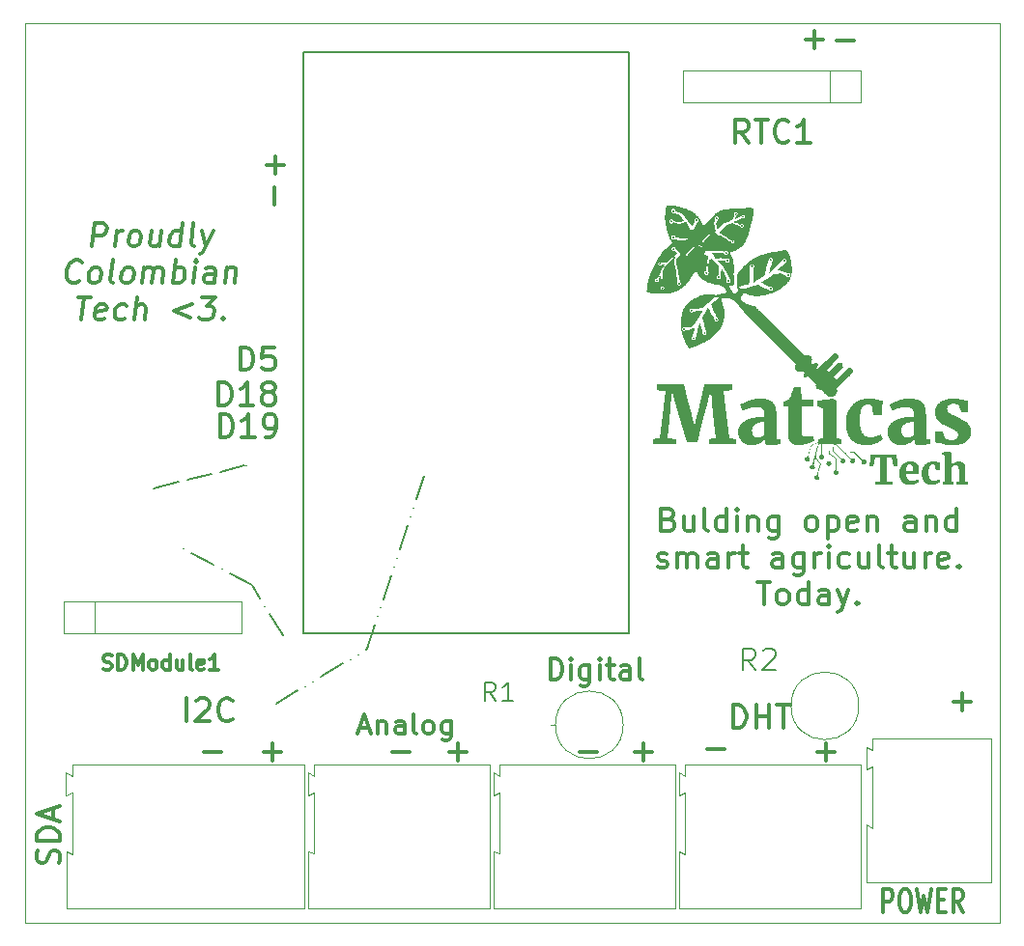
<source format=gbr>
%TF.GenerationSoftware,KiCad,Pcbnew,8.0.1*%
%TF.CreationDate,2024-04-13T21:14:01-05:00*%
%TF.ProjectId,Modulo_DEC,4d6f6475-6c6f-45f4-9445-432e6b696361,rev?*%
%TF.SameCoordinates,Original*%
%TF.FileFunction,Legend,Top*%
%TF.FilePolarity,Positive*%
%FSLAX46Y46*%
G04 Gerber Fmt 4.6, Leading zero omitted, Abs format (unit mm)*
G04 Created by KiCad (PCBNEW 8.0.1) date 2024-04-13 21:14:01*
%MOMM*%
%LPD*%
G01*
G04 APERTURE LIST*
%ADD10C,0.000000*%
%ADD11C,0.200000*%
%ADD12C,0.300000*%
%ADD13C,0.127000*%
%ADD14C,0.120000*%
%TA.AperFunction,Profile*%
%ADD15C,0.100000*%
%TD*%
G04 APERTURE END LIST*
D10*
G36*
X163711517Y-45322472D02*
G01*
X163717733Y-45323135D01*
X163723844Y-45324207D01*
X163729831Y-45325678D01*
X163735674Y-45327539D01*
X163741352Y-45329781D01*
X163746845Y-45332396D01*
X163752131Y-45335374D01*
X163757191Y-45338707D01*
X163762005Y-45342386D01*
X163766550Y-45346401D01*
X163770808Y-45350745D01*
X163774758Y-45355407D01*
X163778379Y-45360380D01*
X163781650Y-45365653D01*
X163784552Y-45371219D01*
X163787064Y-45377069D01*
X163789164Y-45383193D01*
X163790834Y-45389582D01*
X163792052Y-45396228D01*
X163792798Y-45403122D01*
X163793051Y-45410255D01*
X163792692Y-45417896D01*
X163791651Y-45425711D01*
X163789987Y-45433609D01*
X163787753Y-45441497D01*
X163785008Y-45449283D01*
X163781806Y-45456876D01*
X163778205Y-45464182D01*
X163774261Y-45471111D01*
X163770029Y-45477569D01*
X163765566Y-45483465D01*
X163760929Y-45488706D01*
X163756173Y-45493201D01*
X163751355Y-45496858D01*
X163748940Y-45498343D01*
X163746531Y-45499584D01*
X163744134Y-45500569D01*
X163741757Y-45501287D01*
X163739407Y-45501726D01*
X163737090Y-45501875D01*
X163736001Y-45501902D01*
X163734789Y-45501982D01*
X163733468Y-45502112D01*
X163732049Y-45502289D01*
X163728973Y-45502774D01*
X163725663Y-45503415D01*
X163722221Y-45504191D01*
X163718750Y-45505081D01*
X163715352Y-45506063D01*
X163712130Y-45507115D01*
X163711314Y-45507363D01*
X163710417Y-45507569D01*
X163708395Y-45507856D01*
X163706091Y-45507981D01*
X163703530Y-45507948D01*
X163700738Y-45507762D01*
X163697740Y-45507429D01*
X163694563Y-45506953D01*
X163691231Y-45506339D01*
X163687770Y-45505593D01*
X163684206Y-45504719D01*
X163680565Y-45503723D01*
X163676872Y-45502609D01*
X163673153Y-45501382D01*
X163669434Y-45500047D01*
X163665740Y-45498610D01*
X163662097Y-45497074D01*
X163655070Y-45493833D01*
X163651801Y-45492178D01*
X163648692Y-45490494D01*
X163645738Y-45488773D01*
X163642936Y-45487009D01*
X163640283Y-45485196D01*
X163637775Y-45483328D01*
X163635410Y-45481398D01*
X163633183Y-45479401D01*
X163631091Y-45477330D01*
X163629131Y-45475179D01*
X163627299Y-45472942D01*
X163625593Y-45470612D01*
X163624008Y-45468184D01*
X163622542Y-45465651D01*
X163621191Y-45463007D01*
X163619952Y-45460246D01*
X163618820Y-45457362D01*
X163617794Y-45454347D01*
X163616869Y-45451198D01*
X163616042Y-45447906D01*
X163615310Y-45444466D01*
X163614669Y-45440871D01*
X163614117Y-45437116D01*
X163613649Y-45433195D01*
X163612953Y-45424826D01*
X163612556Y-45415716D01*
X163612429Y-45405815D01*
X163612527Y-45400806D01*
X163612824Y-45396028D01*
X163613328Y-45391464D01*
X163614047Y-45387100D01*
X163614989Y-45382920D01*
X163616160Y-45378909D01*
X163617569Y-45375050D01*
X163619222Y-45371329D01*
X163621128Y-45367730D01*
X163623295Y-45364237D01*
X163625728Y-45360835D01*
X163628437Y-45357509D01*
X163631429Y-45354243D01*
X163634710Y-45351021D01*
X163638289Y-45347828D01*
X163642174Y-45344649D01*
X163648177Y-45340236D01*
X163654301Y-45336330D01*
X163660526Y-45332921D01*
X163666833Y-45329999D01*
X163673199Y-45327557D01*
X163679606Y-45325586D01*
X163686031Y-45324076D01*
X163692456Y-45323018D01*
X163698859Y-45322404D01*
X163705219Y-45322225D01*
X163711517Y-45322472D01*
G37*
G36*
X169442077Y-43887693D02*
G01*
X169446608Y-43888069D01*
X169451081Y-43888689D01*
X169455488Y-43889546D01*
X169459824Y-43890633D01*
X169464083Y-43891945D01*
X169468258Y-43893473D01*
X169472344Y-43895213D01*
X169476335Y-43897157D01*
X169480223Y-43899300D01*
X169484005Y-43901634D01*
X169487672Y-43904153D01*
X169491220Y-43906852D01*
X169494642Y-43909722D01*
X169497932Y-43912759D01*
X169501084Y-43915955D01*
X169504092Y-43919304D01*
X169506950Y-43922800D01*
X169509651Y-43926436D01*
X169512191Y-43930205D01*
X169514562Y-43934102D01*
X169516759Y-43938119D01*
X169518775Y-43942251D01*
X169520605Y-43946491D01*
X169522243Y-43950833D01*
X169523681Y-43955269D01*
X169524915Y-43959794D01*
X169525939Y-43964401D01*
X169526745Y-43969084D01*
X169527329Y-43973836D01*
X169527683Y-43978651D01*
X169527803Y-43983522D01*
X169527683Y-43988393D01*
X169527329Y-43993208D01*
X169526745Y-43997960D01*
X169525939Y-44002643D01*
X169524915Y-44007250D01*
X169523681Y-44011775D01*
X169522243Y-44016212D01*
X169520605Y-44020553D01*
X169518775Y-44024793D01*
X169516759Y-44028925D01*
X169514562Y-44032943D01*
X169512191Y-44036840D01*
X169509651Y-44040609D01*
X169506950Y-44044245D01*
X169504092Y-44047741D01*
X169501084Y-44051090D01*
X169497932Y-44054286D01*
X169494642Y-44057322D01*
X169491220Y-44060193D01*
X169487672Y-44062891D01*
X169484005Y-44065410D01*
X169480223Y-44067745D01*
X169476335Y-44069887D01*
X169472344Y-44071831D01*
X169468258Y-44073571D01*
X169464083Y-44075100D01*
X169459824Y-44076411D01*
X169455488Y-44077498D01*
X169451081Y-44078355D01*
X169446608Y-44078975D01*
X169442077Y-44079351D01*
X169437492Y-44079478D01*
X169433356Y-44079359D01*
X169429203Y-44079004D01*
X169425044Y-44078418D01*
X169420887Y-44077605D01*
X169416744Y-44076570D01*
X169412624Y-44075317D01*
X169408537Y-44073850D01*
X169404493Y-44072175D01*
X169400502Y-44070294D01*
X169396574Y-44068213D01*
X169392719Y-44065936D01*
X169388947Y-44063468D01*
X169385268Y-44060813D01*
X169381692Y-44057975D01*
X169378230Y-44054959D01*
X169374890Y-44051768D01*
X169374890Y-44051767D01*
X169369702Y-44046157D01*
X169365081Y-44040298D01*
X169361018Y-44034217D01*
X169357501Y-44027942D01*
X169354521Y-44021503D01*
X169352065Y-44014925D01*
X169350123Y-44008238D01*
X169348686Y-44001470D01*
X169347741Y-43994649D01*
X169347279Y-43987803D01*
X169347288Y-43980959D01*
X169347758Y-43974146D01*
X169348679Y-43967392D01*
X169350039Y-43960725D01*
X169351827Y-43954173D01*
X169354035Y-43947764D01*
X169356649Y-43941526D01*
X169359660Y-43935488D01*
X169363058Y-43929676D01*
X169366830Y-43924120D01*
X169370968Y-43918847D01*
X169375459Y-43913885D01*
X169380294Y-43909263D01*
X169385462Y-43905009D01*
X169390951Y-43901150D01*
X169396752Y-43897714D01*
X169402853Y-43894730D01*
X169409244Y-43892226D01*
X169415914Y-43890229D01*
X169422852Y-43888768D01*
X169430049Y-43887871D01*
X169437492Y-43887566D01*
X169442077Y-43887693D01*
G37*
G36*
X159727938Y-39507922D02*
G01*
X159733741Y-39508685D01*
X159739490Y-39509831D01*
X159745170Y-39511356D01*
X159750763Y-39513254D01*
X159756253Y-39515520D01*
X159761623Y-39518150D01*
X159766856Y-39521138D01*
X159771937Y-39524480D01*
X159776849Y-39528169D01*
X159781574Y-39532202D01*
X159786097Y-39536573D01*
X159790401Y-39541277D01*
X159794469Y-39546310D01*
X159798285Y-39551665D01*
X159801832Y-39557339D01*
X159805094Y-39563325D01*
X159808054Y-39569620D01*
X159810696Y-39576218D01*
X159813002Y-39583113D01*
X159813832Y-39586278D01*
X159814442Y-39589547D01*
X159814837Y-39592911D01*
X159815024Y-39596359D01*
X159815006Y-39599881D01*
X159814791Y-39603467D01*
X159814382Y-39607108D01*
X159813787Y-39610792D01*
X159812057Y-39618250D01*
X159809643Y-39625762D01*
X159806591Y-39633245D01*
X159802943Y-39640619D01*
X159798744Y-39647801D01*
X159794037Y-39654712D01*
X159788866Y-39661268D01*
X159783275Y-39667390D01*
X159777308Y-39672996D01*
X159774198Y-39675580D01*
X159771009Y-39678004D01*
X159767749Y-39680259D01*
X159764422Y-39682334D01*
X159761033Y-39684218D01*
X159757589Y-39685903D01*
X159746810Y-39690698D01*
X159742200Y-39692615D01*
X159738014Y-39694220D01*
X159734182Y-39695520D01*
X159730634Y-39696519D01*
X159727298Y-39697226D01*
X159724105Y-39697645D01*
X159720982Y-39697784D01*
X159717861Y-39697648D01*
X159714669Y-39697244D01*
X159711337Y-39696578D01*
X159707793Y-39695656D01*
X159703967Y-39694484D01*
X159699788Y-39693069D01*
X159695185Y-39691417D01*
X159695185Y-39691416D01*
X159688884Y-39688898D01*
X159682866Y-39686066D01*
X159677138Y-39682936D01*
X159671702Y-39679524D01*
X159666563Y-39675846D01*
X159661724Y-39671919D01*
X159657191Y-39667758D01*
X159652968Y-39663380D01*
X159649057Y-39658801D01*
X159645465Y-39654036D01*
X159642194Y-39649104D01*
X159639249Y-39644018D01*
X159636634Y-39638796D01*
X159634353Y-39633454D01*
X159632410Y-39628008D01*
X159630810Y-39622474D01*
X159629556Y-39616869D01*
X159628653Y-39611208D01*
X159628105Y-39605508D01*
X159627916Y-39599784D01*
X159628090Y-39594054D01*
X159628632Y-39588333D01*
X159629545Y-39582637D01*
X159630834Y-39576983D01*
X159632502Y-39571386D01*
X159634554Y-39565864D01*
X159636994Y-39560431D01*
X159639827Y-39555105D01*
X159643055Y-39549902D01*
X159646684Y-39544836D01*
X159650718Y-39539926D01*
X159655161Y-39535187D01*
X159660153Y-39530508D01*
X159665307Y-39526277D01*
X159670606Y-39522490D01*
X159676033Y-39519142D01*
X159681573Y-39516227D01*
X159687208Y-39513741D01*
X159692922Y-39511679D01*
X159698699Y-39510036D01*
X159704521Y-39508806D01*
X159710373Y-39507985D01*
X159716237Y-39507567D01*
X159722098Y-39507548D01*
X159727938Y-39507922D01*
G37*
G36*
X176974131Y-56047440D02*
G01*
X177080851Y-56052869D01*
X177186172Y-56062294D01*
X177292165Y-56076026D01*
X177400900Y-56094374D01*
X177514449Y-56117647D01*
X177634883Y-56146154D01*
X177764272Y-56180206D01*
X177846036Y-56202349D01*
X177919352Y-56221669D01*
X177976204Y-56236085D01*
X178008577Y-56243521D01*
X178013238Y-56244200D01*
X178017589Y-56244551D01*
X178025384Y-56244912D01*
X178028837Y-56245245D01*
X178032000Y-56245896D01*
X178033474Y-56246391D01*
X178034877Y-56247026D01*
X178036211Y-56247821D01*
X178037475Y-56248797D01*
X178038670Y-56249973D01*
X178039797Y-56251369D01*
X178040856Y-56253007D01*
X178041849Y-56254906D01*
X178042774Y-56257086D01*
X178043634Y-56259568D01*
X178045159Y-56265517D01*
X178046428Y-56272915D01*
X178047445Y-56281923D01*
X178048216Y-56292703D01*
X178048745Y-56305416D01*
X178049037Y-56320225D01*
X178049097Y-56337290D01*
X178048930Y-56356774D01*
X178048541Y-56378837D01*
X178047114Y-56431350D01*
X178044855Y-56496122D01*
X178041804Y-56574446D01*
X178037998Y-56667614D01*
X178028277Y-56903656D01*
X178005886Y-57487857D01*
X178005758Y-57524545D01*
X177296584Y-57524545D01*
X177274019Y-57425766D01*
X177180266Y-57011782D01*
X177148613Y-56876143D01*
X177134528Y-56819296D01*
X177121758Y-56770332D01*
X177110416Y-56729678D01*
X177100617Y-56697758D01*
X177092476Y-56675000D01*
X177086107Y-56661828D01*
X177082752Y-56657051D01*
X177079037Y-56652321D01*
X177074972Y-56647643D01*
X177070563Y-56643021D01*
X177065821Y-56638459D01*
X177060754Y-56633960D01*
X177049676Y-56625168D01*
X177037400Y-56616675D01*
X177023993Y-56608514D01*
X177009523Y-56600714D01*
X176994059Y-56593306D01*
X176977669Y-56586322D01*
X176960421Y-56579792D01*
X176942384Y-56573748D01*
X176923626Y-56568219D01*
X176904215Y-56563237D01*
X176884219Y-56558832D01*
X176863708Y-56555036D01*
X176842748Y-56551879D01*
X176801489Y-56547735D01*
X176760825Y-56546385D01*
X176720811Y-56547804D01*
X176681499Y-56551967D01*
X176642945Y-56558850D01*
X176605202Y-56568428D01*
X176568325Y-56580676D01*
X176532366Y-56595570D01*
X176497381Y-56613085D01*
X176463423Y-56633197D01*
X176430547Y-56655880D01*
X176398806Y-56681110D01*
X176368255Y-56708862D01*
X176338947Y-56739112D01*
X176310937Y-56771835D01*
X176284278Y-56807006D01*
X176260047Y-56843108D01*
X176237377Y-56881381D01*
X176216232Y-56921978D01*
X176196574Y-56965052D01*
X176178367Y-57010759D01*
X176161574Y-57059250D01*
X176146158Y-57110680D01*
X176132083Y-57165202D01*
X176119312Y-57222970D01*
X176107808Y-57284137D01*
X176097535Y-57348856D01*
X176088456Y-57417282D01*
X176080534Y-57489568D01*
X176073733Y-57565868D01*
X176068015Y-57646334D01*
X176063344Y-57731121D01*
X176058382Y-57889012D01*
X176058874Y-58040189D01*
X176064769Y-58184496D01*
X176076015Y-58321778D01*
X176092560Y-58451879D01*
X176114351Y-58574645D01*
X176141338Y-58689919D01*
X176173467Y-58797546D01*
X176210687Y-58897371D01*
X176252945Y-58989238D01*
X176300191Y-59072992D01*
X176352372Y-59148477D01*
X176409435Y-59215537D01*
X176471330Y-59274018D01*
X176538004Y-59323763D01*
X176609404Y-59364618D01*
X176633813Y-59376294D01*
X176657545Y-59386887D01*
X176680778Y-59396431D01*
X176703689Y-59404956D01*
X176726456Y-59412496D01*
X176749255Y-59419084D01*
X176772264Y-59424751D01*
X176795659Y-59429531D01*
X176819618Y-59433456D01*
X176844317Y-59436559D01*
X176869934Y-59438871D01*
X176896646Y-59440427D01*
X176924630Y-59441257D01*
X176954062Y-59441395D01*
X176985121Y-59440873D01*
X177017983Y-59439724D01*
X177067696Y-59437013D01*
X177116585Y-59433173D01*
X177164723Y-59428186D01*
X177212183Y-59422032D01*
X177259038Y-59414692D01*
X177305360Y-59406149D01*
X177351222Y-59396384D01*
X177396698Y-59385377D01*
X177441859Y-59373111D01*
X177486778Y-59359566D01*
X177531529Y-59344724D01*
X177576183Y-59328566D01*
X177620814Y-59311074D01*
X177665494Y-59292228D01*
X177710297Y-59272011D01*
X177755294Y-59250402D01*
X177809474Y-59224029D01*
X177854242Y-59203032D01*
X177871644Y-59195213D01*
X177884950Y-59189535D01*
X177893579Y-59186263D01*
X177895958Y-59185612D01*
X177896950Y-59185662D01*
X177905189Y-59202997D01*
X177925729Y-59247237D01*
X177991271Y-59389669D01*
X178082937Y-59589685D01*
X178013302Y-59654177D01*
X177994963Y-59670674D01*
X177975388Y-59687346D01*
X177954615Y-59704170D01*
X177932684Y-59721118D01*
X177909635Y-59738167D01*
X177885509Y-59755288D01*
X177860344Y-59772458D01*
X177834181Y-59789650D01*
X177807059Y-59806839D01*
X177779018Y-59823999D01*
X177750099Y-59841104D01*
X177720340Y-59858128D01*
X177658466Y-59891833D01*
X177593712Y-59924908D01*
X177553730Y-59944219D01*
X177513996Y-59962461D01*
X177474421Y-59979660D01*
X177434916Y-59995843D01*
X177395390Y-60011036D01*
X177355754Y-60025265D01*
X177315918Y-60038558D01*
X177275793Y-60050941D01*
X177235289Y-60062441D01*
X177194316Y-60073084D01*
X177152784Y-60082896D01*
X177110604Y-60091905D01*
X177067686Y-60100137D01*
X177023941Y-60107618D01*
X176979278Y-60114375D01*
X176933608Y-60120434D01*
X176882116Y-60124919D01*
X176814243Y-60128086D01*
X176735249Y-60129944D01*
X176650394Y-60130500D01*
X176564940Y-60129759D01*
X176484145Y-60127730D01*
X176413271Y-60124419D01*
X176357578Y-60119833D01*
X176357581Y-60119766D01*
X176312833Y-60113889D01*
X176263513Y-60105969D01*
X176211146Y-60096334D01*
X176157254Y-60085311D01*
X176103364Y-60073226D01*
X176050997Y-60060407D01*
X176001680Y-60047179D01*
X175956936Y-60033871D01*
X175899367Y-60014414D01*
X175843089Y-59992804D01*
X175788120Y-59969065D01*
X175734478Y-59943224D01*
X175682182Y-59915307D01*
X175631249Y-59885338D01*
X175581698Y-59853344D01*
X175533547Y-59819351D01*
X175486815Y-59783383D01*
X175441520Y-59745467D01*
X175397679Y-59705629D01*
X175355312Y-59663894D01*
X175314436Y-59620288D01*
X175275070Y-59574836D01*
X175237232Y-59527565D01*
X175200941Y-59478500D01*
X175166214Y-59427666D01*
X175133070Y-59375090D01*
X175101527Y-59320796D01*
X175071604Y-59264812D01*
X175043318Y-59207162D01*
X175016688Y-59147872D01*
X174991733Y-59086968D01*
X174968469Y-59024475D01*
X174946917Y-58960420D01*
X174927094Y-58894827D01*
X174909018Y-58827724D01*
X174892708Y-58759134D01*
X174865456Y-58617601D01*
X174845487Y-58470434D01*
X174839790Y-58400047D01*
X174835992Y-58314889D01*
X174834055Y-58220005D01*
X174833939Y-58120442D01*
X174835606Y-58021244D01*
X174839015Y-57927457D01*
X174844129Y-57844127D01*
X174850907Y-57776300D01*
X174868005Y-57664800D01*
X174889907Y-57556045D01*
X174916548Y-57450148D01*
X174947862Y-57347222D01*
X174983783Y-57247379D01*
X175024245Y-57150732D01*
X175069183Y-57057395D01*
X175118529Y-56967479D01*
X175172218Y-56881098D01*
X175230184Y-56798365D01*
X175292362Y-56719392D01*
X175358685Y-56644292D01*
X175429087Y-56573179D01*
X175503503Y-56506164D01*
X175581866Y-56443360D01*
X175664110Y-56384881D01*
X175729685Y-56342744D01*
X175796047Y-56303532D01*
X175863296Y-56267215D01*
X175931532Y-56233765D01*
X176000857Y-56203155D01*
X176071370Y-56175355D01*
X176143171Y-56150338D01*
X176216362Y-56128074D01*
X176291042Y-56108536D01*
X176367312Y-56091695D01*
X176445272Y-56077522D01*
X176525023Y-56065991D01*
X176606665Y-56057071D01*
X176690298Y-56050735D01*
X176776023Y-56046954D01*
X176863939Y-56045700D01*
X176974131Y-56047440D01*
G37*
D11*
X122300000Y-61900000D02*
X122300000Y-61900000D01*
X125500000Y-76800000D02*
X124349364Y-74924890D01*
X123930951Y-74243032D02*
X123930951Y-74243032D01*
X123512538Y-73561174D02*
X122800000Y-72400000D01*
D10*
G36*
X167389111Y-56054761D02*
G01*
X167467576Y-56057852D01*
X167621133Y-56068899D01*
X167763416Y-56086612D01*
X167894739Y-56111269D01*
X167956390Y-56126289D01*
X168015419Y-56143150D01*
X168071865Y-56161886D01*
X168125770Y-56182533D01*
X168177170Y-56205124D01*
X168226107Y-56229696D01*
X168272620Y-56256283D01*
X168316747Y-56284920D01*
X168358529Y-56315641D01*
X168398004Y-56348482D01*
X168435213Y-56383478D01*
X168470194Y-56420663D01*
X168502987Y-56460072D01*
X168533631Y-56501740D01*
X168562166Y-56545702D01*
X168588632Y-56591993D01*
X168613067Y-56640647D01*
X168635511Y-56691700D01*
X168656003Y-56745186D01*
X168674584Y-56801140D01*
X168691291Y-56859598D01*
X168706165Y-56920593D01*
X168730571Y-57050338D01*
X168748117Y-57190652D01*
X168750825Y-57237803D01*
X168753217Y-57319641D01*
X168756997Y-57581575D01*
X168759346Y-57964842D01*
X168760153Y-58457830D01*
X168760153Y-59601693D01*
X169132687Y-59601693D01*
X169132687Y-60039004D01*
X169090353Y-60046344D01*
X168914077Y-60074827D01*
X168742701Y-60098509D01*
X168579204Y-60117171D01*
X168426563Y-60130595D01*
X168287758Y-60138562D01*
X168165765Y-60140854D01*
X168063564Y-60137251D01*
X168020816Y-60133171D01*
X167984132Y-60127536D01*
X167984141Y-60127542D01*
X167966578Y-60123978D01*
X167950073Y-60120206D01*
X167934580Y-60116201D01*
X167920051Y-60111937D01*
X167906439Y-60107390D01*
X167893696Y-60102533D01*
X167881773Y-60097342D01*
X167870625Y-60091791D01*
X167860203Y-60085856D01*
X167850459Y-60079509D01*
X167841347Y-60072727D01*
X167832818Y-60065484D01*
X167824825Y-60057754D01*
X167817320Y-60049513D01*
X167810256Y-60040734D01*
X167803586Y-60031393D01*
X167796472Y-60020415D01*
X167790017Y-60009486D01*
X167784182Y-59998416D01*
X167778929Y-59987019D01*
X167774220Y-59975106D01*
X167770015Y-59962491D01*
X167766278Y-59948984D01*
X167762969Y-59934398D01*
X167760049Y-59918546D01*
X167757481Y-59901240D01*
X167755225Y-59882292D01*
X167753245Y-59861513D01*
X167751500Y-59838718D01*
X167749953Y-59813717D01*
X167748565Y-59786322D01*
X167747297Y-59756347D01*
X167741232Y-59600552D01*
X167649563Y-59689602D01*
X167609318Y-59727520D01*
X167568028Y-59764091D01*
X167525693Y-59799317D01*
X167482310Y-59833199D01*
X167437876Y-59865740D01*
X167392390Y-59896941D01*
X167345849Y-59926804D01*
X167298251Y-59955331D01*
X167258069Y-59977781D01*
X167217917Y-59998570D01*
X167177672Y-60017728D01*
X167137216Y-60035285D01*
X167096427Y-60051271D01*
X167055185Y-60065717D01*
X167013369Y-60078651D01*
X166970860Y-60090105D01*
X166927536Y-60100109D01*
X166883278Y-60108692D01*
X166837965Y-60115885D01*
X166791475Y-60121719D01*
X166743690Y-60126222D01*
X166694488Y-60129425D01*
X166643749Y-60131358D01*
X166591353Y-60132052D01*
X166525545Y-60130966D01*
X166461692Y-60127464D01*
X166399726Y-60121524D01*
X166339585Y-60113120D01*
X166281202Y-60102230D01*
X166224512Y-60088827D01*
X166169451Y-60072890D01*
X166115955Y-60054392D01*
X166063957Y-60033310D01*
X166013393Y-60009620D01*
X165964198Y-59983298D01*
X165916308Y-59954319D01*
X165869656Y-59922660D01*
X165824179Y-59888295D01*
X165779811Y-59851202D01*
X165736488Y-59811355D01*
X165707658Y-59782541D01*
X165680105Y-59752841D01*
X165653824Y-59722249D01*
X165628812Y-59690758D01*
X165605066Y-59658363D01*
X165582582Y-59625057D01*
X165561357Y-59590833D01*
X165541387Y-59555684D01*
X165522669Y-59519605D01*
X165505199Y-59482589D01*
X165488973Y-59444630D01*
X165473989Y-59405720D01*
X165460243Y-59365854D01*
X165447730Y-59325026D01*
X165436449Y-59283227D01*
X165426394Y-59240454D01*
X165420416Y-59209729D01*
X165415255Y-59176379D01*
X165410911Y-59140828D01*
X165407383Y-59103496D01*
X165402769Y-59025182D01*
X165401400Y-58944815D01*
X165403268Y-58865772D01*
X165404731Y-58839857D01*
X166608713Y-58839857D01*
X166609199Y-58873780D01*
X166610551Y-58907718D01*
X166612768Y-58941297D01*
X166615851Y-58974142D01*
X166619798Y-59005879D01*
X166624609Y-59036135D01*
X166630284Y-59064533D01*
X166636821Y-59090701D01*
X166651487Y-59137658D01*
X166668431Y-59181799D01*
X166677746Y-59202805D01*
X166687617Y-59223096D01*
X166698041Y-59242669D01*
X166709012Y-59261521D01*
X166720526Y-59279648D01*
X166732580Y-59297046D01*
X166745169Y-59313713D01*
X166758288Y-59329644D01*
X166771934Y-59344836D01*
X166786102Y-59359286D01*
X166800788Y-59372989D01*
X166815987Y-59385944D01*
X166831695Y-59398146D01*
X166847909Y-59409591D01*
X166864623Y-59420276D01*
X166881833Y-59430198D01*
X166899535Y-59439354D01*
X166917726Y-59447739D01*
X166936399Y-59455350D01*
X166955552Y-59462184D01*
X166975180Y-59468237D01*
X166995279Y-59473506D01*
X167015844Y-59477987D01*
X167036871Y-59481677D01*
X167058356Y-59484572D01*
X167080294Y-59486669D01*
X167102681Y-59487965D01*
X167125514Y-59488455D01*
X167152138Y-59488193D01*
X167176618Y-59487197D01*
X167188239Y-59486395D01*
X167199548Y-59485374D01*
X167210618Y-59484124D01*
X167221523Y-59482633D01*
X167232339Y-59480890D01*
X167243139Y-59478883D01*
X167253999Y-59476600D01*
X167264991Y-59474031D01*
X167287673Y-59467987D01*
X167311781Y-59460659D01*
X167311780Y-59460647D01*
X167331243Y-59454120D01*
X167350971Y-59446910D01*
X167370906Y-59439049D01*
X167390991Y-59430567D01*
X167411168Y-59421496D01*
X167431381Y-59411866D01*
X167451571Y-59401710D01*
X167471681Y-59391058D01*
X167491654Y-59379941D01*
X167511433Y-59368391D01*
X167530960Y-59356438D01*
X167550177Y-59344115D01*
X167569028Y-59331451D01*
X167587455Y-59318479D01*
X167605400Y-59305229D01*
X167622807Y-59291732D01*
X167687718Y-59240127D01*
X167687718Y-58108181D01*
X167554445Y-58115722D01*
X167462275Y-58122647D01*
X167374845Y-58132744D01*
X167292134Y-58146025D01*
X167214120Y-58162501D01*
X167140778Y-58182186D01*
X167072089Y-58205091D01*
X167008027Y-58231229D01*
X166948573Y-58260611D01*
X166893702Y-58293250D01*
X166843393Y-58329158D01*
X166797624Y-58368347D01*
X166756371Y-58410830D01*
X166719613Y-58456617D01*
X166687326Y-58505722D01*
X166659490Y-58558157D01*
X166636081Y-58613934D01*
X166629616Y-58634261D01*
X166624022Y-58657597D01*
X166619298Y-58683569D01*
X166615444Y-58711802D01*
X166612459Y-58741922D01*
X166610343Y-58773554D01*
X166609094Y-58806323D01*
X166608713Y-58839857D01*
X165404731Y-58839857D01*
X165405411Y-58827803D01*
X165408360Y-58791431D01*
X165412112Y-58757079D01*
X165416666Y-58725169D01*
X165422021Y-58696123D01*
X165428175Y-58670364D01*
X165439220Y-58632699D01*
X165451555Y-58595793D01*
X165465187Y-58559639D01*
X165480127Y-58524230D01*
X165496381Y-58489559D01*
X165513959Y-58455619D01*
X165532868Y-58422402D01*
X165553118Y-58389903D01*
X165574716Y-58358114D01*
X165597670Y-58327027D01*
X165621990Y-58296637D01*
X165647683Y-58266935D01*
X165674758Y-58237916D01*
X165703224Y-58209572D01*
X165733088Y-58181896D01*
X165764359Y-58154881D01*
X165797045Y-58128520D01*
X165831155Y-58102806D01*
X165903679Y-58053292D01*
X165981998Y-58006283D01*
X166066180Y-57961723D01*
X166156290Y-57919557D01*
X166252397Y-57879727D01*
X166354566Y-57842179D01*
X166462864Y-57806857D01*
X166521006Y-57789861D01*
X166582456Y-57773545D01*
X166713676Y-57743184D01*
X166853321Y-57716234D01*
X166998188Y-57693153D01*
X167145071Y-57674402D01*
X167290768Y-57660439D01*
X167432075Y-57651725D01*
X167565788Y-57648718D01*
X167687709Y-57648718D01*
X167687709Y-57514068D01*
X167686525Y-57438272D01*
X167682950Y-57368026D01*
X167680255Y-57334920D01*
X167676949Y-57303126D01*
X167673028Y-57272618D01*
X167668488Y-57243370D01*
X167663324Y-57215358D01*
X167657533Y-57188555D01*
X167651109Y-57162936D01*
X167644048Y-57138476D01*
X167636347Y-57115149D01*
X167628001Y-57092930D01*
X167619005Y-57071794D01*
X167609355Y-57051715D01*
X167603586Y-57040955D01*
X167597354Y-57030375D01*
X167590666Y-57019979D01*
X167583529Y-57009772D01*
X167575951Y-56999758D01*
X167567939Y-56989942D01*
X167559500Y-56980330D01*
X167550643Y-56970924D01*
X167541375Y-56961730D01*
X167531702Y-56952753D01*
X167521634Y-56943996D01*
X167511176Y-56935466D01*
X167500337Y-56927165D01*
X167489124Y-56919100D01*
X167465605Y-56903692D01*
X167440681Y-56889278D01*
X167414410Y-56875896D01*
X167386852Y-56863582D01*
X167358067Y-56852373D01*
X167328115Y-56842306D01*
X167297055Y-56833418D01*
X167264948Y-56825744D01*
X167231852Y-56819323D01*
X167197286Y-56814088D01*
X167160063Y-56809794D01*
X167120490Y-56806430D01*
X167078870Y-56803986D01*
X166990707Y-56801819D01*
X166898010Y-56803212D01*
X166803216Y-56808083D01*
X166708759Y-56816350D01*
X166617074Y-56827932D01*
X166573033Y-56834941D01*
X166530598Y-56842749D01*
X166479109Y-56854872D01*
X166411380Y-56873684D01*
X166332304Y-56897580D01*
X166246773Y-56924955D01*
X166159679Y-56954204D01*
X166075912Y-56983723D01*
X166000366Y-57011907D01*
X165937932Y-57037152D01*
X165895162Y-57055260D01*
X165857991Y-57070601D01*
X165830404Y-57081556D01*
X165821451Y-57084882D01*
X165816391Y-57086505D01*
X165814860Y-57085880D01*
X165812533Y-57083529D01*
X165805657Y-57073979D01*
X165796101Y-57058524D01*
X165784204Y-57037831D01*
X165754737Y-56983397D01*
X165719961Y-56916016D01*
X165682581Y-56841025D01*
X165645303Y-56763762D01*
X165610832Y-56689565D01*
X165581874Y-56623773D01*
X165566154Y-56586612D01*
X165653265Y-56529538D01*
X165681659Y-56511598D01*
X165713929Y-56492385D01*
X165788107Y-56451094D01*
X165871809Y-56407574D01*
X165961045Y-56363733D01*
X166051825Y-56321478D01*
X166140159Y-56282719D01*
X166222058Y-56249363D01*
X166293532Y-56223318D01*
X166370414Y-56198333D01*
X166445684Y-56175462D01*
X166519586Y-56154670D01*
X166592366Y-56135922D01*
X166664270Y-56119185D01*
X166735542Y-56104424D01*
X166806430Y-56091603D01*
X166877177Y-56080689D01*
X166948030Y-56071646D01*
X167019233Y-56064441D01*
X167091034Y-56059038D01*
X167163676Y-56055403D01*
X167237406Y-56053502D01*
X167312469Y-56053299D01*
X167389111Y-56054761D01*
G37*
G36*
X166122272Y-47738656D02*
G01*
X166123709Y-47739082D01*
X166125650Y-47739773D01*
X166128064Y-47740717D01*
X166134187Y-47743302D01*
X166141826Y-47746722D01*
X166150731Y-47750862D01*
X166160652Y-47755608D01*
X166171339Y-47760845D01*
X166182539Y-47766458D01*
X166243082Y-47795417D01*
X166308927Y-47823825D01*
X166378251Y-47851057D01*
X166449227Y-47876490D01*
X166520029Y-47899500D01*
X166588833Y-47919464D01*
X166653812Y-47935757D01*
X166684297Y-47942332D01*
X166713141Y-47947755D01*
X166734258Y-47951846D01*
X166756685Y-47957001D01*
X166779784Y-47963025D01*
X166802916Y-47969724D01*
X166825441Y-47976905D01*
X166846722Y-47984372D01*
X166866120Y-47991933D01*
X166882995Y-47999392D01*
X166889696Y-48002834D01*
X166897179Y-48007250D01*
X166905763Y-48012956D01*
X166915769Y-48020266D01*
X166927517Y-48029497D01*
X166941328Y-48040964D01*
X166976418Y-48071869D01*
X167023602Y-48115506D01*
X167085442Y-48174398D01*
X167164500Y-48251071D01*
X167263339Y-48348050D01*
X167384520Y-48467859D01*
X167530606Y-48613022D01*
X167907742Y-48989511D01*
X168415245Y-49497715D01*
X169073613Y-50157829D01*
X171190851Y-52281268D01*
X171280590Y-52254000D01*
X171315566Y-52244303D01*
X171350053Y-52236597D01*
X171383992Y-52230871D01*
X171417321Y-52227116D01*
X171449978Y-52225322D01*
X171481903Y-52225477D01*
X171513035Y-52227573D01*
X171543312Y-52231598D01*
X171572673Y-52237543D01*
X171601058Y-52245397D01*
X171628405Y-52255150D01*
X171654653Y-52266793D01*
X171679741Y-52280313D01*
X171703609Y-52295703D01*
X171726194Y-52312950D01*
X171747435Y-52332046D01*
X171769717Y-52355183D01*
X171780010Y-52367009D01*
X171789740Y-52379014D01*
X171798907Y-52391206D01*
X171807514Y-52403589D01*
X171815560Y-52416171D01*
X171823047Y-52428956D01*
X171829977Y-52441952D01*
X171836350Y-52455164D01*
X171842167Y-52468599D01*
X171847431Y-52482262D01*
X171852141Y-52496160D01*
X171856299Y-52510298D01*
X171859907Y-52524684D01*
X171862964Y-52539322D01*
X171865474Y-52554220D01*
X171867435Y-52569382D01*
X171868851Y-52584816D01*
X171869721Y-52600527D01*
X171870048Y-52616522D01*
X171869832Y-52632806D01*
X171867776Y-52666267D01*
X171863562Y-52700960D01*
X171857201Y-52736933D01*
X171848700Y-52774235D01*
X171838070Y-52812915D01*
X171812467Y-52899160D01*
X171938721Y-53025415D01*
X172032702Y-52978112D01*
X172051713Y-52968821D01*
X172070607Y-52960133D01*
X172089311Y-52952066D01*
X172107750Y-52944640D01*
X172125851Y-52937875D01*
X172143539Y-52931790D01*
X172160741Y-52926405D01*
X172177382Y-52921739D01*
X172193389Y-52917812D01*
X172208687Y-52914642D01*
X172223203Y-52912251D01*
X172236862Y-52910656D01*
X172249591Y-52909878D01*
X172261316Y-52909935D01*
X172271961Y-52910849D01*
X172281455Y-52912637D01*
X172285690Y-52913804D01*
X172289953Y-52915182D01*
X172298533Y-52918539D01*
X172307133Y-52922650D01*
X172315691Y-52927458D01*
X172324145Y-52932902D01*
X172332434Y-52938925D01*
X172340495Y-52945468D01*
X172348268Y-52952472D01*
X172355690Y-52959879D01*
X172362700Y-52967631D01*
X172369236Y-52975669D01*
X172375235Y-52983934D01*
X172380638Y-52992369D01*
X172385381Y-53000913D01*
X172389403Y-53009510D01*
X172392643Y-53018100D01*
X172395638Y-53028871D01*
X172397738Y-53040330D01*
X172398940Y-53052488D01*
X172399242Y-53065355D01*
X172398642Y-53078942D01*
X172397139Y-53093259D01*
X172394729Y-53108316D01*
X172391410Y-53124126D01*
X172387182Y-53140697D01*
X172382040Y-53158040D01*
X172375984Y-53176167D01*
X172369011Y-53195087D01*
X172361119Y-53214812D01*
X172352306Y-53235351D01*
X172342570Y-53256715D01*
X172331908Y-53278915D01*
X172285862Y-53372430D01*
X172327657Y-53414227D01*
X172369452Y-53456024D01*
X173049576Y-52777737D01*
X173341526Y-52488078D01*
X173563041Y-52271546D01*
X173708206Y-52133854D01*
X173750309Y-52096359D01*
X173771106Y-52080716D01*
X173792558Y-52071922D01*
X173814166Y-52064854D01*
X173835866Y-52059499D01*
X173857593Y-52055847D01*
X173879282Y-52053884D01*
X173900870Y-52053600D01*
X173922292Y-52054983D01*
X173943482Y-52058020D01*
X173964377Y-52062699D01*
X173984912Y-52069010D01*
X174005022Y-52076940D01*
X174024643Y-52086477D01*
X174043710Y-52097610D01*
X174062159Y-52110326D01*
X174079926Y-52124615D01*
X174096944Y-52140463D01*
X174111938Y-52156392D01*
X174125552Y-52172802D01*
X174137782Y-52189671D01*
X174148622Y-52206978D01*
X174158067Y-52224702D01*
X174166112Y-52242823D01*
X174172753Y-52261318D01*
X174177985Y-52280167D01*
X174181801Y-52299348D01*
X174184198Y-52318840D01*
X174185169Y-52338623D01*
X174184711Y-52358675D01*
X174182819Y-52378975D01*
X174179486Y-52399501D01*
X174174708Y-52420233D01*
X174168480Y-52441149D01*
X174166811Y-52445863D01*
X174164861Y-52450691D01*
X174162564Y-52455703D01*
X174159855Y-52460970D01*
X174156667Y-52466563D01*
X174152935Y-52472553D01*
X174148593Y-52479011D01*
X174143575Y-52486006D01*
X174137816Y-52493611D01*
X174131249Y-52501896D01*
X174115429Y-52520787D01*
X174095588Y-52543248D01*
X174071201Y-52569843D01*
X174041740Y-52601139D01*
X174006680Y-52637702D01*
X173965492Y-52680098D01*
X173917651Y-52728893D01*
X173799903Y-52847947D01*
X173649221Y-52999392D01*
X173148385Y-53502002D01*
X173255683Y-53608853D01*
X173362980Y-53715704D01*
X173772736Y-53306063D01*
X174182490Y-52896423D01*
X174247931Y-52930850D01*
X174257220Y-52935645D01*
X174266055Y-52940008D01*
X174274497Y-52943955D01*
X174282609Y-52947504D01*
X174290456Y-52950671D01*
X174298098Y-52953472D01*
X174305600Y-52955924D01*
X174313023Y-52958043D01*
X174320432Y-52959847D01*
X174327887Y-52961352D01*
X174335453Y-52962574D01*
X174343193Y-52963530D01*
X174351168Y-52964237D01*
X174359442Y-52964710D01*
X174368077Y-52964968D01*
X174377137Y-52965026D01*
X174389300Y-52964668D01*
X174401783Y-52963689D01*
X174414498Y-52962120D01*
X174427357Y-52959991D01*
X174440272Y-52957332D01*
X174453155Y-52954174D01*
X174465919Y-52950547D01*
X174478476Y-52946482D01*
X174490738Y-52942009D01*
X174502617Y-52937159D01*
X174514025Y-52931961D01*
X174524875Y-52926446D01*
X174535079Y-52920645D01*
X174544549Y-52914588D01*
X174553197Y-52908306D01*
X174560935Y-52901828D01*
X174563854Y-52899287D01*
X174566605Y-52897093D01*
X174569185Y-52895239D01*
X174571596Y-52893716D01*
X174573834Y-52892515D01*
X174575901Y-52891627D01*
X174577794Y-52891045D01*
X174579513Y-52890759D01*
X174580307Y-52890725D01*
X174581057Y-52890762D01*
X174581763Y-52890868D01*
X174582425Y-52891044D01*
X174583043Y-52891287D01*
X174583616Y-52891597D01*
X174584145Y-52891973D01*
X174584630Y-52892413D01*
X174585069Y-52892917D01*
X174585464Y-52893483D01*
X174586119Y-52894798D01*
X174586593Y-52896351D01*
X174586886Y-52898132D01*
X174586997Y-52900133D01*
X174586924Y-52902346D01*
X174586667Y-52904762D01*
X174586225Y-52907372D01*
X174585598Y-52910168D01*
X174584783Y-52913142D01*
X174583780Y-52916284D01*
X174582589Y-52919588D01*
X174581208Y-52923043D01*
X174579636Y-52926641D01*
X174577873Y-52930375D01*
X174575918Y-52934235D01*
X174573769Y-52938213D01*
X174571427Y-52942300D01*
X174568889Y-52946488D01*
X174566155Y-52950769D01*
X174555092Y-52969138D01*
X174545500Y-52988144D01*
X174537379Y-53007676D01*
X174530730Y-53027626D01*
X174525552Y-53047883D01*
X174521846Y-53068340D01*
X174519612Y-53088885D01*
X174518850Y-53109409D01*
X174519560Y-53129804D01*
X174521742Y-53149959D01*
X174525396Y-53169766D01*
X174530523Y-53189114D01*
X174537122Y-53207894D01*
X174545194Y-53225998D01*
X174554738Y-53243314D01*
X174565755Y-53259735D01*
X174593763Y-53297699D01*
X174181406Y-53710168D01*
X173769050Y-54122638D01*
X173893308Y-54246508D01*
X174017563Y-54370379D01*
X174517086Y-53871518D01*
X174741527Y-53648849D01*
X174904966Y-53490127D01*
X174964570Y-53434020D01*
X175009838Y-53393029D01*
X175041073Y-53366864D01*
X175051524Y-53359250D01*
X175058580Y-53355233D01*
X175069921Y-53351046D01*
X175082209Y-53347466D01*
X175095310Y-53344491D01*
X175109088Y-53342118D01*
X175123407Y-53340345D01*
X175138134Y-53339169D01*
X175153133Y-53338586D01*
X175168269Y-53338596D01*
X175183407Y-53339193D01*
X175198411Y-53340377D01*
X175213147Y-53342144D01*
X175227480Y-53344492D01*
X175241275Y-53347418D01*
X175254396Y-53350918D01*
X175266708Y-53354991D01*
X175278077Y-53359634D01*
X175287334Y-53364043D01*
X175296430Y-53368785D01*
X175305360Y-53373852D01*
X175314116Y-53379234D01*
X175322690Y-53384919D01*
X175331077Y-53390900D01*
X175347259Y-53403705D01*
X175362604Y-53417570D01*
X175377059Y-53432417D01*
X175390566Y-53448166D01*
X175403070Y-53464739D01*
X175414516Y-53482056D01*
X175424847Y-53500039D01*
X175434008Y-53518609D01*
X175441944Y-53537687D01*
X175448597Y-53557194D01*
X175451426Y-53567084D01*
X175453913Y-53577052D01*
X175456052Y-53587087D01*
X175457836Y-53597180D01*
X175459257Y-53607322D01*
X175460309Y-53617501D01*
X175462251Y-53639389D01*
X175462965Y-53649426D01*
X175463314Y-53659091D01*
X175463151Y-53668554D01*
X175462330Y-53677989D01*
X175460706Y-53687569D01*
X175458131Y-53697467D01*
X175454461Y-53707855D01*
X175449548Y-53718906D01*
X175443248Y-53730793D01*
X175435414Y-53743689D01*
X175425899Y-53757766D01*
X175414558Y-53773198D01*
X175401245Y-53790157D01*
X175385814Y-53808815D01*
X175368118Y-53829347D01*
X175348012Y-53851924D01*
X175325349Y-53876719D01*
X175299984Y-53903905D01*
X175271770Y-53933655D01*
X175240562Y-53966142D01*
X175168577Y-54040017D01*
X175082861Y-54126912D01*
X174982246Y-54228209D01*
X174731643Y-54479541D01*
X174037601Y-55175360D01*
X174055802Y-55247903D01*
X174063171Y-55281290D01*
X174068423Y-55314242D01*
X174071555Y-55346763D01*
X174072565Y-55378859D01*
X174071454Y-55410534D01*
X174068218Y-55441793D01*
X174062856Y-55472639D01*
X174055367Y-55503079D01*
X174045749Y-55533116D01*
X174034001Y-55562754D01*
X174020120Y-55591999D01*
X174004106Y-55620855D01*
X173985956Y-55649327D01*
X173965670Y-55677419D01*
X173943245Y-55705136D01*
X173918680Y-55732482D01*
X173902480Y-55749018D01*
X173885765Y-55764839D01*
X173868567Y-55779925D01*
X173850923Y-55794258D01*
X173832865Y-55807819D01*
X173814429Y-55820588D01*
X173795649Y-55832546D01*
X173776558Y-55843675D01*
X173757192Y-55853955D01*
X173737585Y-55863366D01*
X173717771Y-55871891D01*
X173697783Y-55879510D01*
X173677658Y-55886203D01*
X173657428Y-55891952D01*
X173637129Y-55896737D01*
X173616794Y-55900540D01*
X173587713Y-55905015D01*
X173574897Y-55906731D01*
X173562981Y-55908091D01*
X173551778Y-55909089D01*
X173541101Y-55909720D01*
X173530763Y-55909978D01*
X173520576Y-55909857D01*
X173510353Y-55909352D01*
X173499907Y-55908456D01*
X173489052Y-55907163D01*
X173477599Y-55905469D01*
X173465362Y-55903368D01*
X173452154Y-55900852D01*
X173422074Y-55894558D01*
X173422092Y-55894613D01*
X173398846Y-55889257D01*
X173377150Y-55883434D01*
X173356480Y-55876745D01*
X173346366Y-55872950D01*
X173336312Y-55868789D01*
X173326251Y-55864211D01*
X173316119Y-55859167D01*
X173305849Y-55853605D01*
X173295377Y-55847477D01*
X173284637Y-55840732D01*
X173273563Y-55833321D01*
X173262088Y-55825193D01*
X173250149Y-55816298D01*
X173224613Y-55796008D01*
X173196428Y-55772051D01*
X173165071Y-55744026D01*
X173130016Y-55711535D01*
X173090739Y-55674176D01*
X173046714Y-55631551D01*
X172942324Y-55528897D01*
X172651659Y-55241424D01*
X172619268Y-55272457D01*
X172586876Y-55303491D01*
X172545578Y-55275463D01*
X172528547Y-55264876D01*
X172510793Y-55255694D01*
X172492416Y-55247918D01*
X172473515Y-55241549D01*
X172454190Y-55236586D01*
X172434539Y-55233030D01*
X172414662Y-55230880D01*
X172394659Y-55230137D01*
X172374629Y-55230802D01*
X172354671Y-55232873D01*
X172334884Y-55236352D01*
X172315368Y-55241238D01*
X172296222Y-55247533D01*
X172277545Y-55255234D01*
X172259437Y-55264344D01*
X172241997Y-55274862D01*
X172237591Y-55277693D01*
X172233204Y-55280379D01*
X172228864Y-55282910D01*
X172224597Y-55285274D01*
X172220430Y-55287461D01*
X172216391Y-55289459D01*
X172212508Y-55291257D01*
X172208806Y-55292845D01*
X172205314Y-55294210D01*
X172202058Y-55295342D01*
X172199066Y-55296231D01*
X172196365Y-55296863D01*
X172193981Y-55297229D01*
X172191943Y-55297318D01*
X172190277Y-55297118D01*
X172189593Y-55296906D01*
X172189011Y-55296618D01*
X172188530Y-55296223D01*
X172188142Y-55295691D01*
X172187847Y-55295027D01*
X172187642Y-55294235D01*
X172187527Y-55293318D01*
X172187499Y-55292281D01*
X172187558Y-55291127D01*
X172187701Y-55289860D01*
X172188236Y-55287005D01*
X172189091Y-55283745D01*
X172190255Y-55280112D01*
X172191716Y-55276138D01*
X172193461Y-55271853D01*
X172195478Y-55267289D01*
X172197756Y-55262477D01*
X172200282Y-55257449D01*
X172203044Y-55252234D01*
X172206030Y-55246866D01*
X172209228Y-55241374D01*
X172212626Y-55235791D01*
X172222988Y-55217658D01*
X172231893Y-55199006D01*
X172239344Y-55179924D01*
X172245343Y-55160502D01*
X172249892Y-55140833D01*
X172252993Y-55121004D01*
X172254649Y-55101109D01*
X172254863Y-55081236D01*
X172253636Y-55061476D01*
X172250970Y-55041921D01*
X172246869Y-55022660D01*
X172241334Y-55003784D01*
X172234368Y-54985384D01*
X172225973Y-54967550D01*
X172216152Y-54950372D01*
X172204906Y-54933941D01*
X172178681Y-54898788D01*
X172212276Y-54866601D01*
X172245875Y-54834414D01*
X171883570Y-54471981D01*
X171521265Y-54109549D01*
X171457084Y-54140023D01*
X171430619Y-54152038D01*
X171405226Y-54162436D01*
X171380895Y-54171218D01*
X171357616Y-54178383D01*
X171335378Y-54183932D01*
X171314172Y-54187863D01*
X171293987Y-54190178D01*
X171274814Y-54190876D01*
X171256643Y-54189956D01*
X171239464Y-54187419D01*
X171223266Y-54183264D01*
X171208040Y-54177492D01*
X171193776Y-54170102D01*
X171180464Y-54161094D01*
X171168093Y-54150467D01*
X171156655Y-54138223D01*
X171151951Y-54132364D01*
X171147576Y-54126351D01*
X171143528Y-54120181D01*
X171139809Y-54113849D01*
X171136418Y-54107352D01*
X171133355Y-54100683D01*
X171130621Y-54093841D01*
X171128216Y-54086819D01*
X171126140Y-54079614D01*
X171124394Y-54072221D01*
X171122977Y-54064637D01*
X171121890Y-54056857D01*
X171121133Y-54048876D01*
X171120706Y-54040691D01*
X171120609Y-54032296D01*
X171120843Y-54023688D01*
X171121407Y-54014863D01*
X171122303Y-54005816D01*
X171125087Y-53987039D01*
X171129197Y-53967324D01*
X171134635Y-53946635D01*
X171141402Y-53924938D01*
X171149500Y-53902200D01*
X171158931Y-53878385D01*
X171169695Y-53853460D01*
X171199161Y-53787744D01*
X171131463Y-53720047D01*
X171063762Y-53652346D01*
X170991266Y-53677594D01*
X170981845Y-53680746D01*
X170972207Y-53683717D01*
X170962336Y-53686509D01*
X170952218Y-53689124D01*
X170941837Y-53691565D01*
X170931178Y-53693835D01*
X170920225Y-53695936D01*
X170908962Y-53697869D01*
X170885448Y-53701247D01*
X170860513Y-53703987D01*
X170834033Y-53706110D01*
X170805886Y-53707635D01*
X170778710Y-53708453D01*
X170753239Y-53708489D01*
X170729328Y-53707691D01*
X170706832Y-53706009D01*
X170685606Y-53703392D01*
X170665506Y-53699789D01*
X170646386Y-53695149D01*
X170628102Y-53689422D01*
X170610509Y-53682556D01*
X170593462Y-53674501D01*
X170576817Y-53665206D01*
X170560427Y-53654620D01*
X170544150Y-53642692D01*
X170527839Y-53629371D01*
X170511350Y-53614607D01*
X170494538Y-53598349D01*
X170478275Y-53581531D01*
X170463507Y-53565038D01*
X170450184Y-53548724D01*
X170438255Y-53532444D01*
X170427668Y-53516053D01*
X170418374Y-53499406D01*
X170414195Y-53490942D01*
X170410320Y-53482359D01*
X170406743Y-53473640D01*
X170403457Y-53464767D01*
X170397734Y-53446484D01*
X170393099Y-53427366D01*
X170389502Y-53407268D01*
X170386892Y-53386045D01*
X170385217Y-53363551D01*
X170384429Y-53339643D01*
X170384474Y-53314175D01*
X170385303Y-53287002D01*
X170386854Y-53258399D01*
X170388983Y-53231811D01*
X170391727Y-53207013D01*
X170395123Y-53183781D01*
X170399209Y-53161890D01*
X170404023Y-53141115D01*
X170409601Y-53121231D01*
X170415983Y-53102014D01*
X170441820Y-53029913D01*
X168324020Y-50911969D01*
X166814978Y-49397356D01*
X166345535Y-48921964D01*
X166160786Y-48729979D01*
X166115352Y-48665934D01*
X166115352Y-48202223D01*
X166115825Y-48022172D01*
X166117116Y-47874726D01*
X166119030Y-47775101D01*
X166120159Y-47747976D01*
X166121371Y-47738511D01*
X166122272Y-47738656D01*
G37*
G36*
X164465262Y-43858879D02*
G01*
X164473579Y-43859713D01*
X164481792Y-43861191D01*
X164489827Y-43863290D01*
X164497607Y-43865986D01*
X164505057Y-43869257D01*
X164512099Y-43873080D01*
X164518659Y-43877431D01*
X164524660Y-43882288D01*
X164527427Y-43884899D01*
X164530026Y-43887627D01*
X164532447Y-43890471D01*
X164534681Y-43893426D01*
X164536718Y-43896490D01*
X164538550Y-43899661D01*
X164542778Y-43908411D01*
X164546117Y-43917136D01*
X164548601Y-43925807D01*
X164550262Y-43934394D01*
X164551134Y-43942868D01*
X164551251Y-43951201D01*
X164550645Y-43959362D01*
X164549351Y-43967322D01*
X164547402Y-43975053D01*
X164544830Y-43982525D01*
X164541670Y-43989709D01*
X164537955Y-43996576D01*
X164533718Y-44003095D01*
X164528993Y-44009239D01*
X164523813Y-44014978D01*
X164518212Y-44020282D01*
X164512222Y-44025123D01*
X164505878Y-44029470D01*
X164499213Y-44033296D01*
X164492259Y-44036570D01*
X164485052Y-44039264D01*
X164477623Y-44041348D01*
X164470007Y-44042793D01*
X164462236Y-44043569D01*
X164454345Y-44043648D01*
X164446366Y-44043000D01*
X164438333Y-44041597D01*
X164430280Y-44039408D01*
X164422239Y-44036404D01*
X164414245Y-44032557D01*
X164406330Y-44027836D01*
X164398529Y-44022214D01*
X164398529Y-44022212D01*
X164394571Y-44018976D01*
X164390937Y-44015741D01*
X164387618Y-44012488D01*
X164384604Y-44009196D01*
X164381886Y-44005846D01*
X164380634Y-44004142D01*
X164379454Y-44002417D01*
X164378342Y-44000666D01*
X164377298Y-43998889D01*
X164376321Y-43997082D01*
X164375410Y-43995242D01*
X164374563Y-43993368D01*
X164373780Y-43991457D01*
X164373058Y-43989506D01*
X164372398Y-43987512D01*
X164371797Y-43985474D01*
X164371254Y-43983389D01*
X164370340Y-43979066D01*
X164369645Y-43974524D01*
X164369161Y-43969743D01*
X164368877Y-43964702D01*
X164368785Y-43959383D01*
X164368959Y-43949870D01*
X164369495Y-43940980D01*
X164370409Y-43932682D01*
X164371720Y-43924946D01*
X164373445Y-43917743D01*
X164375601Y-43911043D01*
X164378207Y-43904817D01*
X164379684Y-43901871D01*
X164381280Y-43899034D01*
X164382997Y-43896299D01*
X164384837Y-43893664D01*
X164386803Y-43891125D01*
X164388897Y-43888679D01*
X164393477Y-43884048D01*
X164398595Y-43879742D01*
X164404269Y-43875730D01*
X164410515Y-43871984D01*
X164417352Y-43868473D01*
X164424798Y-43865167D01*
X164428604Y-43863706D01*
X164432489Y-43862438D01*
X164436443Y-43861359D01*
X164440456Y-43860468D01*
X164448625Y-43859233D01*
X164456919Y-43858711D01*
X164465262Y-43858879D01*
G37*
G36*
X173876859Y-56121106D02*
G01*
X173986925Y-56194268D01*
X173986925Y-59532110D01*
X174017969Y-59538290D01*
X174042496Y-59542503D01*
X174086322Y-59549404D01*
X174143244Y-59558036D01*
X174207059Y-59567443D01*
X174326139Y-59585377D01*
X174368170Y-59592161D01*
X174390503Y-59596234D01*
X174394958Y-59597320D01*
X174396975Y-59597925D01*
X174398858Y-59598627D01*
X174400612Y-59599468D01*
X174401442Y-59599953D01*
X174402241Y-59600489D01*
X174403011Y-59601081D01*
X174403751Y-59601733D01*
X174404462Y-59602452D01*
X174405145Y-59603242D01*
X174405800Y-59604108D01*
X174406428Y-59605056D01*
X174407029Y-59606092D01*
X174407604Y-59607219D01*
X174408154Y-59608444D01*
X174408679Y-59609772D01*
X174409180Y-59611208D01*
X174409657Y-59612757D01*
X174410111Y-59614425D01*
X174410543Y-59616216D01*
X174411340Y-59620190D01*
X174412054Y-59624722D01*
X174412690Y-59629853D01*
X174413251Y-59635625D01*
X174413743Y-59642080D01*
X174414170Y-59649260D01*
X174414537Y-59657208D01*
X174414848Y-59665963D01*
X174415107Y-59675570D01*
X174415321Y-59686068D01*
X174415492Y-59697501D01*
X174415727Y-59723337D01*
X174415849Y-59753412D01*
X174415903Y-59827621D01*
X174415903Y-60053186D01*
X174226813Y-60053387D01*
X174037725Y-60053588D01*
X174763494Y-60775586D01*
X174818297Y-60775485D01*
X174867175Y-60773661D01*
X174959741Y-60768768D01*
X175082723Y-60761551D01*
X175222846Y-60752755D01*
X175572588Y-60730127D01*
X175939690Y-61095831D01*
X176306792Y-61461532D01*
X176345844Y-61437872D01*
X176355332Y-61432723D01*
X176365672Y-61428214D01*
X176376746Y-61424348D01*
X176388439Y-61421125D01*
X176400633Y-61418551D01*
X176413212Y-61416626D01*
X176426059Y-61415353D01*
X176439058Y-61414736D01*
X176452091Y-61414776D01*
X176465043Y-61415477D01*
X176477796Y-61416840D01*
X176490234Y-61418869D01*
X176502240Y-61421566D01*
X176513698Y-61424934D01*
X176524491Y-61428974D01*
X176534502Y-61433691D01*
X176540237Y-61436821D01*
X176545762Y-61440050D01*
X176551078Y-61443383D01*
X176556188Y-61446821D01*
X176561093Y-61450369D01*
X176565794Y-61454031D01*
X176570295Y-61457809D01*
X176574596Y-61461708D01*
X176578700Y-61465731D01*
X176582609Y-61469880D01*
X176586323Y-61474161D01*
X176589846Y-61478576D01*
X176593179Y-61483129D01*
X176596324Y-61487824D01*
X176599282Y-61492663D01*
X176602057Y-61497651D01*
X176604648Y-61502790D01*
X176607059Y-61508086D01*
X176609291Y-61513539D01*
X176611346Y-61519156D01*
X176613226Y-61524938D01*
X176614933Y-61530890D01*
X176616469Y-61537015D01*
X176617835Y-61543316D01*
X176619033Y-61549797D01*
X176620065Y-61556462D01*
X176620934Y-61563314D01*
X176621640Y-61570356D01*
X176622575Y-61585026D01*
X176622883Y-61600500D01*
X176622613Y-61621925D01*
X176622242Y-61631377D01*
X176621682Y-61640108D01*
X176620909Y-61648210D01*
X176619901Y-61655774D01*
X176618634Y-61662889D01*
X176617085Y-61669648D01*
X176615231Y-61676141D01*
X176613047Y-61682458D01*
X176610512Y-61688691D01*
X176607602Y-61694929D01*
X176604293Y-61701265D01*
X176600562Y-61707787D01*
X176596386Y-61714589D01*
X176591741Y-61721759D01*
X176583426Y-61733673D01*
X176574675Y-61744956D01*
X176565498Y-61755600D01*
X176555906Y-61765599D01*
X176545910Y-61774945D01*
X176535522Y-61783632D01*
X176524751Y-61791653D01*
X176513609Y-61799001D01*
X176502108Y-61805669D01*
X176490257Y-61811652D01*
X176478069Y-61816941D01*
X176465553Y-61821530D01*
X176452722Y-61825412D01*
X176439585Y-61828581D01*
X176426155Y-61831030D01*
X176412441Y-61832751D01*
X176398270Y-61833706D01*
X176384476Y-61833780D01*
X176371076Y-61832998D01*
X176358087Y-61831386D01*
X176345525Y-61828970D01*
X176333408Y-61825774D01*
X176321752Y-61821826D01*
X176310575Y-61817151D01*
X176299892Y-61811774D01*
X176289721Y-61805721D01*
X176280079Y-61799017D01*
X176270982Y-61791689D01*
X176262447Y-61783762D01*
X176254492Y-61775262D01*
X176247132Y-61766214D01*
X176240385Y-61756644D01*
X176234268Y-61746578D01*
X176228797Y-61736041D01*
X176223989Y-61725060D01*
X176219862Y-61713659D01*
X176216431Y-61701865D01*
X176213714Y-61689703D01*
X176211727Y-61677199D01*
X176210488Y-61664379D01*
X176210012Y-61651267D01*
X176210318Y-61637891D01*
X176211422Y-61624275D01*
X176213340Y-61610445D01*
X176216090Y-61596428D01*
X176219688Y-61582248D01*
X176224151Y-61567931D01*
X176229496Y-61553503D01*
X176248156Y-61506872D01*
X175539153Y-60801672D01*
X175208043Y-60821829D01*
X174967758Y-60837088D01*
X174889650Y-60842529D01*
X174855011Y-60845474D01*
X174853650Y-60845891D01*
X174853127Y-60846227D01*
X174852711Y-60846651D01*
X174852402Y-60847165D01*
X174852204Y-60847769D01*
X174852141Y-60849256D01*
X174852536Y-60851127D01*
X174853399Y-60853394D01*
X174854742Y-60856070D01*
X174856577Y-60859170D01*
X174858917Y-60862705D01*
X174861772Y-60866689D01*
X174865155Y-60871135D01*
X174869078Y-60876057D01*
X174878589Y-60887380D01*
X174890400Y-60900762D01*
X174904607Y-60916309D01*
X174921304Y-60934126D01*
X174940586Y-60954320D01*
X174962547Y-60976994D01*
X174987283Y-61002255D01*
X175014888Y-61030208D01*
X175079085Y-61094610D01*
X175325083Y-61340258D01*
X175370029Y-61316827D01*
X175381471Y-61311490D01*
X175393669Y-61306971D01*
X175406501Y-61303261D01*
X175419845Y-61300358D01*
X175433576Y-61298253D01*
X175447574Y-61296943D01*
X175461715Y-61296421D01*
X175475876Y-61296682D01*
X175489935Y-61297720D01*
X175503770Y-61299529D01*
X175517257Y-61302104D01*
X175530274Y-61305439D01*
X175542699Y-61309528D01*
X175554408Y-61314366D01*
X175565279Y-61319947D01*
X175575190Y-61326266D01*
X175582227Y-61331638D01*
X175588916Y-61337468D01*
X175595255Y-61343733D01*
X175601239Y-61350408D01*
X175606866Y-61357469D01*
X175612132Y-61364890D01*
X175617034Y-61372648D01*
X175621570Y-61380718D01*
X175625734Y-61389076D01*
X175629526Y-61397697D01*
X175632940Y-61406557D01*
X175635974Y-61415631D01*
X175638626Y-61424894D01*
X175640890Y-61434324D01*
X175642765Y-61443894D01*
X175644247Y-61453580D01*
X175645333Y-61463359D01*
X175646019Y-61473205D01*
X175646303Y-61483095D01*
X175646181Y-61493002D01*
X175645650Y-61502905D01*
X175644707Y-61512776D01*
X175643348Y-61522593D01*
X175641570Y-61532331D01*
X175639371Y-61541966D01*
X175636746Y-61551472D01*
X175633693Y-61560825D01*
X175630208Y-61570002D01*
X175626288Y-61578977D01*
X175621930Y-61587726D01*
X175617131Y-61596225D01*
X175611887Y-61604449D01*
X175603536Y-61616043D01*
X175594628Y-61627004D01*
X175585201Y-61637328D01*
X175575295Y-61647011D01*
X175564948Y-61656049D01*
X175554198Y-61664437D01*
X175543085Y-61672172D01*
X175531647Y-61679250D01*
X175519922Y-61685666D01*
X175507949Y-61691417D01*
X175495768Y-61696498D01*
X175483416Y-61700906D01*
X175470932Y-61704636D01*
X175458355Y-61707684D01*
X175445724Y-61710046D01*
X175433076Y-61711719D01*
X175420452Y-61712698D01*
X175407889Y-61712979D01*
X175395426Y-61712557D01*
X175383101Y-61711430D01*
X175370955Y-61709593D01*
X175359024Y-61707041D01*
X175347348Y-61703772D01*
X175335965Y-61699779D01*
X175324914Y-61695061D01*
X175314234Y-61689612D01*
X175303963Y-61683429D01*
X175294141Y-61676507D01*
X175284804Y-61668843D01*
X175275993Y-61660432D01*
X175267746Y-61651270D01*
X175260102Y-61641354D01*
X175253778Y-61631436D01*
X175248192Y-61620560D01*
X175243352Y-61608847D01*
X175239261Y-61596419D01*
X175235926Y-61583399D01*
X175233353Y-61569910D01*
X175231546Y-61556073D01*
X175230513Y-61542011D01*
X175230257Y-61527846D01*
X175230785Y-61513700D01*
X175232102Y-61499696D01*
X175234214Y-61485956D01*
X175237126Y-61472602D01*
X175240845Y-61459757D01*
X175245375Y-61447542D01*
X175250722Y-61436081D01*
X175274215Y-61391018D01*
X174604975Y-60722058D01*
X173935737Y-60053097D01*
X173877428Y-60053097D01*
X173861682Y-60053308D01*
X173854862Y-60053587D01*
X173848698Y-60053996D01*
X173843157Y-60054546D01*
X173838205Y-60055246D01*
X173833808Y-60056108D01*
X173829932Y-60057142D01*
X173826543Y-60058358D01*
X173823608Y-60059767D01*
X173821093Y-60061379D01*
X173818963Y-60063205D01*
X173817185Y-60065255D01*
X173815725Y-60067540D01*
X173814549Y-60070071D01*
X173813624Y-60072857D01*
X173812232Y-60082543D01*
X173810374Y-60102635D01*
X173805586Y-60169115D01*
X173799901Y-60262453D01*
X173793964Y-60372805D01*
X173779804Y-60652996D01*
X174133700Y-61007028D01*
X174487595Y-61361059D01*
X174530326Y-61339260D01*
X174542393Y-61333578D01*
X174554573Y-61328763D01*
X174566832Y-61324798D01*
X174579139Y-61321664D01*
X174591460Y-61319342D01*
X174603764Y-61317815D01*
X174616017Y-61317065D01*
X174628187Y-61317072D01*
X174640243Y-61317820D01*
X174652150Y-61319288D01*
X174663878Y-61321460D01*
X174675393Y-61324317D01*
X174686662Y-61327841D01*
X174697654Y-61332013D01*
X174708336Y-61336815D01*
X174718676Y-61342229D01*
X174728640Y-61348237D01*
X174738197Y-61354820D01*
X174747314Y-61361960D01*
X174755959Y-61369639D01*
X174764098Y-61377838D01*
X174771701Y-61386540D01*
X174778733Y-61395725D01*
X174785163Y-61405377D01*
X174790958Y-61415476D01*
X174796086Y-61426004D01*
X174800514Y-61436942D01*
X174804210Y-61448274D01*
X174807141Y-61459980D01*
X174809274Y-61472042D01*
X174810578Y-61484442D01*
X174811020Y-61497161D01*
X174810174Y-61517314D01*
X174807692Y-61536801D01*
X174803665Y-61555591D01*
X174798181Y-61573650D01*
X174791327Y-61590944D01*
X174783193Y-61607440D01*
X174773868Y-61623106D01*
X174763439Y-61637907D01*
X174751996Y-61651810D01*
X174739626Y-61664782D01*
X174726419Y-61676790D01*
X174712463Y-61687800D01*
X174697846Y-61697779D01*
X174682657Y-61706694D01*
X174666985Y-61714511D01*
X174650918Y-61721197D01*
X174634545Y-61726719D01*
X174617954Y-61731043D01*
X174601234Y-61734137D01*
X174584473Y-61735966D01*
X174567760Y-61736497D01*
X174551183Y-61735698D01*
X174534831Y-61733534D01*
X174518793Y-61729973D01*
X174503156Y-61724981D01*
X174488011Y-61718525D01*
X174473444Y-61710571D01*
X174459545Y-61701086D01*
X174446402Y-61690038D01*
X174434104Y-61677392D01*
X174422740Y-61663115D01*
X174412397Y-61647174D01*
X174407314Y-61637503D01*
X174402925Y-61627140D01*
X174399228Y-61616172D01*
X174396223Y-61604684D01*
X174393908Y-61592764D01*
X174392283Y-61580497D01*
X174391347Y-61567970D01*
X174391100Y-61555269D01*
X174391540Y-61542481D01*
X174392666Y-61529691D01*
X174394479Y-61516987D01*
X174396976Y-61504454D01*
X174400157Y-61492180D01*
X174404022Y-61480249D01*
X174408569Y-61468749D01*
X174413797Y-61457766D01*
X174436962Y-61413418D01*
X174071924Y-61046530D01*
X173706884Y-60679638D01*
X173725724Y-60371292D01*
X173732649Y-60251179D01*
X173737582Y-60152078D01*
X173740065Y-60084267D01*
X173740246Y-60065308D01*
X173739644Y-60058026D01*
X173734290Y-60056541D01*
X173722127Y-60055330D01*
X173681289Y-60053687D01*
X173624963Y-60053019D01*
X173560978Y-60053247D01*
X173497165Y-60054294D01*
X173441355Y-60056082D01*
X173401379Y-60058531D01*
X173389775Y-60059980D01*
X173385067Y-60061566D01*
X173384607Y-60064261D01*
X173384218Y-60070476D01*
X173383651Y-60092722D01*
X173383337Y-60171291D01*
X173384088Y-60285407D01*
X173385866Y-60423205D01*
X173391526Y-60776376D01*
X173689127Y-61038449D01*
X173986727Y-61300521D01*
X173986745Y-61817343D01*
X173987257Y-62101771D01*
X173988164Y-62193290D01*
X173989748Y-62257549D01*
X173992193Y-62299452D01*
X173995683Y-62323900D01*
X173997876Y-62331112D01*
X174000399Y-62335798D01*
X174003274Y-62338573D01*
X174006525Y-62340048D01*
X174018455Y-62343854D01*
X174030138Y-62348089D01*
X174041544Y-62352732D01*
X174052643Y-62357762D01*
X174063407Y-62363159D01*
X174073804Y-62368902D01*
X174083805Y-62374969D01*
X174093381Y-62381341D01*
X174102502Y-62387997D01*
X174111138Y-62394915D01*
X174119258Y-62402075D01*
X174126835Y-62409457D01*
X174133837Y-62417039D01*
X174140235Y-62424800D01*
X174146000Y-62432721D01*
X174151101Y-62440780D01*
X174158082Y-62453637D01*
X174164011Y-62466542D01*
X174168906Y-62479466D01*
X174172790Y-62492377D01*
X174175682Y-62505248D01*
X174177603Y-62518047D01*
X174178573Y-62530745D01*
X174178613Y-62543313D01*
X174177743Y-62555720D01*
X174175984Y-62567938D01*
X174173355Y-62579935D01*
X174169878Y-62591682D01*
X174165573Y-62603150D01*
X174160461Y-62614308D01*
X174154561Y-62625128D01*
X174147895Y-62635578D01*
X174140482Y-62645630D01*
X174132343Y-62655253D01*
X174123499Y-62664419D01*
X174113970Y-62673096D01*
X174103777Y-62681255D01*
X174092940Y-62688867D01*
X174081479Y-62695902D01*
X174069415Y-62702329D01*
X174056768Y-62708120D01*
X174043559Y-62713244D01*
X174029809Y-62717671D01*
X174015537Y-62721372D01*
X174000764Y-62724318D01*
X173985510Y-62726477D01*
X173969797Y-62727821D01*
X173953644Y-62728320D01*
X173939861Y-62728038D01*
X173926353Y-62727093D01*
X173913139Y-62725504D01*
X173900237Y-62723292D01*
X173887663Y-62720476D01*
X173875437Y-62717076D01*
X173863575Y-62713112D01*
X173852096Y-62708604D01*
X173841018Y-62703571D01*
X173830359Y-62698034D01*
X173820136Y-62692011D01*
X173810367Y-62685524D01*
X173801070Y-62678592D01*
X173792263Y-62671234D01*
X173783963Y-62663471D01*
X173776190Y-62655323D01*
X173768960Y-62646808D01*
X173762291Y-62637948D01*
X173756201Y-62628761D01*
X173750709Y-62619268D01*
X173745831Y-62609489D01*
X173741586Y-62599443D01*
X173737992Y-62589150D01*
X173735066Y-62578630D01*
X173732826Y-62567903D01*
X173731291Y-62556989D01*
X173730478Y-62545907D01*
X173730404Y-62534678D01*
X173731089Y-62523321D01*
X173732549Y-62511856D01*
X173734802Y-62500302D01*
X173737867Y-62488681D01*
X173741618Y-62477869D01*
X173746418Y-62466925D01*
X173752179Y-62455935D01*
X173758814Y-62444990D01*
X173766235Y-62434177D01*
X173774357Y-62423584D01*
X173783092Y-62413301D01*
X173792352Y-62403416D01*
X173802052Y-62394018D01*
X173812103Y-62385195D01*
X173822419Y-62377035D01*
X173832913Y-62369628D01*
X173843497Y-62363061D01*
X173854085Y-62357424D01*
X173864590Y-62352805D01*
X173869784Y-62350904D01*
X173874924Y-62349292D01*
X173913390Y-62338272D01*
X173918670Y-61334402D01*
X173657624Y-61102981D01*
X173555485Y-61012823D01*
X173470357Y-60938418D01*
X173411132Y-60887485D01*
X173394010Y-60873233D01*
X173386698Y-60867742D01*
X173386184Y-60867985D01*
X173385686Y-60869102D01*
X173384736Y-60873878D01*
X173383852Y-60881913D01*
X173383038Y-60893048D01*
X173381628Y-60923990D01*
X173380533Y-60965443D01*
X173379777Y-61016144D01*
X173379385Y-61074831D01*
X173379384Y-61140243D01*
X173379798Y-61211117D01*
X173382778Y-61558310D01*
X173416646Y-61569149D01*
X173424755Y-61571917D01*
X173432726Y-61574977D01*
X173440551Y-61578322D01*
X173448224Y-61581940D01*
X173463079Y-61589960D01*
X173477227Y-61598960D01*
X173490606Y-61608865D01*
X173503152Y-61619596D01*
X173514803Y-61631078D01*
X173525496Y-61643232D01*
X173535168Y-61655983D01*
X173543756Y-61669253D01*
X173547624Y-61676059D01*
X173551197Y-61682966D01*
X173554469Y-61689964D01*
X173557429Y-61697044D01*
X173560072Y-61704196D01*
X173562388Y-61711411D01*
X173564371Y-61718678D01*
X173566012Y-61725989D01*
X173567304Y-61733334D01*
X173568238Y-61740703D01*
X173568807Y-61748086D01*
X173569002Y-61755474D01*
X173568790Y-61765825D01*
X173568127Y-61775844D01*
X173567003Y-61785556D01*
X173565404Y-61794986D01*
X173563321Y-61804160D01*
X173560742Y-61813103D01*
X173557655Y-61821839D01*
X173554049Y-61830394D01*
X173549912Y-61838792D01*
X173545233Y-61847059D01*
X173540001Y-61855220D01*
X173534205Y-61863299D01*
X173527832Y-61871323D01*
X173520872Y-61879315D01*
X173513312Y-61887301D01*
X173505143Y-61895306D01*
X173497116Y-61902610D01*
X173489098Y-61909303D01*
X173481032Y-61915404D01*
X173472861Y-61920933D01*
X173464530Y-61925908D01*
X173455981Y-61930349D01*
X173447158Y-61934276D01*
X173438004Y-61937708D01*
X173428464Y-61940663D01*
X173418480Y-61943162D01*
X173407996Y-61945224D01*
X173396955Y-61946867D01*
X173385301Y-61948112D01*
X173372978Y-61948977D01*
X173359929Y-61949482D01*
X173346097Y-61949646D01*
X173332092Y-61949309D01*
X173318378Y-61948312D01*
X173304974Y-61946674D01*
X173291896Y-61944415D01*
X173279162Y-61941553D01*
X173266790Y-61938109D01*
X173254797Y-61934101D01*
X173243200Y-61929550D01*
X173232017Y-61924473D01*
X173221264Y-61918892D01*
X173210960Y-61912825D01*
X173201122Y-61906291D01*
X173191767Y-61899310D01*
X173182913Y-61891902D01*
X173174576Y-61884085D01*
X173166775Y-61875880D01*
X173159527Y-61867305D01*
X173152849Y-61858380D01*
X173146758Y-61849125D01*
X173141273Y-61839558D01*
X173136409Y-61829699D01*
X173132186Y-61819567D01*
X173128619Y-61809183D01*
X173125727Y-61798565D01*
X173123527Y-61787732D01*
X173122036Y-61776705D01*
X173121272Y-61765502D01*
X173121251Y-61754142D01*
X173121993Y-61742646D01*
X173123513Y-61731033D01*
X173125829Y-61719321D01*
X173128959Y-61707531D01*
X173130660Y-61702262D01*
X173132604Y-61696990D01*
X173137191Y-61686467D01*
X173142655Y-61676025D01*
X173148934Y-61665725D01*
X173155963Y-61655629D01*
X173163680Y-61645799D01*
X173172022Y-61636296D01*
X173180924Y-61627181D01*
X173190323Y-61618516D01*
X173200157Y-61610363D01*
X173210361Y-61602783D01*
X173220872Y-61595838D01*
X173231627Y-61589589D01*
X173242562Y-61584099D01*
X173253615Y-61579428D01*
X173264721Y-61575637D01*
X173309400Y-61562258D01*
X173309400Y-60052707D01*
X173046933Y-60055746D01*
X172784467Y-60058786D01*
X172781527Y-60523016D01*
X172778586Y-60987249D01*
X172809757Y-60993508D01*
X172823143Y-60996720D01*
X172835983Y-61000835D01*
X172848264Y-61005807D01*
X172859973Y-61011591D01*
X172871096Y-61018138D01*
X172881620Y-61025403D01*
X172891532Y-61033338D01*
X172900817Y-61041898D01*
X172909464Y-61051035D01*
X172917458Y-61060703D01*
X172924787Y-61070856D01*
X172931436Y-61081446D01*
X172937393Y-61092427D01*
X172942644Y-61103752D01*
X172947176Y-61115376D01*
X172950976Y-61127250D01*
X172954029Y-61139329D01*
X172956324Y-61151566D01*
X172957846Y-61163914D01*
X172958582Y-61176327D01*
X172958519Y-61188758D01*
X172957643Y-61201160D01*
X172955942Y-61213487D01*
X172953401Y-61225693D01*
X172950008Y-61237729D01*
X172945749Y-61249551D01*
X172940611Y-61261110D01*
X172934581Y-61272362D01*
X172927644Y-61283258D01*
X172919788Y-61293753D01*
X172911000Y-61303799D01*
X172901265Y-61313351D01*
X172894398Y-61319337D01*
X172887291Y-61325027D01*
X172872407Y-61335513D01*
X172856712Y-61344794D01*
X172840304Y-61352859D01*
X172823282Y-61359694D01*
X172805744Y-61365286D01*
X172787788Y-61369622D01*
X172769512Y-61372689D01*
X172751016Y-61374475D01*
X172732397Y-61374965D01*
X172713753Y-61374148D01*
X172695183Y-61372011D01*
X172676786Y-61368539D01*
X172658660Y-61363721D01*
X172640902Y-61357544D01*
X172623612Y-61349993D01*
X172611493Y-61343633D01*
X172600078Y-61336648D01*
X172589367Y-61329077D01*
X172579366Y-61320959D01*
X172570075Y-61312331D01*
X172561500Y-61303231D01*
X172553641Y-61293698D01*
X172546503Y-61283770D01*
X172540087Y-61273484D01*
X172534398Y-61262880D01*
X172529438Y-61251995D01*
X172525209Y-61240867D01*
X172521716Y-61229534D01*
X172518960Y-61218035D01*
X172516944Y-61206407D01*
X172515673Y-61194689D01*
X172515147Y-61182919D01*
X172515371Y-61171135D01*
X172516348Y-61159375D01*
X172518079Y-61147677D01*
X172520569Y-61136079D01*
X172523820Y-61124619D01*
X172527834Y-61113337D01*
X172532616Y-61102269D01*
X172538167Y-61091453D01*
X172544491Y-61080929D01*
X172551591Y-61070733D01*
X172559469Y-61060905D01*
X172568129Y-61051482D01*
X172577573Y-61042502D01*
X172587804Y-61034004D01*
X172598826Y-61026025D01*
X172602949Y-61023318D01*
X172607273Y-61020623D01*
X172616379Y-61015338D01*
X172625856Y-61010302D01*
X172635418Y-61005650D01*
X172644777Y-61001513D01*
X172649291Y-60999679D01*
X172653647Y-60998025D01*
X172657808Y-60996566D01*
X172661740Y-60995320D01*
X172665406Y-60994302D01*
X172668770Y-60993530D01*
X172699814Y-60987289D01*
X172699814Y-60052316D01*
X172589748Y-60055557D01*
X172479682Y-60058798D01*
X172342171Y-60583731D01*
X172244826Y-60959962D01*
X172215036Y-61078693D01*
X172203884Y-61127383D01*
X172204951Y-61131011D01*
X172208226Y-61137913D01*
X172220953Y-61160819D01*
X172241166Y-61194665D01*
X172267969Y-61238014D01*
X172300462Y-61289429D01*
X172337747Y-61347474D01*
X172378927Y-61410712D01*
X172423104Y-61477706D01*
X172643102Y-61809314D01*
X172509356Y-62305655D01*
X172439113Y-62568817D01*
X172416537Y-62656608D01*
X172401142Y-62720391D01*
X172392041Y-62764060D01*
X172388347Y-62791504D01*
X172388251Y-62800358D01*
X172389174Y-62806615D01*
X172391005Y-62810762D01*
X172393633Y-62813284D01*
X172402871Y-62819429D01*
X172412129Y-62826280D01*
X172421341Y-62833757D01*
X172430443Y-62841780D01*
X172439369Y-62850269D01*
X172448052Y-62859144D01*
X172456428Y-62868326D01*
X172464430Y-62877734D01*
X172471993Y-62887288D01*
X172479052Y-62896910D01*
X172485541Y-62906517D01*
X172491395Y-62916032D01*
X172496547Y-62925373D01*
X172500932Y-62934461D01*
X172504484Y-62943217D01*
X172507139Y-62951559D01*
X172510305Y-62965186D01*
X172512441Y-62978632D01*
X172513576Y-62991875D01*
X172513737Y-63004889D01*
X172512954Y-63017651D01*
X172511254Y-63030136D01*
X172508666Y-63042320D01*
X172505219Y-63054180D01*
X172500942Y-63065691D01*
X172495862Y-63076828D01*
X172490009Y-63087569D01*
X172483410Y-63097888D01*
X172476095Y-63107761D01*
X172468092Y-63117165D01*
X172459429Y-63126075D01*
X172450135Y-63134467D01*
X172440239Y-63142316D01*
X172429768Y-63149600D01*
X172418752Y-63156293D01*
X172407219Y-63162372D01*
X172395198Y-63167812D01*
X172382716Y-63172590D01*
X172369803Y-63176680D01*
X172356487Y-63180060D01*
X172342797Y-63182704D01*
X172328761Y-63184589D01*
X172314407Y-63185690D01*
X172299765Y-63185984D01*
X172284862Y-63185446D01*
X172269727Y-63184052D01*
X172254390Y-63181779D01*
X172238877Y-63178601D01*
X172239045Y-63178659D01*
X172232750Y-63177003D01*
X172226344Y-63174958D01*
X172213274Y-63169770D01*
X172199979Y-63163234D01*
X172186606Y-63155490D01*
X172173301Y-63146679D01*
X172160210Y-63136941D01*
X172147478Y-63126415D01*
X172135251Y-63115242D01*
X172123676Y-63103562D01*
X172112898Y-63091514D01*
X172103064Y-63079240D01*
X172094318Y-63066878D01*
X172086808Y-63054570D01*
X172080678Y-63042454D01*
X172078177Y-63036513D01*
X172076075Y-63030672D01*
X172074392Y-63024950D01*
X172073145Y-63019363D01*
X172071123Y-63006826D01*
X172069769Y-62994610D01*
X172069087Y-62982707D01*
X172069078Y-62971106D01*
X172069746Y-62959798D01*
X172071094Y-62948771D01*
X172073125Y-62938017D01*
X172075841Y-62927525D01*
X172079247Y-62917285D01*
X172083344Y-62907287D01*
X172088136Y-62897522D01*
X172093625Y-62887979D01*
X172099815Y-62878647D01*
X172106708Y-62869519D01*
X172114308Y-62860582D01*
X172122617Y-62851828D01*
X172130332Y-62844531D01*
X172138541Y-62837559D01*
X172147196Y-62830931D01*
X172156252Y-62824667D01*
X172165660Y-62818787D01*
X172175375Y-62813312D01*
X172185349Y-62808261D01*
X172195535Y-62803653D01*
X172205886Y-62799510D01*
X172216356Y-62795851D01*
X172226897Y-62792696D01*
X172237463Y-62790066D01*
X172248007Y-62787979D01*
X172258482Y-62786456D01*
X172268840Y-62785518D01*
X172279035Y-62785183D01*
X172280812Y-62785150D01*
X172282527Y-62785059D01*
X172284180Y-62784906D01*
X172285776Y-62784689D01*
X172287314Y-62784407D01*
X172288799Y-62784056D01*
X172290231Y-62783634D01*
X172291613Y-62783139D01*
X172292947Y-62782568D01*
X172294236Y-62781918D01*
X172295481Y-62781188D01*
X172296684Y-62780374D01*
X172297847Y-62779474D01*
X172298973Y-62778486D01*
X172300064Y-62777407D01*
X172301122Y-62776236D01*
X172302149Y-62774968D01*
X172303147Y-62773602D01*
X172304118Y-62772136D01*
X172305064Y-62770566D01*
X172305988Y-62768891D01*
X172306891Y-62767108D01*
X172307776Y-62765214D01*
X172308645Y-62763207D01*
X172310343Y-62758845D01*
X172312001Y-62754001D01*
X172313637Y-62748655D01*
X172315267Y-62742788D01*
X172445138Y-62257656D01*
X172563744Y-61814859D01*
X172370263Y-61521130D01*
X172294764Y-61407455D01*
X172232223Y-61315079D01*
X172189146Y-61253483D01*
X172176939Y-61237191D01*
X172173524Y-61233190D01*
X172172037Y-61232150D01*
X172169262Y-61239863D01*
X172163157Y-61260117D01*
X172142499Y-61332745D01*
X172113141Y-61439017D01*
X172078161Y-61567920D01*
X172041271Y-61708271D01*
X172015673Y-61813050D01*
X172007337Y-61851098D01*
X172002101Y-61879051D01*
X172000054Y-61896508D01*
X172000256Y-61901176D01*
X172001290Y-61903070D01*
X172003661Y-61903991D01*
X172006265Y-61905230D01*
X172012100Y-61908592D01*
X172018660Y-61913023D01*
X172025808Y-61918389D01*
X172033407Y-61924558D01*
X172041323Y-61931396D01*
X172049418Y-61938770D01*
X172057556Y-61946547D01*
X172065602Y-61954594D01*
X172073419Y-61962778D01*
X172080871Y-61970966D01*
X172087822Y-61979024D01*
X172094136Y-61986820D01*
X172099676Y-61994221D01*
X172104307Y-62001092D01*
X172107892Y-62007302D01*
X172109559Y-62010812D01*
X172111179Y-62014787D01*
X172112744Y-62019182D01*
X172114245Y-62023952D01*
X172115675Y-62029053D01*
X172117024Y-62034441D01*
X172118284Y-62040071D01*
X172119447Y-62045898D01*
X172120505Y-62051877D01*
X172121449Y-62057965D01*
X172122271Y-62064117D01*
X172122962Y-62070287D01*
X172123514Y-62076432D01*
X172123919Y-62082507D01*
X172124168Y-62088467D01*
X172124253Y-62094268D01*
X172123859Y-62107330D01*
X172122678Y-62119958D01*
X172120708Y-62132155D01*
X172117946Y-62143923D01*
X172114393Y-62155263D01*
X172110045Y-62166180D01*
X172104902Y-62176675D01*
X172098961Y-62186750D01*
X172092223Y-62196409D01*
X172084684Y-62205653D01*
X172076343Y-62214484D01*
X172067199Y-62222906D01*
X172057250Y-62230921D01*
X172046495Y-62238531D01*
X172034933Y-62245738D01*
X172022561Y-62252545D01*
X172014958Y-62256387D01*
X172007751Y-62259825D01*
X172000858Y-62262873D01*
X171994196Y-62265546D01*
X171987681Y-62267858D01*
X171981231Y-62269825D01*
X171974762Y-62271460D01*
X171968191Y-62272778D01*
X171961436Y-62273794D01*
X171954413Y-62274521D01*
X171947039Y-62274976D01*
X171939231Y-62275171D01*
X171930907Y-62275123D01*
X171921983Y-62274844D01*
X171912376Y-62274351D01*
X171902002Y-62273657D01*
X171879025Y-62271167D01*
X171867928Y-62269350D01*
X171857100Y-62267160D01*
X171846546Y-62264601D01*
X171836272Y-62261679D01*
X171826285Y-62258400D01*
X171816589Y-62254767D01*
X171807190Y-62250788D01*
X171798095Y-62246466D01*
X171789309Y-62241808D01*
X171780838Y-62236819D01*
X171772688Y-62231503D01*
X171764864Y-62225867D01*
X171757372Y-62219916D01*
X171750219Y-62213654D01*
X171743409Y-62207088D01*
X171736949Y-62200222D01*
X171730844Y-62193063D01*
X171725100Y-62185614D01*
X171719723Y-62177882D01*
X171714719Y-62169872D01*
X171710094Y-62161588D01*
X171705852Y-62153038D01*
X171702001Y-62144225D01*
X171698546Y-62135155D01*
X171695492Y-62125833D01*
X171692845Y-62116265D01*
X171690612Y-62106457D01*
X171688798Y-62096412D01*
X171687408Y-62086137D01*
X171686449Y-62075637D01*
X171685846Y-62066131D01*
X171685434Y-62057372D01*
X171685229Y-62049289D01*
X171685246Y-62041807D01*
X171685501Y-62034854D01*
X171686010Y-62028357D01*
X171686788Y-62022241D01*
X171687851Y-62016435D01*
X171689214Y-62010864D01*
X171690894Y-62005456D01*
X171692904Y-62000137D01*
X171695262Y-61994835D01*
X171697983Y-61989475D01*
X171701082Y-61983985D01*
X171704575Y-61978291D01*
X171708477Y-61972320D01*
X171711615Y-61967861D01*
X171715019Y-61963439D01*
X171722577Y-61954734D01*
X171731046Y-61946260D01*
X171740325Y-61938071D01*
X171750311Y-61930222D01*
X171760901Y-61922768D01*
X171771993Y-61915764D01*
X171783485Y-61909264D01*
X171795274Y-61903324D01*
X171807256Y-61897998D01*
X171819330Y-61893341D01*
X171831394Y-61889408D01*
X171843343Y-61886253D01*
X171855077Y-61883932D01*
X171866492Y-61882499D01*
X171872048Y-61882133D01*
X171877486Y-61882009D01*
X171884713Y-61881980D01*
X171891095Y-61881836D01*
X171896710Y-61881499D01*
X171899255Y-61881232D01*
X171901639Y-61880886D01*
X171903871Y-61880452D01*
X171905962Y-61879919D01*
X171907921Y-61879276D01*
X171909758Y-61878515D01*
X171911485Y-61877624D01*
X171913109Y-61876594D01*
X171914642Y-61875415D01*
X171916094Y-61874076D01*
X171917474Y-61872567D01*
X171918793Y-61870879D01*
X171920060Y-61869002D01*
X171921285Y-61866924D01*
X171922479Y-61864637D01*
X171923652Y-61862130D01*
X171924813Y-61859392D01*
X171925973Y-61856415D01*
X171928327Y-61849699D01*
X171930796Y-61841902D01*
X171933459Y-61832943D01*
X171936396Y-61822741D01*
X172181369Y-60911651D01*
X172278874Y-60544058D01*
X172347856Y-60276456D01*
X172387414Y-60112434D01*
X172395877Y-60070386D01*
X172396645Y-60055578D01*
X172395959Y-60055275D01*
X172395286Y-60054827D01*
X172394625Y-60054238D01*
X172393979Y-60053512D01*
X172393346Y-60052651D01*
X172392729Y-60051658D01*
X172392127Y-60050537D01*
X172391541Y-60049291D01*
X172390420Y-60046436D01*
X172389371Y-60043118D01*
X172388398Y-60039362D01*
X172387508Y-60035193D01*
X172386703Y-60030636D01*
X172385990Y-60025717D01*
X172385374Y-60020461D01*
X172384858Y-60014892D01*
X172384449Y-60009037D01*
X172384150Y-60002919D01*
X172383967Y-59996565D01*
X172383906Y-59989999D01*
X172383906Y-59928668D01*
X172099256Y-60072784D01*
X171814603Y-60216897D01*
X171687568Y-60691030D01*
X171597743Y-61029317D01*
X171570336Y-61134894D01*
X171560174Y-61176840D01*
X171560200Y-61177465D01*
X171560315Y-61178134D01*
X171560517Y-61178846D01*
X171560802Y-61179599D01*
X171561170Y-61180389D01*
X171561617Y-61181217D01*
X171562142Y-61182078D01*
X171562742Y-61182972D01*
X171564160Y-61184848D01*
X171565854Y-61186829D01*
X171567805Y-61188897D01*
X171569998Y-61191038D01*
X171572414Y-61193233D01*
X171575035Y-61195468D01*
X171577845Y-61197725D01*
X171580827Y-61199989D01*
X171583961Y-61202242D01*
X171587232Y-61204469D01*
X171590622Y-61206652D01*
X171594114Y-61208776D01*
X171599107Y-61211856D01*
X171604008Y-61215136D01*
X171608812Y-61218609D01*
X171613515Y-61222268D01*
X171618113Y-61226107D01*
X171622601Y-61230117D01*
X171631233Y-61238622D01*
X171639376Y-61247728D01*
X171646999Y-61257375D01*
X171654068Y-61267505D01*
X171660549Y-61278062D01*
X171666409Y-61288986D01*
X171671615Y-61300220D01*
X171676134Y-61311705D01*
X171679931Y-61323385D01*
X171682975Y-61335200D01*
X171684203Y-61341141D01*
X171685231Y-61347094D01*
X171686053Y-61353052D01*
X171686666Y-61359007D01*
X171687065Y-61364953D01*
X171687247Y-61370883D01*
X171687074Y-61383690D01*
X171686250Y-61396053D01*
X171684769Y-61407984D01*
X171682624Y-61419494D01*
X171679808Y-61430597D01*
X171676315Y-61441304D01*
X171672138Y-61451627D01*
X171667270Y-61461578D01*
X171661705Y-61471171D01*
X171655435Y-61480416D01*
X171648455Y-61489326D01*
X171640757Y-61497913D01*
X171632336Y-61506190D01*
X171623183Y-61514168D01*
X171613293Y-61521860D01*
X171602659Y-61529278D01*
X171595529Y-61533896D01*
X171588761Y-61538049D01*
X171582265Y-61541760D01*
X171575952Y-61545052D01*
X171569730Y-61547948D01*
X171563509Y-61550472D01*
X171557201Y-61552645D01*
X171550715Y-61554493D01*
X171543961Y-61556036D01*
X171536849Y-61557299D01*
X171529289Y-61558304D01*
X171521190Y-61559075D01*
X171512464Y-61559635D01*
X171503020Y-61560006D01*
X171492768Y-61560211D01*
X171481618Y-61560275D01*
X171460542Y-61559981D01*
X171451105Y-61559584D01*
X171442291Y-61558993D01*
X171434016Y-61558187D01*
X171426198Y-61557146D01*
X171418753Y-61555849D01*
X171411597Y-61554277D01*
X171404647Y-61552409D01*
X171397821Y-61550224D01*
X171391034Y-61547703D01*
X171384203Y-61544824D01*
X171377245Y-61541568D01*
X171370077Y-61537914D01*
X171362615Y-61533841D01*
X171354776Y-61529330D01*
X171338287Y-61518805D01*
X171323212Y-61507502D01*
X171309533Y-61495496D01*
X171297233Y-61482858D01*
X171286295Y-61469662D01*
X171276701Y-61455980D01*
X171268433Y-61441886D01*
X171261473Y-61427452D01*
X171255806Y-61412751D01*
X171251412Y-61397856D01*
X171248274Y-61382839D01*
X171246375Y-61367775D01*
X171245698Y-61352735D01*
X171246224Y-61337792D01*
X171247936Y-61323020D01*
X171250817Y-61308490D01*
X171254849Y-61294277D01*
X171260015Y-61280453D01*
X171266296Y-61267090D01*
X171273677Y-61254262D01*
X171282138Y-61242042D01*
X171291663Y-61230502D01*
X171302233Y-61219715D01*
X171313833Y-61209754D01*
X171326443Y-61200692D01*
X171340046Y-61192602D01*
X171354626Y-61185557D01*
X171370163Y-61179629D01*
X171386642Y-61174892D01*
X171404044Y-61171418D01*
X171422351Y-61169280D01*
X171441547Y-61168551D01*
X171445701Y-61168684D01*
X171449519Y-61169003D01*
X171456315Y-61169717D01*
X171459378Y-61169872D01*
X171462272Y-61169732D01*
X171463670Y-61169513D01*
X171465041Y-61169176D01*
X171466391Y-61168704D01*
X171467726Y-61168084D01*
X171469050Y-61167300D01*
X171470369Y-61166336D01*
X171471688Y-61165179D01*
X171473013Y-61163812D01*
X171474348Y-61162221D01*
X171475699Y-61160391D01*
X171477071Y-61158307D01*
X171478469Y-61155954D01*
X171479899Y-61153316D01*
X171481366Y-61150379D01*
X171484432Y-61143547D01*
X171487707Y-61135338D01*
X171491236Y-61125630D01*
X171495059Y-61114304D01*
X171499218Y-61101240D01*
X171503757Y-61086317D01*
X171508716Y-61069415D01*
X171514137Y-61050414D01*
X171520064Y-61029194D01*
X171533599Y-60979613D01*
X171549657Y-60919710D01*
X171568576Y-60848524D01*
X171616337Y-60668454D01*
X171699983Y-60355532D01*
X171740990Y-60205581D01*
X171741964Y-60202747D01*
X171743112Y-60199957D01*
X171744477Y-60197185D01*
X171746102Y-60194406D01*
X171748028Y-60191596D01*
X171750298Y-60188731D01*
X171752952Y-60185785D01*
X171756035Y-60182734D01*
X171759587Y-60179553D01*
X171763650Y-60176217D01*
X171768268Y-60172702D01*
X171773482Y-60168983D01*
X171779333Y-60165035D01*
X171785865Y-60160833D01*
X171793119Y-60156354D01*
X171801137Y-60151571D01*
X171809961Y-60146460D01*
X171819634Y-60140998D01*
X171841694Y-60128916D01*
X171867653Y-60115127D01*
X171897847Y-60099435D01*
X171932614Y-60081641D01*
X171972290Y-60061547D01*
X172067717Y-60013668D01*
X172383803Y-59855651D01*
X172383854Y-59728866D01*
X172383958Y-59688282D01*
X172384412Y-59657342D01*
X172384853Y-59645055D01*
X172385480Y-59634660D01*
X172386327Y-59625982D01*
X172387427Y-59618850D01*
X172388814Y-59613088D01*
X172390519Y-59608525D01*
X172392576Y-59604987D01*
X172395019Y-59602301D01*
X172397880Y-59600293D01*
X172401192Y-59598791D01*
X172404989Y-59597621D01*
X172409304Y-59596609D01*
X172417744Y-59595027D01*
X172432078Y-59592627D01*
X172475322Y-59585844D01*
X172532830Y-59577211D01*
X172598392Y-59567675D01*
X172723131Y-59549328D01*
X172768184Y-59542361D01*
X172793172Y-59538159D01*
X172824263Y-59532098D01*
X172821384Y-58204150D01*
X172818525Y-56876202D01*
X172615325Y-56818295D01*
X172462695Y-56775155D01*
X172381081Y-56752758D01*
X172350037Y-56745120D01*
X172350037Y-56219607D01*
X173058413Y-56133776D01*
X173766791Y-56047943D01*
X173876859Y-56121106D01*
G37*
G36*
X162464449Y-50209486D02*
G01*
X162467982Y-50209903D01*
X162471546Y-50210585D01*
X162475133Y-50211522D01*
X162478730Y-50212703D01*
X162482330Y-50214117D01*
X162485921Y-50215753D01*
X162489494Y-50217602D01*
X162493039Y-50219651D01*
X162496545Y-50221890D01*
X162500003Y-50224310D01*
X162503403Y-50226898D01*
X162509987Y-50232540D01*
X162516218Y-50238729D01*
X162522016Y-50245381D01*
X162527300Y-50252411D01*
X162529725Y-50256040D01*
X162531991Y-50259732D01*
X162534089Y-50263475D01*
X162536008Y-50267259D01*
X162537740Y-50271074D01*
X162539272Y-50274908D01*
X162540597Y-50278751D01*
X162541703Y-50282592D01*
X162542581Y-50286420D01*
X162543220Y-50290226D01*
X162543611Y-50293997D01*
X162543743Y-50297725D01*
X162543651Y-50302350D01*
X162543375Y-50306863D01*
X162542917Y-50311261D01*
X162542281Y-50315541D01*
X162541467Y-50319701D01*
X162540480Y-50323739D01*
X162539320Y-50327653D01*
X162537990Y-50331441D01*
X162536492Y-50335100D01*
X162534829Y-50338628D01*
X162533002Y-50342024D01*
X162531015Y-50345284D01*
X162528869Y-50348407D01*
X162526567Y-50351390D01*
X162524110Y-50354231D01*
X162521502Y-50356928D01*
X162518743Y-50359479D01*
X162515838Y-50361881D01*
X162512788Y-50364133D01*
X162509594Y-50366231D01*
X162506260Y-50368175D01*
X162502788Y-50369961D01*
X162499180Y-50371587D01*
X162495438Y-50373052D01*
X162491565Y-50374353D01*
X162487562Y-50375487D01*
X162483432Y-50376453D01*
X162479178Y-50377248D01*
X162474801Y-50377871D01*
X162470304Y-50378318D01*
X162465689Y-50378588D01*
X162460958Y-50378678D01*
X162455891Y-50378587D01*
X162450970Y-50378315D01*
X162446198Y-50377862D01*
X162441576Y-50377229D01*
X162437107Y-50376418D01*
X162432794Y-50375429D01*
X162428639Y-50374263D01*
X162424644Y-50372920D01*
X162420811Y-50371403D01*
X162417144Y-50369712D01*
X162413644Y-50367847D01*
X162410313Y-50365810D01*
X162407155Y-50363601D01*
X162404172Y-50361222D01*
X162401365Y-50358673D01*
X162398737Y-50355955D01*
X162398738Y-50355954D01*
X162395928Y-50352676D01*
X162393326Y-50349289D01*
X162390932Y-50345802D01*
X162388746Y-50342220D01*
X162386765Y-50338554D01*
X162384991Y-50334809D01*
X162383421Y-50330995D01*
X162382056Y-50327119D01*
X162380895Y-50323188D01*
X162379936Y-50319211D01*
X162379181Y-50315195D01*
X162378627Y-50311149D01*
X162378274Y-50307079D01*
X162378121Y-50302994D01*
X162378169Y-50298902D01*
X162378416Y-50294810D01*
X162378861Y-50290727D01*
X162379504Y-50286660D01*
X162380344Y-50282616D01*
X162381380Y-50278604D01*
X162382613Y-50274632D01*
X162384040Y-50270707D01*
X162385662Y-50266837D01*
X162387479Y-50263030D01*
X162389488Y-50259294D01*
X162391689Y-50255637D01*
X162394083Y-50252066D01*
X162396668Y-50248589D01*
X162399443Y-50245214D01*
X162402408Y-50241949D01*
X162405563Y-50238802D01*
X162408906Y-50235780D01*
X162412147Y-50233087D01*
X162415515Y-50230469D01*
X162418982Y-50227941D01*
X162422521Y-50225515D01*
X162426107Y-50223206D01*
X162429712Y-50221026D01*
X162433310Y-50218989D01*
X162436874Y-50217109D01*
X162440377Y-50215400D01*
X162443793Y-50213875D01*
X162447094Y-50212547D01*
X162450255Y-50211430D01*
X162453249Y-50210538D01*
X162456048Y-50209884D01*
X162458627Y-50209481D01*
X162460958Y-50209344D01*
X162464449Y-50209486D01*
G37*
G36*
X164929795Y-42216630D02*
G01*
X164936064Y-42217249D01*
X164942336Y-42218462D01*
X164948580Y-42220291D01*
X164954768Y-42222756D01*
X164960871Y-42225878D01*
X164966861Y-42229677D01*
X164972708Y-42234173D01*
X164978384Y-42239388D01*
X164984031Y-42245633D01*
X164988823Y-42252173D01*
X164992790Y-42258964D01*
X164995964Y-42265963D01*
X164998373Y-42273128D01*
X165000048Y-42280416D01*
X165001020Y-42287782D01*
X165001319Y-42295185D01*
X165000975Y-42302582D01*
X165000017Y-42309929D01*
X164998478Y-42317183D01*
X164996385Y-42324303D01*
X164993771Y-42331243D01*
X164990665Y-42337962D01*
X164987097Y-42344417D01*
X164983097Y-42350564D01*
X164978696Y-42356361D01*
X164973925Y-42361764D01*
X164968812Y-42366731D01*
X164963389Y-42371218D01*
X164957686Y-42375184D01*
X164951733Y-42378583D01*
X164945559Y-42381375D01*
X164939196Y-42383515D01*
X164932674Y-42384961D01*
X164926023Y-42385670D01*
X164919272Y-42385598D01*
X164912453Y-42384703D01*
X164905596Y-42382942D01*
X164898730Y-42380272D01*
X164891886Y-42376650D01*
X164885095Y-42372032D01*
X164885095Y-42372031D01*
X164883142Y-42370433D01*
X164881128Y-42368564D01*
X164879066Y-42366449D01*
X164876974Y-42364110D01*
X164874865Y-42361569D01*
X164872756Y-42358851D01*
X164870662Y-42355978D01*
X164868599Y-42352974D01*
X164866581Y-42349861D01*
X164864624Y-42346663D01*
X164862744Y-42343402D01*
X164860956Y-42340102D01*
X164859275Y-42336786D01*
X164857717Y-42333477D01*
X164856298Y-42330198D01*
X164855032Y-42326973D01*
X164852587Y-42319464D01*
X164850838Y-42312058D01*
X164849755Y-42304775D01*
X164849310Y-42297636D01*
X164849473Y-42290661D01*
X164850216Y-42283871D01*
X164851510Y-42277286D01*
X164853326Y-42270927D01*
X164855635Y-42264815D01*
X164858408Y-42258969D01*
X164861617Y-42253410D01*
X164865232Y-42248159D01*
X164869224Y-42243237D01*
X164873565Y-42238663D01*
X164878226Y-42234459D01*
X164883178Y-42230645D01*
X164888392Y-42227241D01*
X164893839Y-42224269D01*
X164899489Y-42221747D01*
X164905316Y-42219698D01*
X164911288Y-42218141D01*
X164917378Y-42217097D01*
X164923557Y-42216587D01*
X164929795Y-42216630D01*
G37*
G36*
X162618197Y-44928508D02*
G01*
X162622949Y-44928974D01*
X162628042Y-44929725D01*
X162633531Y-44930740D01*
X162641934Y-44932677D01*
X162649900Y-44935040D01*
X162657430Y-44937827D01*
X162664525Y-44941042D01*
X162671184Y-44944684D01*
X162674352Y-44946666D01*
X162677411Y-44948755D01*
X162680361Y-44950951D01*
X162683204Y-44953255D01*
X162685939Y-44955666D01*
X162688565Y-44958185D01*
X162691084Y-44960812D01*
X162693496Y-44963547D01*
X162695799Y-44966389D01*
X162697996Y-44969340D01*
X162700085Y-44972399D01*
X162702066Y-44975566D01*
X162705708Y-44982226D01*
X162708923Y-44989320D01*
X162711711Y-44996850D01*
X162714072Y-45004816D01*
X162716009Y-45013219D01*
X162717025Y-45018708D01*
X162717776Y-45023801D01*
X162718241Y-45028553D01*
X162718401Y-45033017D01*
X162718359Y-45035157D01*
X162718234Y-45037246D01*
X162718021Y-45039290D01*
X162717719Y-45041296D01*
X162717326Y-45043270D01*
X162716837Y-45045219D01*
X162716252Y-45047150D01*
X162715566Y-45049069D01*
X162714778Y-45050984D01*
X162713886Y-45052901D01*
X162712886Y-45054827D01*
X162711776Y-45056769D01*
X162709215Y-45060725D01*
X162706183Y-45064825D01*
X162702659Y-45069122D01*
X162698622Y-45073670D01*
X162694053Y-45078523D01*
X162688929Y-45083734D01*
X162684838Y-45087688D01*
X162680712Y-45091401D01*
X162676556Y-45094874D01*
X162672373Y-45098107D01*
X162668164Y-45101098D01*
X162663934Y-45103849D01*
X162659685Y-45106359D01*
X162655421Y-45108628D01*
X162651145Y-45110655D01*
X162646859Y-45112441D01*
X162642567Y-45113986D01*
X162638271Y-45115288D01*
X162633976Y-45116349D01*
X162629683Y-45117168D01*
X162625397Y-45117744D01*
X162621119Y-45118078D01*
X162616853Y-45118170D01*
X162612603Y-45118019D01*
X162608371Y-45117624D01*
X162604160Y-45116987D01*
X162599973Y-45116107D01*
X162595814Y-45114984D01*
X162591686Y-45113617D01*
X162587591Y-45112006D01*
X162583532Y-45110152D01*
X162579513Y-45108054D01*
X162575537Y-45105711D01*
X162571607Y-45103125D01*
X162567725Y-45100294D01*
X162563896Y-45097219D01*
X162560121Y-45093898D01*
X162556405Y-45090334D01*
X162556405Y-45090344D01*
X162552841Y-45086628D01*
X162549522Y-45082853D01*
X162546447Y-45079024D01*
X162543617Y-45075142D01*
X162541031Y-45071212D01*
X162538690Y-45067236D01*
X162536592Y-45063217D01*
X162534739Y-45059158D01*
X162533129Y-45055063D01*
X162531762Y-45050935D01*
X162530639Y-45046776D01*
X162529760Y-45042589D01*
X162529123Y-45038378D01*
X162528729Y-45034146D01*
X162528578Y-45029896D01*
X162528670Y-45025630D01*
X162529005Y-45021352D01*
X162529581Y-45017066D01*
X162530400Y-45012773D01*
X162531461Y-45008477D01*
X162532764Y-45004182D01*
X162534308Y-44999890D01*
X162536094Y-44995604D01*
X162538122Y-44991328D01*
X162540391Y-44987063D01*
X162542900Y-44982815D01*
X162545651Y-44978585D01*
X162548643Y-44974376D01*
X162551875Y-44970193D01*
X162555348Y-44966037D01*
X162559062Y-44961911D01*
X162563015Y-44957820D01*
X162568227Y-44952695D01*
X162573080Y-44948124D01*
X162577628Y-44944087D01*
X162581925Y-44940563D01*
X162586025Y-44937531D01*
X162588018Y-44936193D01*
X162589982Y-44934970D01*
X162591923Y-44933860D01*
X162593849Y-44932861D01*
X162595766Y-44931968D01*
X162597681Y-44931181D01*
X162599601Y-44930496D01*
X162601532Y-44929910D01*
X162603481Y-44929422D01*
X162605455Y-44929029D01*
X162607460Y-44928727D01*
X162609504Y-44928515D01*
X162611593Y-44928389D01*
X162613733Y-44928348D01*
X162618197Y-44928508D01*
G37*
G36*
X169812423Y-45131564D02*
G01*
X169821013Y-45132841D01*
X169829735Y-45135056D01*
X169838559Y-45138252D01*
X169847455Y-45142476D01*
X169854004Y-45146164D01*
X169860086Y-45150004D01*
X169865706Y-45154006D01*
X169868345Y-45156071D01*
X169870872Y-45158181D01*
X169873286Y-45160336D01*
X169875588Y-45162537D01*
X169877780Y-45164787D01*
X169879862Y-45167086D01*
X169881835Y-45169435D01*
X169883699Y-45171836D01*
X169885456Y-45174290D01*
X169887106Y-45176798D01*
X169888650Y-45179361D01*
X169890089Y-45181981D01*
X169891423Y-45184659D01*
X169892654Y-45187396D01*
X169893782Y-45190193D01*
X169894807Y-45193052D01*
X169895732Y-45195973D01*
X169896555Y-45198959D01*
X169897279Y-45202010D01*
X169897904Y-45205127D01*
X169898431Y-45208313D01*
X169898860Y-45211567D01*
X169899429Y-45218287D01*
X169899617Y-45225298D01*
X169899429Y-45232308D01*
X169898860Y-45239029D01*
X169897904Y-45245468D01*
X169896555Y-45251637D01*
X169894807Y-45257545D01*
X169892654Y-45263201D01*
X169890089Y-45268616D01*
X169887106Y-45273800D01*
X169883699Y-45278762D01*
X169879862Y-45283513D01*
X169875588Y-45288061D01*
X169870872Y-45292418D01*
X169865706Y-45296592D01*
X169860086Y-45300593D01*
X169854004Y-45304433D01*
X169847455Y-45308119D01*
X169840542Y-45311570D01*
X169833795Y-45314459D01*
X169827197Y-45316783D01*
X169820726Y-45318541D01*
X169817534Y-45319206D01*
X169814366Y-45319728D01*
X169811222Y-45320108D01*
X169808097Y-45320344D01*
X169804991Y-45320436D01*
X169801901Y-45320385D01*
X169798824Y-45320189D01*
X169795759Y-45319849D01*
X169792702Y-45319364D01*
X169789651Y-45318734D01*
X169786605Y-45317958D01*
X169783560Y-45317037D01*
X169780515Y-45315970D01*
X169777467Y-45314756D01*
X169771352Y-45311888D01*
X169765198Y-45308431D01*
X169758984Y-45304382D01*
X169752694Y-45299739D01*
X169746307Y-45294499D01*
X169746307Y-45294495D01*
X169739115Y-45287711D01*
X169732889Y-45280611D01*
X169727599Y-45273239D01*
X169723215Y-45265640D01*
X169719707Y-45257858D01*
X169717047Y-45249939D01*
X169715203Y-45241928D01*
X169714146Y-45233868D01*
X169713847Y-45225805D01*
X169714275Y-45217784D01*
X169715401Y-45209849D01*
X169717195Y-45202045D01*
X169719627Y-45194417D01*
X169722667Y-45187010D01*
X169726286Y-45179869D01*
X169730454Y-45173037D01*
X169735140Y-45166561D01*
X169740316Y-45160485D01*
X169745951Y-45154853D01*
X169752016Y-45149710D01*
X169758480Y-45145102D01*
X169765315Y-45141073D01*
X169772490Y-45137668D01*
X169779975Y-45134931D01*
X169787740Y-45132907D01*
X169795757Y-45131641D01*
X169803994Y-45131179D01*
X169812423Y-45131564D01*
G37*
G36*
X163502580Y-49069292D02*
G01*
X163506226Y-49069667D01*
X163509869Y-49070282D01*
X163513499Y-49071129D01*
X163517111Y-49072199D01*
X163520695Y-49073484D01*
X163524243Y-49074974D01*
X163527749Y-49076663D01*
X163531203Y-49078541D01*
X163534599Y-49080600D01*
X163537928Y-49082832D01*
X163541182Y-49085228D01*
X163544355Y-49087779D01*
X163547437Y-49090478D01*
X163550421Y-49093316D01*
X163553299Y-49096284D01*
X163556064Y-49099374D01*
X163558707Y-49102578D01*
X163561221Y-49105887D01*
X163563597Y-49109293D01*
X163565829Y-49112788D01*
X163567907Y-49116362D01*
X163569825Y-49120008D01*
X163571574Y-49123717D01*
X163573147Y-49127481D01*
X163574536Y-49131290D01*
X163575732Y-49135138D01*
X163576729Y-49139016D01*
X163577518Y-49142914D01*
X163578091Y-49146825D01*
X163578440Y-49150740D01*
X163578558Y-49154650D01*
X163578347Y-49161184D01*
X163577722Y-49167514D01*
X163576700Y-49173632D01*
X163575298Y-49179529D01*
X163573531Y-49185198D01*
X163571416Y-49190630D01*
X163568968Y-49195817D01*
X163566204Y-49200751D01*
X163563140Y-49205423D01*
X163559791Y-49209826D01*
X163556175Y-49213951D01*
X163552307Y-49217790D01*
X163548204Y-49221335D01*
X163543881Y-49224577D01*
X163539354Y-49227508D01*
X163534641Y-49230120D01*
X163529755Y-49232406D01*
X163524715Y-49234355D01*
X163519536Y-49235961D01*
X163514234Y-49237216D01*
X163508825Y-49238110D01*
X163503326Y-49238636D01*
X163497752Y-49238785D01*
X163492120Y-49238550D01*
X163486445Y-49237921D01*
X163480745Y-49236892D01*
X163475034Y-49235453D01*
X163469329Y-49233596D01*
X163463647Y-49231314D01*
X163458002Y-49228597D01*
X163452413Y-49225438D01*
X163446893Y-49221829D01*
X163441175Y-49217439D01*
X163436037Y-49212712D01*
X163431469Y-49207680D01*
X163427460Y-49202373D01*
X163423999Y-49196823D01*
X163421076Y-49191061D01*
X163418680Y-49185118D01*
X163416801Y-49179026D01*
X163415427Y-49172816D01*
X163414548Y-49166518D01*
X163414154Y-49160165D01*
X163414234Y-49153787D01*
X163414777Y-49147415D01*
X163415772Y-49141082D01*
X163417210Y-49134817D01*
X163419078Y-49128653D01*
X163421368Y-49122621D01*
X163424067Y-49116751D01*
X163427165Y-49111076D01*
X163430652Y-49105626D01*
X163434517Y-49100432D01*
X163438750Y-49095526D01*
X163443339Y-49090939D01*
X163448274Y-49086702D01*
X163453545Y-49082847D01*
X163459141Y-49079404D01*
X163465050Y-49076406D01*
X163471263Y-49073882D01*
X163477769Y-49071865D01*
X163484557Y-49070386D01*
X163491617Y-49069475D01*
X163498937Y-49069165D01*
X163502580Y-49069292D01*
G37*
G36*
X159389618Y-39091244D02*
G01*
X159431662Y-39092677D01*
X159476081Y-39095421D01*
X159522976Y-39099492D01*
X159572450Y-39104906D01*
X159624604Y-39111680D01*
X159679540Y-39119828D01*
X159798165Y-39140313D01*
X159929140Y-39166490D01*
X160073280Y-39198487D01*
X160231401Y-39236431D01*
X160445250Y-39291702D01*
X160638646Y-39346649D01*
X160813051Y-39401830D01*
X160969927Y-39457800D01*
X161110736Y-39515116D01*
X161175573Y-39544453D01*
X161236942Y-39574335D01*
X161295025Y-39604832D01*
X161350006Y-39636013D01*
X161402066Y-39667948D01*
X161451390Y-39700707D01*
X161474747Y-39717522D01*
X161501424Y-39737889D01*
X161562536Y-39787305D01*
X161630334Y-39844997D01*
X161700424Y-39907006D01*
X161768411Y-39969375D01*
X161829901Y-40028146D01*
X161880502Y-40079361D01*
X161900346Y-40100898D01*
X161915819Y-40119062D01*
X161933482Y-40141489D01*
X161950952Y-40164578D01*
X161968294Y-40188440D01*
X161985574Y-40213185D01*
X162002857Y-40238925D01*
X162020210Y-40265771D01*
X162037697Y-40293834D01*
X162055386Y-40323224D01*
X162091627Y-40386432D01*
X162129460Y-40456284D01*
X162169410Y-40533667D01*
X162212003Y-40619470D01*
X162251963Y-40700481D01*
X162284397Y-40763868D01*
X162298186Y-40789512D01*
X162310567Y-40811421D01*
X162321696Y-40829819D01*
X162331733Y-40844930D01*
X162340834Y-40856978D01*
X162349158Y-40866187D01*
X162356862Y-40872779D01*
X162364103Y-40876980D01*
X162371040Y-40879013D01*
X162377830Y-40879101D01*
X162384630Y-40877469D01*
X162391599Y-40874339D01*
X162395525Y-40871324D01*
X162402479Y-40864920D01*
X162424792Y-40842668D01*
X162457182Y-40809033D01*
X162498290Y-40765466D01*
X162546758Y-40713415D01*
X162601227Y-40654332D01*
X162606887Y-40648140D01*
X163303305Y-40648140D01*
X163357523Y-40987654D01*
X163376255Y-41105612D01*
X163389898Y-41195889D01*
X163398712Y-41264438D01*
X163401389Y-41292426D01*
X163402956Y-41317214D01*
X163403446Y-41339548D01*
X163402890Y-41360171D01*
X163401323Y-41379828D01*
X163398775Y-41399262D01*
X163390870Y-41440440D01*
X163379434Y-41489661D01*
X163379096Y-41491443D01*
X163378922Y-41493271D01*
X163378921Y-41495154D01*
X163379101Y-41497101D01*
X163379470Y-41499121D01*
X163380035Y-41501223D01*
X163380805Y-41503415D01*
X163381788Y-41505707D01*
X163382991Y-41508107D01*
X163384423Y-41510625D01*
X163386091Y-41513270D01*
X163388003Y-41516049D01*
X163390168Y-41518973D01*
X163392593Y-41522051D01*
X163395287Y-41525290D01*
X163398256Y-41528701D01*
X163405055Y-41536071D01*
X163413054Y-41544233D01*
X163422317Y-41553259D01*
X163432907Y-41563219D01*
X163444887Y-41574185D01*
X163458322Y-41586230D01*
X163473274Y-41599424D01*
X163489808Y-41613838D01*
X163591830Y-41702266D01*
X163608513Y-41716166D01*
X163622478Y-41727235D01*
X163634130Y-41735698D01*
X163643876Y-41741781D01*
X163652119Y-41745710D01*
X163655805Y-41746937D01*
X163659267Y-41747710D01*
X163662556Y-41748058D01*
X163665724Y-41748007D01*
X163671895Y-41746827D01*
X163678187Y-41744395D01*
X163685004Y-41740938D01*
X163701838Y-41731847D01*
X163711186Y-41727218D01*
X163720442Y-41722901D01*
X163729364Y-41718988D01*
X163737711Y-41715575D01*
X163745244Y-41712756D01*
X163751721Y-41710625D01*
X163754488Y-41709848D01*
X163756901Y-41709278D01*
X163758929Y-41708927D01*
X163760543Y-41708808D01*
X163764491Y-41710308D01*
X163773365Y-41714712D01*
X163804853Y-41731635D01*
X163915487Y-41793791D01*
X164075761Y-41885781D01*
X164268992Y-41998114D01*
X164484458Y-42125216D01*
X164639281Y-42219150D01*
X164693729Y-42253540D01*
X164732748Y-42279471D01*
X164756250Y-42296888D01*
X164762154Y-42302387D01*
X164764145Y-42305736D01*
X164764282Y-42307850D01*
X164764637Y-42310391D01*
X164765197Y-42313325D01*
X164765951Y-42316617D01*
X164766888Y-42320235D01*
X164767997Y-42324143D01*
X164770686Y-42332698D01*
X164773927Y-42342011D01*
X164777631Y-42351813D01*
X164781707Y-42361831D01*
X164786065Y-42371796D01*
X164790197Y-42380268D01*
X164794725Y-42388377D01*
X164799626Y-42396117D01*
X164804883Y-42403483D01*
X164810473Y-42410468D01*
X164816376Y-42417068D01*
X164822573Y-42423276D01*
X164829042Y-42429086D01*
X164835763Y-42434494D01*
X164842716Y-42439493D01*
X164849880Y-42444078D01*
X164857234Y-42448243D01*
X164864759Y-42451982D01*
X164872435Y-42455291D01*
X164880239Y-42458162D01*
X164888153Y-42460591D01*
X164896155Y-42462571D01*
X164904225Y-42464098D01*
X164912343Y-42465165D01*
X164920488Y-42465767D01*
X164928641Y-42465898D01*
X164936779Y-42465553D01*
X164944884Y-42464725D01*
X164952934Y-42463410D01*
X164960909Y-42461601D01*
X164968789Y-42459293D01*
X164976553Y-42456480D01*
X164984181Y-42453157D01*
X164991652Y-42449317D01*
X164998946Y-42444956D01*
X165006042Y-42440067D01*
X165012921Y-42434645D01*
X165012919Y-42434647D01*
X165019097Y-42429247D01*
X165024978Y-42423701D01*
X165030559Y-42418012D01*
X165035840Y-42412187D01*
X165040821Y-42406231D01*
X165045498Y-42400150D01*
X165049873Y-42393950D01*
X165053943Y-42387635D01*
X165057706Y-42381213D01*
X165061164Y-42374687D01*
X165064313Y-42368065D01*
X165067152Y-42361351D01*
X165069682Y-42354552D01*
X165071900Y-42347672D01*
X165073805Y-42340718D01*
X165075397Y-42333694D01*
X165076674Y-42326608D01*
X165077635Y-42319463D01*
X165078278Y-42312267D01*
X165078603Y-42305023D01*
X165078609Y-42297739D01*
X165078294Y-42290420D01*
X165077658Y-42283071D01*
X165076698Y-42275698D01*
X165075415Y-42268307D01*
X165073806Y-42260903D01*
X165071871Y-42253491D01*
X165069609Y-42246078D01*
X165067018Y-42238669D01*
X165064097Y-42231270D01*
X165060845Y-42223886D01*
X165057261Y-42216522D01*
X165053446Y-42209425D01*
X165049384Y-42202596D01*
X165045086Y-42196038D01*
X165040562Y-42189755D01*
X165035823Y-42183751D01*
X165030878Y-42178032D01*
X165025739Y-42172599D01*
X165020417Y-42167459D01*
X165014921Y-42162614D01*
X165009261Y-42158069D01*
X165003450Y-42153828D01*
X164997496Y-42149894D01*
X164991411Y-42146272D01*
X164985205Y-42142967D01*
X164978888Y-42139981D01*
X164972471Y-42137320D01*
X164965965Y-42134986D01*
X164959379Y-42132985D01*
X164952725Y-42131320D01*
X164946012Y-42129995D01*
X164939252Y-42129014D01*
X164932455Y-42128382D01*
X164925631Y-42128102D01*
X164918791Y-42128179D01*
X164911945Y-42128617D01*
X164905104Y-42129418D01*
X164898278Y-42130589D01*
X164891478Y-42132132D01*
X164884714Y-42134052D01*
X164877997Y-42136353D01*
X164871337Y-42139038D01*
X164864744Y-42142113D01*
X164857204Y-42145779D01*
X164849801Y-42149199D01*
X164842724Y-42152296D01*
X164836160Y-42154998D01*
X164830299Y-42157229D01*
X164825328Y-42158915D01*
X164821437Y-42159981D01*
X164819954Y-42160259D01*
X164818812Y-42160353D01*
X164644950Y-42057055D01*
X164269157Y-41828727D01*
X163891996Y-41597722D01*
X163714030Y-41486391D01*
X163714183Y-41485689D01*
X163715212Y-41484140D01*
X163719808Y-41478584D01*
X163738562Y-41458249D01*
X163768923Y-41426765D01*
X163809527Y-41385509D01*
X163859008Y-41335860D01*
X163916000Y-41279196D01*
X163979136Y-41216896D01*
X164047052Y-41150337D01*
X164385718Y-40819533D01*
X164622784Y-40743665D01*
X164859851Y-40667797D01*
X165208018Y-40779791D01*
X165556186Y-40891788D01*
X165580552Y-40952113D01*
X165586492Y-40966005D01*
X165592672Y-40978833D01*
X165599125Y-40990621D01*
X165605879Y-41001392D01*
X165612965Y-41011168D01*
X165616642Y-41015691D01*
X165620413Y-41019974D01*
X165624282Y-41024020D01*
X165628253Y-41027831D01*
X165632330Y-41031412D01*
X165636516Y-41034763D01*
X165640816Y-41037890D01*
X165645232Y-41040794D01*
X165649769Y-41043478D01*
X165654431Y-41045945D01*
X165659221Y-41048199D01*
X165664143Y-41050241D01*
X165669201Y-41052075D01*
X165674398Y-41053704D01*
X165679739Y-41055130D01*
X165685227Y-41056357D01*
X165690866Y-41057387D01*
X165696659Y-41058224D01*
X165708726Y-41059327D01*
X165721457Y-41059689D01*
X165733917Y-41059292D01*
X165745943Y-41058102D01*
X165757526Y-41056125D01*
X165768659Y-41053367D01*
X165779334Y-41049834D01*
X165789542Y-41045531D01*
X165799276Y-41040464D01*
X165808527Y-41034638D01*
X165817286Y-41028059D01*
X165825548Y-41020732D01*
X165833302Y-41012663D01*
X165840541Y-41003858D01*
X165847257Y-40994322D01*
X165853442Y-40984060D01*
X165859088Y-40973079D01*
X165864186Y-40961383D01*
X165869117Y-40947895D01*
X165873052Y-40934576D01*
X165875990Y-40921430D01*
X165877934Y-40908460D01*
X165878883Y-40895671D01*
X165878839Y-40883067D01*
X165877802Y-40870651D01*
X165875774Y-40858428D01*
X165872754Y-40846401D01*
X165868744Y-40834576D01*
X165863745Y-40822954D01*
X165857758Y-40811541D01*
X165850783Y-40800341D01*
X165842821Y-40789357D01*
X165833872Y-40778593D01*
X165823939Y-40768054D01*
X165816374Y-40760531D01*
X165809583Y-40753925D01*
X165803428Y-40748184D01*
X165797767Y-40743259D01*
X165795078Y-40741086D01*
X165792461Y-40739098D01*
X165789897Y-40737287D01*
X165787370Y-40735648D01*
X165784861Y-40734175D01*
X165782354Y-40732860D01*
X165779830Y-40731698D01*
X165777273Y-40730681D01*
X165774664Y-40729804D01*
X165771987Y-40729061D01*
X165769223Y-40728444D01*
X165766356Y-40727948D01*
X165763368Y-40727565D01*
X165760241Y-40727291D01*
X165756957Y-40727117D01*
X165753500Y-40727038D01*
X165745995Y-40727138D01*
X165737586Y-40727541D01*
X165728131Y-40728194D01*
X165717492Y-40729047D01*
X165708617Y-40729859D01*
X165700364Y-40730783D01*
X165692681Y-40731838D01*
X165685516Y-40733045D01*
X165678820Y-40734424D01*
X165672539Y-40735995D01*
X165666623Y-40737778D01*
X165661021Y-40739793D01*
X165655680Y-40742060D01*
X165650551Y-40744600D01*
X165645581Y-40747432D01*
X165640719Y-40750576D01*
X165635914Y-40754053D01*
X165631115Y-40757883D01*
X165626269Y-40762086D01*
X165621327Y-40766681D01*
X165587436Y-40799152D01*
X165325244Y-40693485D01*
X165129125Y-40613401D01*
X165060947Y-40584785D01*
X165025792Y-40569225D01*
X164988533Y-40550623D01*
X165347160Y-40391954D01*
X165705787Y-40233286D01*
X165740019Y-40254161D01*
X165749620Y-40259565D01*
X165759318Y-40264148D01*
X165769084Y-40267926D01*
X165778895Y-40270918D01*
X165788722Y-40273140D01*
X165798540Y-40274611D01*
X165808322Y-40275346D01*
X165818043Y-40275365D01*
X165827676Y-40274683D01*
X165837194Y-40273319D01*
X165846572Y-40271290D01*
X165855783Y-40268613D01*
X165864801Y-40265306D01*
X165873599Y-40261385D01*
X165882151Y-40256869D01*
X165890432Y-40251775D01*
X165898414Y-40246119D01*
X165906072Y-40239921D01*
X165913379Y-40233195D01*
X165920309Y-40225961D01*
X165926835Y-40218236D01*
X165932932Y-40210037D01*
X165938573Y-40201380D01*
X165943732Y-40192285D01*
X165948382Y-40182767D01*
X165952497Y-40172845D01*
X165956052Y-40162536D01*
X165959019Y-40151856D01*
X165961372Y-40140825D01*
X165963086Y-40129458D01*
X165964133Y-40117773D01*
X165964488Y-40105788D01*
X165963884Y-40089332D01*
X165962114Y-40073634D01*
X165959239Y-40058711D01*
X165955320Y-40044578D01*
X165950420Y-40031249D01*
X165944600Y-40018741D01*
X165937921Y-40007069D01*
X165930445Y-39996249D01*
X165922235Y-39986296D01*
X165913350Y-39977225D01*
X165903854Y-39969053D01*
X165893807Y-39961794D01*
X165883271Y-39955464D01*
X165872308Y-39950078D01*
X165860979Y-39945653D01*
X165849347Y-39942203D01*
X165837472Y-39939744D01*
X165825416Y-39938291D01*
X165813241Y-39937860D01*
X165801008Y-39938467D01*
X165788780Y-39940127D01*
X165776617Y-39942855D01*
X165764581Y-39946666D01*
X165752734Y-39951578D01*
X165741138Y-39957604D01*
X165729853Y-39964760D01*
X165718943Y-39973062D01*
X165708467Y-39982526D01*
X165698489Y-39993166D01*
X165689069Y-40004999D01*
X165680269Y-40018039D01*
X165672151Y-40032303D01*
X165668200Y-40039626D01*
X165666223Y-40043045D01*
X165664210Y-40046324D01*
X165662134Y-40049480D01*
X165659970Y-40052530D01*
X165657690Y-40055489D01*
X165655268Y-40058374D01*
X165652678Y-40061202D01*
X165649894Y-40063989D01*
X165646888Y-40066752D01*
X165643635Y-40069506D01*
X165640108Y-40072269D01*
X165636281Y-40075057D01*
X165632126Y-40077887D01*
X165627619Y-40080774D01*
X165622731Y-40083736D01*
X165617438Y-40086788D01*
X165611712Y-40089948D01*
X165605527Y-40093231D01*
X165591674Y-40100234D01*
X165575668Y-40107929D01*
X165557298Y-40116449D01*
X165536351Y-40125923D01*
X165512617Y-40136485D01*
X165485884Y-40148265D01*
X165333705Y-40213733D01*
X165199199Y-40269170D01*
X165144785Y-40290635D01*
X165102243Y-40306601D01*
X165074056Y-40316073D01*
X165066123Y-40318062D01*
X165062710Y-40318053D01*
X165062596Y-40317648D01*
X165062691Y-40316882D01*
X165063492Y-40314302D01*
X165065073Y-40310388D01*
X165067395Y-40305215D01*
X165074107Y-40291390D01*
X165083316Y-40273426D01*
X165094709Y-40251921D01*
X165107974Y-40227473D01*
X165122799Y-40200682D01*
X165138871Y-40172145D01*
X165162867Y-40130321D01*
X165182669Y-40097004D01*
X165191288Y-40083161D01*
X165199207Y-40070996D01*
X165206541Y-40060359D01*
X165213406Y-40051100D01*
X165219918Y-40043069D01*
X165226194Y-40036117D01*
X165232349Y-40030093D01*
X165238498Y-40024849D01*
X165244758Y-40020233D01*
X165251245Y-40016097D01*
X165258074Y-40012291D01*
X165265362Y-40008664D01*
X165271112Y-40005777D01*
X165276721Y-40002645D01*
X165282186Y-39999276D01*
X165287502Y-39995680D01*
X165292663Y-39991863D01*
X165297667Y-39987836D01*
X165302508Y-39983605D01*
X165307181Y-39979181D01*
X165311683Y-39974570D01*
X165316008Y-39969783D01*
X165320152Y-39964826D01*
X165324111Y-39959709D01*
X165327880Y-39954440D01*
X165331454Y-39949028D01*
X165334830Y-39943480D01*
X165338001Y-39937806D01*
X165340965Y-39932014D01*
X165343716Y-39926112D01*
X165346250Y-39920109D01*
X165348563Y-39914014D01*
X165350649Y-39907834D01*
X165352504Y-39901578D01*
X165354124Y-39895255D01*
X165355505Y-39888873D01*
X165356641Y-39882441D01*
X165357528Y-39875966D01*
X165358162Y-39869458D01*
X165358538Y-39862926D01*
X165358652Y-39856376D01*
X165358498Y-39849819D01*
X165358074Y-39843261D01*
X165357373Y-39836713D01*
X165356133Y-39828348D01*
X165354590Y-39820175D01*
X165352749Y-39812198D01*
X165350616Y-39804422D01*
X165348196Y-39796852D01*
X165345495Y-39789493D01*
X165342517Y-39782350D01*
X165339268Y-39775427D01*
X165335753Y-39768730D01*
X165331979Y-39762263D01*
X165327949Y-39756031D01*
X165323670Y-39750040D01*
X165319146Y-39744293D01*
X165314384Y-39738796D01*
X165309388Y-39733553D01*
X165304164Y-39728570D01*
X165298717Y-39723851D01*
X165293053Y-39719402D01*
X165287176Y-39715226D01*
X165281093Y-39711330D01*
X165274808Y-39707717D01*
X165268327Y-39704393D01*
X165261656Y-39701362D01*
X165254799Y-39698630D01*
X165247762Y-39696201D01*
X165240550Y-39694080D01*
X165233169Y-39692272D01*
X165225624Y-39690782D01*
X165217920Y-39689615D01*
X165210063Y-39688775D01*
X165202058Y-39688267D01*
X165193910Y-39688097D01*
X165187226Y-39688194D01*
X165180957Y-39688502D01*
X165175045Y-39689050D01*
X165169431Y-39689865D01*
X165164058Y-39690975D01*
X165158865Y-39692407D01*
X165153796Y-39694189D01*
X165148792Y-39696349D01*
X165143793Y-39698914D01*
X165138742Y-39701911D01*
X165133580Y-39705369D01*
X165128249Y-39709316D01*
X165122689Y-39713777D01*
X165116844Y-39718783D01*
X165110654Y-39724359D01*
X165104060Y-39730533D01*
X165094663Y-39739968D01*
X165086127Y-39749581D01*
X165078449Y-39759383D01*
X165071625Y-39769387D01*
X165065652Y-39779603D01*
X165062984Y-39784793D01*
X165060528Y-39790041D01*
X165058283Y-39795348D01*
X165056249Y-39800715D01*
X165054426Y-39806142D01*
X165052812Y-39811633D01*
X165051409Y-39817188D01*
X165050215Y-39822809D01*
X165049230Y-39828496D01*
X165048454Y-39834252D01*
X165047525Y-39845975D01*
X165047427Y-39857987D01*
X165048156Y-39870302D01*
X165049708Y-39882928D01*
X165052082Y-39895879D01*
X165055273Y-39909165D01*
X165057338Y-39917259D01*
X165058957Y-39924885D01*
X165059570Y-39928627D01*
X165060037Y-39932378D01*
X165060346Y-39936178D01*
X165060484Y-39940069D01*
X165060442Y-39944094D01*
X165060207Y-39948293D01*
X165059767Y-39952709D01*
X165059110Y-39957383D01*
X165058226Y-39962356D01*
X165057103Y-39967672D01*
X165055728Y-39973370D01*
X165054090Y-39979493D01*
X165052178Y-39986083D01*
X165049980Y-39993181D01*
X165044679Y-40009068D01*
X165038095Y-40027488D01*
X165030133Y-40048774D01*
X165020702Y-40073259D01*
X165009707Y-40101278D01*
X164982657Y-40169248D01*
X164948941Y-40252670D01*
X164920108Y-40322265D01*
X164899218Y-40370762D01*
X164892710Y-40384825D01*
X164889335Y-40390886D01*
X164886576Y-40392436D01*
X164880109Y-40395280D01*
X164856827Y-40404566D01*
X164774334Y-40435515D01*
X164654328Y-40479139D01*
X164509279Y-40530847D01*
X164137364Y-40662287D01*
X163968031Y-40822247D01*
X163830219Y-40950604D01*
X163708405Y-41060819D01*
X163658776Y-41104433D01*
X163619480Y-41137883D01*
X163592629Y-41159292D01*
X163584530Y-41164895D01*
X163580334Y-41166785D01*
X163579103Y-41165752D01*
X163577470Y-41162772D01*
X163573108Y-41151436D01*
X163560783Y-41110518D01*
X163545137Y-41051473D01*
X163527952Y-40981746D01*
X163511008Y-40908779D01*
X163496085Y-40840017D01*
X163484963Y-40782903D01*
X163481385Y-40761040D01*
X163479424Y-40744881D01*
X163478793Y-40736297D01*
X163478377Y-40728206D01*
X163478190Y-40720543D01*
X163478246Y-40713241D01*
X163478556Y-40706235D01*
X163479134Y-40699460D01*
X163479993Y-40692850D01*
X163481147Y-40686338D01*
X163482609Y-40679861D01*
X163484391Y-40673351D01*
X163486507Y-40666744D01*
X163488971Y-40659973D01*
X163491795Y-40652973D01*
X163494992Y-40645679D01*
X163498575Y-40638025D01*
X163502559Y-40629944D01*
X163508809Y-40617033D01*
X163515827Y-40601648D01*
X163523377Y-40584364D01*
X163531218Y-40565756D01*
X163539112Y-40546402D01*
X163546821Y-40526875D01*
X163554106Y-40507752D01*
X163560729Y-40489607D01*
X163567086Y-40472365D01*
X163573608Y-40455827D01*
X163580111Y-40440386D01*
X163586410Y-40426437D01*
X163592318Y-40414375D01*
X163597652Y-40404594D01*
X163600046Y-40400682D01*
X163602226Y-40397489D01*
X163604171Y-40395062D01*
X163605856Y-40393453D01*
X163608824Y-40391055D01*
X163611785Y-40388417D01*
X163617659Y-40382474D01*
X163623432Y-40375720D01*
X163629059Y-40368252D01*
X163634496Y-40360166D01*
X163639697Y-40351560D01*
X163644617Y-40342531D01*
X163649211Y-40333175D01*
X163653434Y-40323588D01*
X163657240Y-40313869D01*
X163660586Y-40304114D01*
X163663425Y-40294419D01*
X163665712Y-40284882D01*
X163667403Y-40275600D01*
X163668453Y-40266668D01*
X163668816Y-40258185D01*
X163668447Y-40246233D01*
X163667349Y-40234546D01*
X163665550Y-40223146D01*
X163663082Y-40212052D01*
X163659973Y-40201284D01*
X163656255Y-40190863D01*
X163651958Y-40180809D01*
X163647110Y-40171142D01*
X163641744Y-40161882D01*
X163635887Y-40153049D01*
X163629572Y-40144663D01*
X163622827Y-40136746D01*
X163615684Y-40129316D01*
X163608171Y-40122394D01*
X163600319Y-40116000D01*
X163592159Y-40110154D01*
X163583719Y-40104877D01*
X163575031Y-40100188D01*
X163566124Y-40096108D01*
X163557029Y-40092657D01*
X163547776Y-40089855D01*
X163538394Y-40087722D01*
X163528914Y-40086278D01*
X163519365Y-40085545D01*
X163509779Y-40085540D01*
X163500184Y-40086286D01*
X163490612Y-40087802D01*
X163481092Y-40090107D01*
X163471654Y-40093224D01*
X163462329Y-40097170D01*
X163453146Y-40101968D01*
X163444135Y-40107636D01*
X163433188Y-40115394D01*
X163423161Y-40123054D01*
X163414022Y-40130666D01*
X163405742Y-40138284D01*
X163398291Y-40145960D01*
X163394867Y-40149835D01*
X163391638Y-40153745D01*
X163388602Y-40157695D01*
X163385754Y-40161693D01*
X163383090Y-40165744D01*
X163380607Y-40169856D01*
X163378301Y-40174034D01*
X163376168Y-40178286D01*
X163374205Y-40182617D01*
X163372407Y-40187035D01*
X163370770Y-40191545D01*
X163369292Y-40196156D01*
X163367968Y-40200872D01*
X163366795Y-40205701D01*
X163365768Y-40210649D01*
X163364885Y-40215722D01*
X163363531Y-40226272D01*
X163362703Y-40237404D01*
X163362371Y-40249169D01*
X163362549Y-40261174D01*
X163363228Y-40273334D01*
X163364358Y-40285314D01*
X163365886Y-40296779D01*
X163367761Y-40307395D01*
X163368813Y-40312280D01*
X163369932Y-40316827D01*
X163371112Y-40320994D01*
X163372347Y-40324740D01*
X163373630Y-40328022D01*
X163374955Y-40330799D01*
X163375910Y-40332705D01*
X163376770Y-40334689D01*
X163377531Y-40336763D01*
X163378191Y-40338944D01*
X163378747Y-40341244D01*
X163379198Y-40343680D01*
X163379541Y-40346264D01*
X163379773Y-40349012D01*
X163379891Y-40351938D01*
X163379894Y-40355056D01*
X163379778Y-40358381D01*
X163379542Y-40361928D01*
X163378698Y-40369744D01*
X163377341Y-40378619D01*
X163375451Y-40388669D01*
X163373009Y-40400010D01*
X163369994Y-40412757D01*
X163366388Y-40427026D01*
X163362169Y-40442934D01*
X163357319Y-40460595D01*
X163351817Y-40480125D01*
X163345644Y-40501641D01*
X163303305Y-40648140D01*
X162606887Y-40648140D01*
X162660340Y-40589665D01*
X162722739Y-40520865D01*
X163062879Y-40146509D01*
X163177887Y-40023222D01*
X163266472Y-39932340D01*
X163336345Y-39866221D01*
X163366674Y-39840059D01*
X163395219Y-39817222D01*
X163450807Y-39777702D01*
X163510823Y-39740020D01*
X163585958Y-39695331D01*
X163657046Y-39655218D01*
X163725429Y-39619372D01*
X163792447Y-39587480D01*
X163859441Y-39559234D01*
X163927754Y-39534322D01*
X163998724Y-39512434D01*
X164073695Y-39493260D01*
X164154006Y-39476489D01*
X164241000Y-39461811D01*
X164336016Y-39448915D01*
X164440396Y-39437491D01*
X164555481Y-39427229D01*
X164682613Y-39417817D01*
X164978378Y-39400306D01*
X165344879Y-39379729D01*
X165774244Y-39354166D01*
X165982416Y-39342438D01*
X166168350Y-39334015D01*
X166320920Y-39329329D01*
X166429001Y-39328809D01*
X166484719Y-39330110D01*
X166528774Y-39331614D01*
X166563268Y-39333604D01*
X166577586Y-39334870D01*
X166590302Y-39336364D01*
X166601678Y-39338121D01*
X166611978Y-39340177D01*
X166621464Y-39342568D01*
X166630398Y-39345328D01*
X166639044Y-39348493D01*
X166647664Y-39352099D01*
X166665878Y-39360775D01*
X166679399Y-39367929D01*
X166685718Y-39371579D01*
X166691753Y-39375294D01*
X166697509Y-39379084D01*
X166702992Y-39382962D01*
X166708209Y-39386940D01*
X166713167Y-39391029D01*
X166717872Y-39395241D01*
X166722330Y-39399588D01*
X166726548Y-39404081D01*
X166730532Y-39408733D01*
X166734288Y-39413555D01*
X166737824Y-39418559D01*
X166741145Y-39423756D01*
X166744258Y-39429158D01*
X166747170Y-39434778D01*
X166749886Y-39440627D01*
X166752413Y-39446716D01*
X166754758Y-39453057D01*
X166756927Y-39459663D01*
X166758927Y-39466545D01*
X166760763Y-39473714D01*
X166762443Y-39481183D01*
X166763972Y-39488963D01*
X166765358Y-39497066D01*
X166767723Y-39514288D01*
X166769591Y-39532942D01*
X166771011Y-39553124D01*
X166771893Y-39573406D01*
X166772248Y-39594683D01*
X166772075Y-39616963D01*
X166771373Y-39640251D01*
X166768381Y-39689881D01*
X166763264Y-39743628D01*
X166756017Y-39801546D01*
X166746635Y-39863690D01*
X166735110Y-39930113D01*
X166721438Y-40000870D01*
X166687327Y-40155638D01*
X166637168Y-40365631D01*
X166509216Y-40872202D01*
X166378611Y-41362412D01*
X166325135Y-41551954D01*
X166286381Y-41678090D01*
X166262564Y-41746404D01*
X166237690Y-41813514D01*
X166211777Y-41879383D01*
X166184845Y-41943980D01*
X166156910Y-42007269D01*
X166127992Y-42069217D01*
X166098109Y-42129790D01*
X166067278Y-42188954D01*
X166035518Y-42246675D01*
X166002846Y-42302919D01*
X165969283Y-42357651D01*
X165934844Y-42410839D01*
X165899549Y-42462448D01*
X165863416Y-42512443D01*
X165826463Y-42560792D01*
X165788708Y-42607460D01*
X165769225Y-42630477D01*
X165749846Y-42652576D01*
X165730436Y-42673872D01*
X165710861Y-42694482D01*
X165690986Y-42714522D01*
X165670678Y-42734107D01*
X165649801Y-42753354D01*
X165628221Y-42772378D01*
X165605803Y-42791297D01*
X165582414Y-42810224D01*
X165557918Y-42829277D01*
X165532181Y-42848572D01*
X165505069Y-42868224D01*
X165476446Y-42888350D01*
X165414134Y-42930485D01*
X165375343Y-42955664D01*
X165337285Y-42979376D01*
X165299784Y-43001696D01*
X165262666Y-43022700D01*
X165225758Y-43042461D01*
X165188884Y-43061053D01*
X165151869Y-43078551D01*
X165114541Y-43095029D01*
X165076723Y-43110561D01*
X165038241Y-43125223D01*
X164998921Y-43139087D01*
X164958589Y-43152229D01*
X164917070Y-43164722D01*
X164874189Y-43176642D01*
X164829773Y-43188062D01*
X164783645Y-43199057D01*
X164750180Y-43206892D01*
X164724223Y-43213446D01*
X164713767Y-43216379D01*
X164704836Y-43219156D01*
X164697313Y-43221831D01*
X164691080Y-43224460D01*
X164686019Y-43227096D01*
X164682015Y-43229795D01*
X164678948Y-43232612D01*
X164676702Y-43235600D01*
X164675160Y-43238815D01*
X164674203Y-43242312D01*
X164673716Y-43246144D01*
X164673579Y-43250368D01*
X164674247Y-43254327D01*
X164676208Y-43260740D01*
X164679395Y-43269465D01*
X164683743Y-43280358D01*
X164695655Y-43308082D01*
X164711416Y-43342770D01*
X164730497Y-43383284D01*
X164752372Y-43428482D01*
X164776510Y-43477226D01*
X164802385Y-43528375D01*
X164828630Y-43580428D01*
X164853832Y-43631760D01*
X164877388Y-43681050D01*
X164898695Y-43726976D01*
X164917149Y-43768217D01*
X164932148Y-43803451D01*
X164943090Y-43831357D01*
X164949371Y-43850612D01*
X164959618Y-43893824D01*
X164969115Y-43941201D01*
X164977840Y-43992411D01*
X164985774Y-44047122D01*
X164999183Y-44165723D01*
X165009179Y-44294352D01*
X165015596Y-44430355D01*
X165018270Y-44571082D01*
X165017037Y-44713879D01*
X165011732Y-44856094D01*
X165008384Y-44925942D01*
X165006011Y-44990591D01*
X165004613Y-45052036D01*
X165004194Y-45112273D01*
X165004755Y-45173296D01*
X165006301Y-45237099D01*
X165008832Y-45305679D01*
X165012352Y-45381029D01*
X165020699Y-45564548D01*
X165025539Y-45718250D01*
X165026761Y-45844379D01*
X165024254Y-45945177D01*
X165017906Y-46022886D01*
X165013257Y-46053784D01*
X165007606Y-46079751D01*
X165000940Y-46101067D01*
X164993244Y-46118013D01*
X164984504Y-46130870D01*
X164974707Y-46139917D01*
X164971902Y-46141757D01*
X164968898Y-46143485D01*
X164965689Y-46145099D01*
X164962267Y-46146601D01*
X164958625Y-46147990D01*
X164954756Y-46149267D01*
X164946307Y-46151483D01*
X164936864Y-46153251D01*
X164926367Y-46154570D01*
X164914761Y-46155443D01*
X164901987Y-46155869D01*
X164887989Y-46155850D01*
X164872707Y-46155386D01*
X164856086Y-46154478D01*
X164838068Y-46153128D01*
X164818594Y-46151336D01*
X164797608Y-46149103D01*
X164775052Y-46146429D01*
X164750868Y-46143316D01*
X164726311Y-46140237D01*
X164705010Y-46137987D01*
X164686844Y-46136563D01*
X164671691Y-46135961D01*
X164665207Y-46135968D01*
X164659430Y-46136179D01*
X164654345Y-46136594D01*
X164649938Y-46137213D01*
X164646192Y-46138035D01*
X164643093Y-46139060D01*
X164640625Y-46140287D01*
X164638774Y-46141716D01*
X164636922Y-46145228D01*
X164636241Y-46150784D01*
X164636678Y-46158271D01*
X164638182Y-46167577D01*
X164644186Y-46191205D01*
X164653838Y-46220775D01*
X164666727Y-46255396D01*
X164682439Y-46294176D01*
X164700561Y-46336223D01*
X164720682Y-46380647D01*
X164765264Y-46473055D01*
X164788900Y-46519257D01*
X164812883Y-46564269D01*
X164836800Y-46607198D01*
X164860237Y-46647154D01*
X164882782Y-46683244D01*
X164904022Y-46714578D01*
X164914949Y-46729383D01*
X164927190Y-46745082D01*
X164940330Y-46761196D01*
X164953956Y-46777246D01*
X164967652Y-46792754D01*
X164981006Y-46807242D01*
X164993602Y-46820231D01*
X165005026Y-46831242D01*
X165012688Y-46838214D01*
X165019832Y-46844508D01*
X165026519Y-46850155D01*
X165032812Y-46855187D01*
X165038776Y-46859635D01*
X165044471Y-46863532D01*
X165049963Y-46866908D01*
X165055312Y-46869794D01*
X165060583Y-46872224D01*
X165065839Y-46874227D01*
X165071141Y-46875835D01*
X165076554Y-46877081D01*
X165082139Y-46877995D01*
X165087961Y-46878608D01*
X165094082Y-46878953D01*
X165100564Y-46879061D01*
X165107856Y-46878941D01*
X165111301Y-46878766D01*
X165114641Y-46878491D01*
X165117901Y-46878100D01*
X165121102Y-46877575D01*
X165124268Y-46876901D01*
X165127420Y-46876059D01*
X165130583Y-46875033D01*
X165133777Y-46873806D01*
X165137028Y-46872362D01*
X165140356Y-46870683D01*
X165143785Y-46868752D01*
X165147338Y-46866553D01*
X165151036Y-46864068D01*
X165154904Y-46861281D01*
X165158964Y-46858175D01*
X165163238Y-46854732D01*
X165167749Y-46850937D01*
X165172521Y-46846771D01*
X165182934Y-46837263D01*
X165194660Y-46826072D01*
X165207882Y-46813063D01*
X165222779Y-46798102D01*
X165258333Y-46761778D01*
X165281407Y-46737613D01*
X165303226Y-46713898D01*
X165323294Y-46691236D01*
X165341110Y-46670229D01*
X165356176Y-46651481D01*
X165367994Y-46635594D01*
X165372529Y-46628912D01*
X165376065Y-46623171D01*
X165378539Y-46618446D01*
X165379890Y-46614814D01*
X165381352Y-46608793D01*
X165382546Y-46603165D01*
X165383029Y-46600421D01*
X165383430Y-46597684D01*
X165383741Y-46594922D01*
X165383959Y-46592106D01*
X165384077Y-46589204D01*
X165384091Y-46586186D01*
X165383994Y-46583021D01*
X165383782Y-46579679D01*
X165383449Y-46576128D01*
X165382989Y-46572339D01*
X165382397Y-46568281D01*
X165381668Y-46563923D01*
X165379777Y-46554184D01*
X165377271Y-46542879D01*
X165374108Y-46529762D01*
X165370245Y-46514587D01*
X165365637Y-46497112D01*
X165360241Y-46477089D01*
X165346914Y-46428424D01*
X165324564Y-46343436D01*
X165306586Y-46265435D01*
X165299103Y-46227909D01*
X165295842Y-46209413D01*
X165368147Y-46209413D01*
X165413151Y-46237785D01*
X165533656Y-46312637D01*
X165633978Y-46372805D01*
X165673659Y-46395676D01*
X165704798Y-46412831D01*
X165726233Y-46423586D01*
X165732946Y-46426350D01*
X165736796Y-46427259D01*
X165799500Y-46414391D01*
X165959236Y-46379570D01*
X166473155Y-46265326D01*
X167194644Y-46103688D01*
X167630266Y-46294354D01*
X167799692Y-46369193D01*
X167938976Y-46432018D01*
X168033706Y-46476237D01*
X168059859Y-46489309D01*
X168069470Y-46495257D01*
X168072015Y-46501600D01*
X168075318Y-46508333D01*
X168079310Y-46515377D01*
X168083920Y-46522654D01*
X168089078Y-46530084D01*
X168094713Y-46537587D01*
X168100755Y-46545085D01*
X168107134Y-46552498D01*
X168113779Y-46559748D01*
X168120620Y-46566754D01*
X168127587Y-46573438D01*
X168134609Y-46579721D01*
X168141616Y-46585523D01*
X168148538Y-46590765D01*
X168155304Y-46595369D01*
X168161844Y-46599253D01*
X168172094Y-46604147D01*
X168183413Y-46608273D01*
X168195639Y-46611641D01*
X168208606Y-46614257D01*
X168222151Y-46616130D01*
X168236110Y-46617267D01*
X168250318Y-46617676D01*
X168264612Y-46617364D01*
X168278828Y-46616339D01*
X168292802Y-46614610D01*
X168306369Y-46612183D01*
X168319367Y-46609066D01*
X168331629Y-46605267D01*
X168342994Y-46600793D01*
X168353297Y-46595653D01*
X168357998Y-46592835D01*
X168362373Y-46589854D01*
X168362376Y-46589863D01*
X168366010Y-46587067D01*
X168369662Y-46583967D01*
X168376983Y-46576927D01*
X168384269Y-46568877D01*
X168391450Y-46559952D01*
X168398454Y-46550286D01*
X168405213Y-46540015D01*
X168411656Y-46529274D01*
X168417712Y-46518196D01*
X168423311Y-46506917D01*
X168428384Y-46495571D01*
X168432859Y-46484293D01*
X168436667Y-46473218D01*
X168439738Y-46462481D01*
X168442000Y-46452216D01*
X168443385Y-46442557D01*
X168443726Y-46437998D01*
X168443821Y-46433641D01*
X168443327Y-46423812D01*
X168442019Y-46413582D01*
X168439946Y-46403047D01*
X168437155Y-46392299D01*
X168433696Y-46381432D01*
X168429616Y-46370542D01*
X168424965Y-46359722D01*
X168419789Y-46349065D01*
X168414138Y-46338667D01*
X168408060Y-46328621D01*
X168401604Y-46319022D01*
X168394817Y-46309963D01*
X168387748Y-46301538D01*
X168380445Y-46293843D01*
X168372957Y-46286969D01*
X168365332Y-46281013D01*
X168356662Y-46275366D01*
X168347265Y-46270223D01*
X168337227Y-46265594D01*
X168326630Y-46261492D01*
X168315560Y-46257927D01*
X168304098Y-46254910D01*
X168292331Y-46252453D01*
X168280341Y-46250566D01*
X168268212Y-46249261D01*
X168256029Y-46248548D01*
X168243875Y-46248439D01*
X168231834Y-46248945D01*
X168219991Y-46250077D01*
X168208428Y-46251846D01*
X168197231Y-46254264D01*
X168186482Y-46257341D01*
X168179098Y-46259631D01*
X168175552Y-46260565D01*
X168172004Y-46261315D01*
X168168381Y-46261850D01*
X168164609Y-46262136D01*
X168160614Y-46262143D01*
X168156323Y-46261838D01*
X168151660Y-46261189D01*
X168146554Y-46260164D01*
X168140929Y-46258731D01*
X168134713Y-46256858D01*
X168127830Y-46254514D01*
X168120208Y-46251665D01*
X168111772Y-46248280D01*
X168102450Y-46244327D01*
X168092166Y-46239774D01*
X168080847Y-46234589D01*
X168068420Y-46228740D01*
X168054809Y-46222195D01*
X168039943Y-46214921D01*
X168023746Y-46206887D01*
X167987067Y-46188411D01*
X167944182Y-46166510D01*
X167894499Y-46140927D01*
X167772380Y-46077693D01*
X167506628Y-45938632D01*
X167423723Y-45894270D01*
X167390825Y-45875532D01*
X167391085Y-45874618D01*
X167392772Y-45872822D01*
X167400291Y-45866673D01*
X167430926Y-45844785D01*
X167480499Y-45811322D01*
X167546781Y-45767735D01*
X167627543Y-45715479D01*
X167720554Y-45656006D01*
X167823586Y-45590769D01*
X167934408Y-45521222D01*
X168487014Y-45175919D01*
X168786227Y-45119301D01*
X169085440Y-45062683D01*
X169352072Y-45178993D01*
X169430787Y-45213535D01*
X169493460Y-45241628D01*
X169542332Y-45264461D01*
X169579643Y-45283223D01*
X169607635Y-45299102D01*
X169618836Y-45306332D01*
X169628548Y-45313288D01*
X169637050Y-45320117D01*
X169644623Y-45326968D01*
X169658101Y-45341331D01*
X169669453Y-45353640D01*
X169681313Y-45364691D01*
X169693622Y-45374505D01*
X169706324Y-45383103D01*
X169719361Y-45390507D01*
X169732679Y-45396738D01*
X169746218Y-45401818D01*
X169759923Y-45405767D01*
X169773736Y-45408607D01*
X169787602Y-45410359D01*
X169801462Y-45411045D01*
X169815260Y-45410686D01*
X169828939Y-45409302D01*
X169842443Y-45406916D01*
X169855714Y-45403549D01*
X169868695Y-45399222D01*
X169881331Y-45393956D01*
X169893563Y-45387772D01*
X169905335Y-45380693D01*
X169916590Y-45372738D01*
X169927272Y-45363930D01*
X169937323Y-45354290D01*
X169946687Y-45343838D01*
X169955307Y-45332597D01*
X169963125Y-45320588D01*
X169970085Y-45307831D01*
X169976131Y-45294349D01*
X169981205Y-45280162D01*
X169985250Y-45265292D01*
X169988210Y-45249760D01*
X169990028Y-45233587D01*
X169990646Y-45216795D01*
X169990316Y-45206467D01*
X169989340Y-45196279D01*
X169987740Y-45186249D01*
X169985537Y-45176393D01*
X169982753Y-45166727D01*
X169979409Y-45157271D01*
X169975528Y-45148039D01*
X169971130Y-45139050D01*
X169966236Y-45130320D01*
X169960870Y-45121866D01*
X169955052Y-45113705D01*
X169948803Y-45105855D01*
X169942146Y-45098331D01*
X169935101Y-45091152D01*
X169927691Y-45084335D01*
X169919937Y-45077895D01*
X169911860Y-45071851D01*
X169903483Y-45066219D01*
X169894825Y-45061016D01*
X169885911Y-45056259D01*
X169876759Y-45051965D01*
X169867393Y-45048152D01*
X169857834Y-45044836D01*
X169848104Y-45042034D01*
X169838223Y-45039763D01*
X169828213Y-45038041D01*
X169818097Y-45036883D01*
X169807895Y-45036308D01*
X169797630Y-45036332D01*
X169787322Y-45036972D01*
X169776993Y-45038245D01*
X169766665Y-45040169D01*
X169763612Y-45040709D01*
X169760195Y-45041061D01*
X169752115Y-45041162D01*
X169742119Y-45040388D01*
X169729899Y-45038656D01*
X169715150Y-45035883D01*
X169697563Y-45031985D01*
X169676833Y-45026878D01*
X169652653Y-45020479D01*
X169624715Y-45012705D01*
X169592714Y-45003473D01*
X169515291Y-44980298D01*
X169417930Y-44950287D01*
X169298176Y-44912773D01*
X168991333Y-44814539D01*
X168895960Y-44782754D01*
X168869097Y-44773261D01*
X168858522Y-44768822D01*
X168859298Y-44766252D01*
X168863523Y-44760590D01*
X168881446Y-44740804D01*
X168949065Y-44673078D01*
X169047399Y-44578661D01*
X169162467Y-44470572D01*
X169280287Y-44361826D01*
X169386879Y-44265442D01*
X169468263Y-44194436D01*
X169495132Y-44172518D01*
X169510457Y-44161826D01*
X169524325Y-44154385D01*
X169537199Y-44146587D01*
X169549093Y-44138410D01*
X169554676Y-44134172D01*
X169560019Y-44129831D01*
X169565123Y-44125384D01*
X169569991Y-44120829D01*
X169574625Y-44116163D01*
X169579025Y-44111383D01*
X169583193Y-44106486D01*
X169587132Y-44101469D01*
X169590843Y-44096331D01*
X169594328Y-44091068D01*
X169597588Y-44085677D01*
X169600625Y-44080156D01*
X169603441Y-44074502D01*
X169606038Y-44068712D01*
X169608418Y-44062784D01*
X169610581Y-44056715D01*
X169612530Y-44050502D01*
X169614266Y-44044142D01*
X169615792Y-44037633D01*
X169617109Y-44030972D01*
X169618219Y-44024156D01*
X169619122Y-44017183D01*
X169620320Y-44002753D01*
X169620717Y-43987660D01*
X169620389Y-43975785D01*
X169619413Y-43964158D01*
X169617794Y-43952795D01*
X169615540Y-43941708D01*
X169612658Y-43930912D01*
X169609155Y-43920420D01*
X169605039Y-43910246D01*
X169600317Y-43900405D01*
X169594995Y-43890909D01*
X169589081Y-43881774D01*
X169582583Y-43873012D01*
X169575507Y-43864637D01*
X169567860Y-43856664D01*
X169559651Y-43849106D01*
X169550885Y-43841977D01*
X169541571Y-43835290D01*
X169534521Y-43830761D01*
X169527320Y-43826565D01*
X169512521Y-43819167D01*
X169497286Y-43813091D01*
X169481731Y-43808328D01*
X169465972Y-43804870D01*
X169450121Y-43802710D01*
X169434295Y-43801839D01*
X169418607Y-43802251D01*
X169403173Y-43803937D01*
X169388108Y-43806890D01*
X169373525Y-43811102D01*
X169359540Y-43816564D01*
X169352807Y-43819762D01*
X169346267Y-43823270D01*
X169339933Y-43827087D01*
X169333821Y-43831212D01*
X169327944Y-43835643D01*
X169322317Y-43840381D01*
X169316954Y-43845424D01*
X169311870Y-43850771D01*
X169101373Y-44065521D01*
X168695182Y-44474124D01*
X168299377Y-44869891D01*
X168120036Y-45046133D01*
X168122583Y-45034262D01*
X168131195Y-45001513D01*
X168164077Y-44882449D01*
X168213608Y-44707091D01*
X168274714Y-44493587D01*
X168339642Y-44264486D01*
X168389507Y-44081259D01*
X168421491Y-43954569D01*
X168429898Y-43915760D01*
X168432779Y-43895085D01*
X168432533Y-43886078D01*
X168431805Y-43877179D01*
X168430605Y-43868399D01*
X168428948Y-43859750D01*
X168426845Y-43851243D01*
X168424308Y-43842891D01*
X168421349Y-43834705D01*
X168417982Y-43826696D01*
X168414218Y-43818877D01*
X168410070Y-43811259D01*
X168405549Y-43803854D01*
X168400669Y-43796673D01*
X168395442Y-43789728D01*
X168389879Y-43783032D01*
X168383994Y-43776595D01*
X168377799Y-43770429D01*
X168371305Y-43764546D01*
X168364525Y-43758958D01*
X168357473Y-43753677D01*
X168350159Y-43748713D01*
X168342596Y-43744079D01*
X168334797Y-43739787D01*
X168326774Y-43735849D01*
X168318538Y-43732275D01*
X168310104Y-43729077D01*
X168301482Y-43726268D01*
X168292686Y-43723859D01*
X168283726Y-43721862D01*
X168274617Y-43720289D01*
X168265370Y-43719150D01*
X168255997Y-43718458D01*
X168246512Y-43718225D01*
X168236954Y-43718458D01*
X168227519Y-43719150D01*
X168218218Y-43720288D01*
X168209063Y-43721863D01*
X168200066Y-43723862D01*
X168191239Y-43726273D01*
X168182594Y-43729087D01*
X168174142Y-43732290D01*
X168165895Y-43735873D01*
X168157866Y-43739823D01*
X168150066Y-43744129D01*
X168142507Y-43748780D01*
X168135201Y-43753764D01*
X168128160Y-43759070D01*
X168121395Y-43764687D01*
X168114920Y-43770603D01*
X168108744Y-43776807D01*
X168102881Y-43783287D01*
X168097342Y-43790032D01*
X168092139Y-43797031D01*
X168087285Y-43804272D01*
X168082790Y-43811744D01*
X168078666Y-43819436D01*
X168074927Y-43827336D01*
X168071583Y-43835433D01*
X168068646Y-43843715D01*
X168066128Y-43852171D01*
X168064042Y-43860790D01*
X168062398Y-43869560D01*
X168061210Y-43878470D01*
X168060488Y-43887509D01*
X168060244Y-43896664D01*
X168044890Y-43976496D01*
X168004246Y-44147983D01*
X167879602Y-44640520D01*
X167751336Y-45123473D01*
X167706165Y-45282979D01*
X167684472Y-45346037D01*
X167112867Y-45687123D01*
X166708267Y-45925080D01*
X166709819Y-45869412D01*
X166716223Y-45719439D01*
X166739494Y-45227978D01*
X166756591Y-44895283D01*
X166769912Y-44674364D01*
X166780758Y-44546462D01*
X166785658Y-44511530D01*
X166790428Y-44492816D01*
X166794512Y-44482482D01*
X166797988Y-44472452D01*
X166800852Y-44462682D01*
X166803101Y-44453127D01*
X166804733Y-44443740D01*
X166805746Y-44434477D01*
X166806136Y-44425292D01*
X166805900Y-44416139D01*
X166805037Y-44406975D01*
X166803543Y-44397752D01*
X166801416Y-44388426D01*
X166798652Y-44378952D01*
X166795250Y-44369284D01*
X166791206Y-44359377D01*
X166786518Y-44349185D01*
X166781183Y-44338663D01*
X166778207Y-44333303D01*
X166775001Y-44328031D01*
X166771573Y-44322852D01*
X166767932Y-44317772D01*
X166764086Y-44312796D01*
X166760044Y-44307930D01*
X166755816Y-44303179D01*
X166751410Y-44298548D01*
X166746834Y-44294043D01*
X166742099Y-44289669D01*
X166732183Y-44281335D01*
X166721731Y-44273591D01*
X166710816Y-44266479D01*
X166699507Y-44260042D01*
X166687875Y-44254323D01*
X166675991Y-44249366D01*
X166669977Y-44247187D01*
X166663926Y-44245214D01*
X166657848Y-44243453D01*
X166651750Y-44241909D01*
X166645643Y-44240588D01*
X166639535Y-44239495D01*
X166633434Y-44238636D01*
X166627350Y-44238015D01*
X166621291Y-44237639D01*
X166615266Y-44237512D01*
X166603725Y-44237898D01*
X166592355Y-44239035D01*
X166581177Y-44240895D01*
X166570213Y-44243451D01*
X166559482Y-44246672D01*
X166549007Y-44250532D01*
X166538808Y-44255001D01*
X166528906Y-44260051D01*
X166519323Y-44265654D01*
X166510079Y-44271780D01*
X166501195Y-44278402D01*
X166492693Y-44285491D01*
X166484593Y-44293019D01*
X166476917Y-44300956D01*
X166469685Y-44309275D01*
X166462919Y-44317948D01*
X166456639Y-44326944D01*
X166450866Y-44336237D01*
X166445623Y-44345798D01*
X166440929Y-44355598D01*
X166436805Y-44365609D01*
X166433273Y-44375801D01*
X166430354Y-44386148D01*
X166428069Y-44396620D01*
X166426438Y-44407188D01*
X166425484Y-44417825D01*
X166425226Y-44428502D01*
X166425685Y-44439190D01*
X166426884Y-44449861D01*
X166428843Y-44460486D01*
X166431582Y-44471038D01*
X166435124Y-44481486D01*
X166436537Y-44487917D01*
X166437521Y-44498821D01*
X166438065Y-44514433D01*
X166438158Y-44534989D01*
X166436952Y-44591869D01*
X166433818Y-44671340D01*
X166428671Y-44775279D01*
X166421426Y-44905565D01*
X166400308Y-45252689D01*
X166364962Y-45780263D01*
X166352308Y-45944469D01*
X166345401Y-46009191D01*
X166344435Y-46010318D01*
X166342621Y-46011571D01*
X166336415Y-46014468D01*
X166326715Y-46017896D01*
X166313456Y-46021870D01*
X166296572Y-46026404D01*
X166275995Y-46031513D01*
X166223501Y-46043515D01*
X166155446Y-46057991D01*
X166071299Y-46075058D01*
X165970531Y-46094833D01*
X165852614Y-46117431D01*
X165368147Y-46209413D01*
X165295842Y-46209413D01*
X165292553Y-46190755D01*
X165286882Y-46153515D01*
X165282038Y-46115731D01*
X165277966Y-46076944D01*
X165274614Y-46036697D01*
X165271928Y-45994531D01*
X165269855Y-45949988D01*
X165267333Y-45851939D01*
X165266623Y-45738884D01*
X165267337Y-45626123D01*
X165269603Y-45530532D01*
X165273761Y-45449180D01*
X165280154Y-45379137D01*
X165284295Y-45347440D01*
X165289122Y-45317472D01*
X165294679Y-45288867D01*
X165301009Y-45261257D01*
X165308153Y-45234277D01*
X165316155Y-45207560D01*
X165334903Y-45153452D01*
X165364692Y-45082651D01*
X165401801Y-45009901D01*
X165446056Y-44935375D01*
X165497283Y-44859249D01*
X165555310Y-44781698D01*
X165619962Y-44702897D01*
X165691066Y-44623022D01*
X165768449Y-44542247D01*
X165851936Y-44460747D01*
X165941354Y-44378697D01*
X166036530Y-44296273D01*
X166137290Y-44213650D01*
X166243460Y-44131002D01*
X166354868Y-44048505D01*
X166471338Y-43966334D01*
X166592698Y-43884663D01*
X166738187Y-43791852D01*
X166878347Y-43708454D01*
X166946986Y-43670022D01*
X167014960Y-43633628D01*
X167082494Y-43599167D01*
X167149809Y-43566534D01*
X167217128Y-43535623D01*
X167284674Y-43506329D01*
X167352670Y-43478548D01*
X167421339Y-43452174D01*
X167490903Y-43427102D01*
X167561584Y-43403227D01*
X167707193Y-43358647D01*
X167827427Y-43325622D01*
X167947716Y-43295841D01*
X168073388Y-43268345D01*
X168209771Y-43242174D01*
X168362197Y-43216370D01*
X168535992Y-43189974D01*
X168736486Y-43162026D01*
X168969009Y-43131567D01*
X169509645Y-43061966D01*
X169540454Y-43058039D01*
X169565035Y-43055380D01*
X169575366Y-43054545D01*
X169584591Y-43054053D01*
X169592860Y-43053910D01*
X169600324Y-43054126D01*
X169607132Y-43054708D01*
X169613436Y-43055665D01*
X169619385Y-43057006D01*
X169625129Y-43058737D01*
X169630819Y-43060869D01*
X169636606Y-43063409D01*
X169649067Y-43069746D01*
X169652918Y-43071987D01*
X169656974Y-43074663D01*
X169665644Y-43081255D01*
X169674972Y-43089390D01*
X169684854Y-43098931D01*
X169695185Y-43109744D01*
X169705859Y-43121694D01*
X169716772Y-43134646D01*
X169727818Y-43148467D01*
X169738892Y-43163020D01*
X169749890Y-43178171D01*
X169760705Y-43193786D01*
X169771234Y-43209729D01*
X169781370Y-43225866D01*
X169791010Y-43242062D01*
X169800047Y-43258182D01*
X169808377Y-43274092D01*
X169837447Y-43335573D01*
X169865517Y-43402473D01*
X169892490Y-43474342D01*
X169918272Y-43550726D01*
X169942767Y-43631175D01*
X169965880Y-43715236D01*
X169987515Y-43802459D01*
X170007577Y-43892390D01*
X170025971Y-43984579D01*
X170042600Y-44078573D01*
X170057371Y-44173921D01*
X170070187Y-44270172D01*
X170080952Y-44366872D01*
X170089573Y-44463571D01*
X170095952Y-44559817D01*
X170099995Y-44655157D01*
X170102163Y-44797500D01*
X170101396Y-44862849D01*
X170099319Y-44924755D01*
X170095877Y-44983546D01*
X170091013Y-45039552D01*
X170084670Y-45093102D01*
X170076791Y-45144524D01*
X170067321Y-45194146D01*
X170056203Y-45242299D01*
X170043380Y-45289310D01*
X170028796Y-45335509D01*
X170012394Y-45381225D01*
X169994118Y-45426785D01*
X169973912Y-45472520D01*
X169951718Y-45518757D01*
X169916852Y-45584851D01*
X169878448Y-45650305D01*
X169836603Y-45715057D01*
X169791415Y-45779047D01*
X169742980Y-45842214D01*
X169691395Y-45904497D01*
X169636759Y-45965836D01*
X169579169Y-46026168D01*
X169518721Y-46085433D01*
X169455513Y-46143571D01*
X169321207Y-46256221D01*
X169177028Y-46363629D01*
X169023754Y-46465308D01*
X168862164Y-46560772D01*
X168693035Y-46649532D01*
X168517147Y-46731102D01*
X168335277Y-46804994D01*
X168148204Y-46870721D01*
X167956705Y-46927796D01*
X167761558Y-46975732D01*
X167563543Y-47014041D01*
X167469464Y-47028724D01*
X167378414Y-47040722D01*
X167290031Y-47050005D01*
X167203957Y-47056547D01*
X167119831Y-47060321D01*
X167037295Y-47061298D01*
X166955987Y-47059451D01*
X166875549Y-47054753D01*
X166795620Y-47047175D01*
X166715842Y-47036691D01*
X166635853Y-47023273D01*
X166555294Y-47006894D01*
X166473806Y-46987525D01*
X166391028Y-46965140D01*
X166306602Y-46939710D01*
X166220166Y-46911209D01*
X166095818Y-46868735D01*
X166001434Y-46837464D01*
X165932505Y-46816636D01*
X165906178Y-46809903D01*
X165884523Y-46805497D01*
X165866978Y-46803324D01*
X165852979Y-46803289D01*
X165841963Y-46805298D01*
X165833365Y-46809257D01*
X165826623Y-46815069D01*
X165821172Y-46822642D01*
X165816450Y-46831880D01*
X165811892Y-46842689D01*
X165807808Y-46852223D01*
X165800913Y-46867613D01*
X165780181Y-46912761D01*
X165752666Y-46971720D01*
X165721341Y-47038079D01*
X165700776Y-47082327D01*
X165682939Y-47122863D01*
X165667830Y-47159982D01*
X165655446Y-47193977D01*
X165645786Y-47225141D01*
X165638847Y-47253767D01*
X165634628Y-47280149D01*
X165633538Y-47292591D01*
X165633128Y-47304581D01*
X165633396Y-47316157D01*
X165634344Y-47327355D01*
X165635970Y-47338212D01*
X165638274Y-47348764D01*
X165641257Y-47359049D01*
X165644918Y-47369103D01*
X165649256Y-47378962D01*
X165654272Y-47388664D01*
X165666336Y-47407741D01*
X165681108Y-47426627D01*
X165698585Y-47445615D01*
X165718767Y-47464999D01*
X165755855Y-47496276D01*
X165799612Y-47528652D01*
X165849241Y-47561767D01*
X165903946Y-47595258D01*
X165962928Y-47628765D01*
X166025391Y-47661924D01*
X166090537Y-47694375D01*
X166157570Y-47725755D01*
X166225691Y-47755703D01*
X166294105Y-47783857D01*
X166362013Y-47809856D01*
X166428619Y-47833338D01*
X166493126Y-47853941D01*
X166554736Y-47871302D01*
X166612652Y-47885062D01*
X166666076Y-47894857D01*
X166675168Y-47896361D01*
X166684613Y-47898170D01*
X166704375Y-47902642D01*
X166724987Y-47908153D01*
X166746074Y-47914583D01*
X166767260Y-47921809D01*
X166788172Y-47929712D01*
X166808433Y-47938171D01*
X166827668Y-47947064D01*
X166841994Y-47954323D01*
X166856263Y-47962366D01*
X166863649Y-47966939D01*
X166871348Y-47972018D01*
X166879469Y-47977705D01*
X166888121Y-47984105D01*
X166897414Y-47991319D01*
X166907456Y-47999451D01*
X166930226Y-48018883D01*
X166957303Y-48043224D01*
X166989561Y-48073302D01*
X167027872Y-48109940D01*
X167073110Y-48153964D01*
X167126146Y-48206199D01*
X167187855Y-48267471D01*
X167340780Y-48420426D01*
X167538868Y-48619430D01*
X167983743Y-49068301D01*
X168119779Y-49206757D01*
X168170578Y-49259874D01*
X168170407Y-49260617D01*
X168169588Y-49261977D01*
X168166066Y-49266485D01*
X168160140Y-49273269D01*
X168151937Y-49282200D01*
X168129208Y-49305992D01*
X168098899Y-49336832D01*
X168062028Y-49373696D01*
X168019614Y-49415555D01*
X167972675Y-49461383D01*
X167922232Y-49510153D01*
X167543617Y-49875445D01*
X167416429Y-49998799D01*
X166799247Y-49384376D01*
X166487134Y-49072260D01*
X166286168Y-48867064D01*
X166218237Y-48795033D01*
X166167139Y-48738301D01*
X166129223Y-48693056D01*
X166100837Y-48655488D01*
X165924447Y-48413614D01*
X165753667Y-48192846D01*
X165589336Y-47994084D01*
X165509851Y-47903236D01*
X165432293Y-47818227D01*
X165356767Y-47739169D01*
X165283378Y-47666175D01*
X165212231Y-47599357D01*
X165143431Y-47538828D01*
X165077083Y-47484700D01*
X165013291Y-47437085D01*
X164952161Y-47396097D01*
X164893797Y-47361846D01*
X164855081Y-47341219D01*
X164818793Y-47322672D01*
X164784509Y-47306105D01*
X164751809Y-47291413D01*
X164720269Y-47278493D01*
X164689469Y-47267242D01*
X164658986Y-47257557D01*
X164628398Y-47249334D01*
X164597283Y-47242472D01*
X164565219Y-47236865D01*
X164531784Y-47232412D01*
X164496556Y-47229008D01*
X164459113Y-47226552D01*
X164419033Y-47224939D01*
X164375894Y-47224066D01*
X164329274Y-47223831D01*
X164254658Y-47224619D01*
X164190045Y-47226959D01*
X164134244Y-47231037D01*
X164109277Y-47233787D01*
X164086067Y-47237040D01*
X164064466Y-47240821D01*
X164044325Y-47245154D01*
X164025495Y-47250061D01*
X164007829Y-47255565D01*
X163991176Y-47261691D01*
X163975388Y-47268461D01*
X163960318Y-47275898D01*
X163945816Y-47284027D01*
X163940613Y-47287199D01*
X163935962Y-47290225D01*
X163931837Y-47293155D01*
X163929963Y-47294601D01*
X163928211Y-47296042D01*
X163926577Y-47297485D01*
X163925058Y-47298936D01*
X163923651Y-47300402D01*
X163922352Y-47301889D01*
X163921158Y-47303403D01*
X163920066Y-47304951D01*
X163919073Y-47306539D01*
X163918175Y-47308174D01*
X163917369Y-47309861D01*
X163916651Y-47311609D01*
X163916020Y-47313422D01*
X163915470Y-47315307D01*
X163914999Y-47317271D01*
X163914604Y-47319319D01*
X163914281Y-47321460D01*
X163914027Y-47323698D01*
X163913839Y-47326040D01*
X163913713Y-47328493D01*
X163913636Y-47333756D01*
X163913770Y-47339539D01*
X163914088Y-47345892D01*
X163914871Y-47351722D01*
X163916668Y-47360529D01*
X163923087Y-47386356D01*
X163932919Y-47421938D01*
X163945735Y-47465839D01*
X163961109Y-47516622D01*
X163978613Y-47572854D01*
X163997820Y-47633097D01*
X164018303Y-47695916D01*
X164070580Y-47857915D01*
X164113021Y-47997965D01*
X164146511Y-48120290D01*
X164171934Y-48229116D01*
X164181897Y-48279787D01*
X164190176Y-48328667D01*
X164196882Y-48376284D01*
X164202124Y-48423167D01*
X164208661Y-48516842D01*
X164210673Y-48613916D01*
X164210302Y-48659748D01*
X164209087Y-48703977D01*
X164206939Y-48747055D01*
X164203769Y-48789433D01*
X164199486Y-48831562D01*
X164194002Y-48873895D01*
X164187227Y-48916883D01*
X164179071Y-48960978D01*
X164169445Y-49006631D01*
X164158259Y-49054294D01*
X164145425Y-49104419D01*
X164130852Y-49157458D01*
X164096132Y-49274081D01*
X164053384Y-49407777D01*
X164022275Y-49498546D01*
X163990154Y-49584041D01*
X163956998Y-49664314D01*
X163922781Y-49739416D01*
X163887478Y-49809399D01*
X163851066Y-49874315D01*
X163832436Y-49904890D01*
X163813519Y-49934217D01*
X163794312Y-49962303D01*
X163774812Y-49989155D01*
X163744727Y-50027317D01*
X163708123Y-50070343D01*
X163665695Y-50117576D01*
X163618140Y-50168357D01*
X163510438Y-50277928D01*
X163390591Y-50393788D01*
X163264173Y-50510671D01*
X163136757Y-50623306D01*
X163013918Y-50726428D01*
X162955957Y-50772774D01*
X162901230Y-50814767D01*
X162814813Y-50877950D01*
X162731759Y-50935256D01*
X162690700Y-50962158D01*
X162649529Y-50988134D01*
X162607929Y-51013365D01*
X162565582Y-51038034D01*
X162522170Y-51062321D01*
X162477376Y-51086407D01*
X162382372Y-51134704D01*
X162278030Y-51184374D01*
X162161808Y-51236868D01*
X162020192Y-51297963D01*
X161862696Y-51363403D01*
X161539863Y-51491918D01*
X161394426Y-51547293D01*
X161272908Y-51591613D01*
X161185258Y-51621028D01*
X161157244Y-51628944D01*
X161141428Y-51631689D01*
X161140295Y-51631626D01*
X161139062Y-51631440D01*
X161137734Y-51631134D01*
X161136313Y-51630710D01*
X161133214Y-51629523D01*
X161129797Y-51627903D01*
X161126097Y-51625876D01*
X161122147Y-51623466D01*
X161117980Y-51620698D01*
X161113630Y-51617595D01*
X161109130Y-51614184D01*
X161104513Y-51610488D01*
X161099814Y-51606532D01*
X161095065Y-51602340D01*
X161090299Y-51597938D01*
X161085551Y-51593349D01*
X161080853Y-51588599D01*
X161076240Y-51583712D01*
X161076235Y-51583795D01*
X161046479Y-51548920D01*
X161014721Y-51506885D01*
X160981285Y-51458329D01*
X160946495Y-51403893D01*
X160910675Y-51344220D01*
X160874149Y-51279950D01*
X160837241Y-51211724D01*
X160800275Y-51140183D01*
X160763575Y-51065969D01*
X160727466Y-50989722D01*
X160692271Y-50912084D01*
X160658313Y-50833695D01*
X160625919Y-50755198D01*
X160595410Y-50677233D01*
X160567112Y-50600441D01*
X160541348Y-50525463D01*
X160506099Y-50414326D01*
X160476593Y-50310860D01*
X160463820Y-50261041D01*
X160452276Y-50211985D01*
X160441890Y-50163309D01*
X160432595Y-50114627D01*
X160424320Y-50065554D01*
X160416997Y-50015706D01*
X160411816Y-49971243D01*
X160481261Y-49971243D01*
X160482351Y-49986587D01*
X160484900Y-50001690D01*
X160488834Y-50016467D01*
X160494076Y-50030833D01*
X160500550Y-50044702D01*
X160508181Y-50057988D01*
X160516891Y-50070607D01*
X160526606Y-50082472D01*
X160537249Y-50093499D01*
X160548745Y-50103602D01*
X160561017Y-50112696D01*
X160573990Y-50120694D01*
X160587586Y-50127512D01*
X160601732Y-50133065D01*
X160616350Y-50137266D01*
X160631364Y-50140031D01*
X160646699Y-50141274D01*
X160662279Y-50140909D01*
X160678027Y-50138852D01*
X160693868Y-50135016D01*
X160709725Y-50129316D01*
X160725524Y-50121668D01*
X160741187Y-50111984D01*
X160756638Y-50100181D01*
X160762675Y-50095565D01*
X160769874Y-50091034D01*
X160778596Y-50086490D01*
X160789198Y-50081837D01*
X160802040Y-50076978D01*
X160817479Y-50071817D01*
X160835875Y-50066255D01*
X160857586Y-50060198D01*
X160882970Y-50053548D01*
X160912387Y-50046207D01*
X160946194Y-50038081D01*
X160984750Y-50029071D01*
X161077545Y-50008014D01*
X161193639Y-49982263D01*
X161478606Y-49920619D01*
X161566022Y-49902596D01*
X161598993Y-49896841D01*
X161597719Y-49906366D01*
X161591471Y-49930709D01*
X161566674Y-50015650D01*
X161486235Y-50273146D01*
X161399626Y-50538122D01*
X161367117Y-50632412D01*
X161348797Y-50679370D01*
X161342903Y-50690959D01*
X161337742Y-50702196D01*
X161333313Y-50713115D01*
X161329616Y-50723750D01*
X161326647Y-50734136D01*
X161324406Y-50744308D01*
X161322891Y-50754299D01*
X161322100Y-50764144D01*
X161322033Y-50773877D01*
X161322687Y-50783533D01*
X161324061Y-50793146D01*
X161326154Y-50802750D01*
X161328964Y-50812380D01*
X161332490Y-50822069D01*
X161336729Y-50831853D01*
X161341681Y-50841766D01*
X161346119Y-50849609D01*
X161350919Y-50857132D01*
X161356063Y-50864329D01*
X161361533Y-50871196D01*
X161367313Y-50877727D01*
X161373386Y-50883919D01*
X161379734Y-50889765D01*
X161386340Y-50895262D01*
X161393187Y-50900403D01*
X161400258Y-50905185D01*
X161407536Y-50909602D01*
X161415003Y-50913649D01*
X161422643Y-50917321D01*
X161430438Y-50920614D01*
X161438370Y-50923523D01*
X161446424Y-50926042D01*
X161454581Y-50928167D01*
X161462825Y-50929893D01*
X161471138Y-50931215D01*
X161479503Y-50932127D01*
X161487903Y-50932626D01*
X161496321Y-50932706D01*
X161504740Y-50932362D01*
X161513142Y-50931589D01*
X161521510Y-50930383D01*
X161529828Y-50928738D01*
X161538077Y-50926650D01*
X161546242Y-50924113D01*
X161554304Y-50921123D01*
X161562246Y-50917675D01*
X161570052Y-50913763D01*
X161577704Y-50909384D01*
X161577706Y-50909344D01*
X161585775Y-50904024D01*
X161593675Y-50898037D01*
X161601356Y-50891454D01*
X161608771Y-50884351D01*
X161615873Y-50876799D01*
X161622611Y-50868873D01*
X161628939Y-50860645D01*
X161634808Y-50852189D01*
X161640170Y-50843577D01*
X161644977Y-50834884D01*
X161649180Y-50826182D01*
X161652732Y-50817545D01*
X161655583Y-50809046D01*
X161656732Y-50804871D01*
X161657687Y-50800757D01*
X161658444Y-50796715D01*
X161658995Y-50792753D01*
X161659335Y-50788881D01*
X161659458Y-50785107D01*
X161675886Y-50710104D01*
X161719162Y-50540964D01*
X161850903Y-50049807D01*
X161983976Y-49570700D01*
X162028916Y-49416623D01*
X162047674Y-49362707D01*
X162059590Y-49407374D01*
X162087140Y-49516467D01*
X162172730Y-49862358D01*
X162220057Y-50052379D01*
X162261367Y-50212928D01*
X162292215Y-50327085D01*
X162302327Y-50361480D01*
X162308158Y-50377934D01*
X162313386Y-50387278D01*
X162319122Y-50396110D01*
X162325337Y-50404425D01*
X162332001Y-50412220D01*
X162339087Y-50419494D01*
X162346564Y-50426242D01*
X162354404Y-50432461D01*
X162362578Y-50438149D01*
X162371056Y-50443302D01*
X162379811Y-50447917D01*
X162388812Y-50451991D01*
X162398030Y-50455522D01*
X162407437Y-50458505D01*
X162417004Y-50460938D01*
X162426702Y-50462818D01*
X162436501Y-50464142D01*
X162446373Y-50464906D01*
X162456288Y-50465108D01*
X162466218Y-50464745D01*
X162476133Y-50463812D01*
X162486005Y-50462308D01*
X162495805Y-50460230D01*
X162505502Y-50457573D01*
X162515070Y-50454336D01*
X162524477Y-50450515D01*
X162533696Y-50446106D01*
X162542698Y-50441108D01*
X162551453Y-50435516D01*
X162559932Y-50429328D01*
X162568106Y-50422540D01*
X162575947Y-50415150D01*
X162583425Y-50407154D01*
X162592190Y-50396566D01*
X162599941Y-50385903D01*
X162606681Y-50375143D01*
X162609673Y-50369718D01*
X162612413Y-50364259D01*
X162614901Y-50358763D01*
X162617138Y-50353227D01*
X162619125Y-50347647D01*
X162620861Y-50342021D01*
X162622347Y-50336345D01*
X162623583Y-50330617D01*
X162624569Y-50324833D01*
X162625306Y-50318990D01*
X162625795Y-50313084D01*
X162626034Y-50307114D01*
X162626026Y-50301075D01*
X162625770Y-50294965D01*
X162625266Y-50288780D01*
X162624515Y-50282517D01*
X162622273Y-50269746D01*
X162619045Y-50256626D01*
X162614835Y-50243133D01*
X162609646Y-50229241D01*
X162603479Y-50214926D01*
X162579958Y-50143853D01*
X162535675Y-49994864D01*
X162414289Y-49568443D01*
X162298246Y-49146267D01*
X162260641Y-49002585D01*
X162246470Y-48938940D01*
X162266809Y-48896263D01*
X162320624Y-48794398D01*
X162485471Y-48491615D01*
X162654587Y-48187616D01*
X162713737Y-48084230D01*
X162741545Y-48039424D01*
X162750022Y-48049488D01*
X162769745Y-48082446D01*
X162836488Y-48204418D01*
X163034024Y-48584228D01*
X163231004Y-48976884D01*
X163297051Y-49114914D01*
X163316322Y-49158310D01*
X163324277Y-49180418D01*
X163326842Y-49192934D01*
X163330203Y-49204978D01*
X163334322Y-49216538D01*
X163339159Y-49227599D01*
X163344676Y-49238148D01*
X163350832Y-49248171D01*
X163357590Y-49257654D01*
X163364911Y-49266584D01*
X163372754Y-49274948D01*
X163381081Y-49282730D01*
X163389853Y-49289919D01*
X163399030Y-49296500D01*
X163408575Y-49302459D01*
X163418447Y-49307783D01*
X163428608Y-49312459D01*
X163439018Y-49316471D01*
X163449639Y-49319808D01*
X163460431Y-49322455D01*
X163471355Y-49324399D01*
X163482373Y-49325626D01*
X163493445Y-49326121D01*
X163504532Y-49325873D01*
X163515595Y-49324866D01*
X163526595Y-49323088D01*
X163537493Y-49320525D01*
X163548249Y-49317162D01*
X163558826Y-49312987D01*
X163569183Y-49307986D01*
X163579282Y-49302145D01*
X163589083Y-49295450D01*
X163598547Y-49287888D01*
X163607636Y-49279444D01*
X163613979Y-49272806D01*
X163619929Y-49265977D01*
X163625487Y-49258971D01*
X163630652Y-49251800D01*
X163635424Y-49244479D01*
X163639802Y-49237020D01*
X163643786Y-49229437D01*
X163647376Y-49221744D01*
X163650571Y-49213954D01*
X163653372Y-49206080D01*
X163655776Y-49198135D01*
X163657785Y-49190134D01*
X163659398Y-49182088D01*
X163660614Y-49174013D01*
X163661434Y-49165921D01*
X163661856Y-49157825D01*
X163661880Y-49149739D01*
X163661507Y-49141677D01*
X163660735Y-49133651D01*
X163659564Y-49125675D01*
X163657994Y-49117763D01*
X163656025Y-49109928D01*
X163653656Y-49102183D01*
X163650886Y-49094541D01*
X163647716Y-49087017D01*
X163644145Y-49079623D01*
X163640173Y-49072372D01*
X163635799Y-49065279D01*
X163631023Y-49058357D01*
X163625844Y-49051618D01*
X163620263Y-49045077D01*
X163614279Y-49038746D01*
X163609474Y-49032404D01*
X163601892Y-49020336D01*
X163578957Y-48980091D01*
X163546586Y-48920154D01*
X163505892Y-48842665D01*
X163457990Y-48749767D01*
X163403992Y-48643600D01*
X163282165Y-48400024D01*
X162981513Y-47792939D01*
X163318987Y-47502557D01*
X163656461Y-47212173D01*
X163586465Y-47205033D01*
X163569985Y-47203578D01*
X163549934Y-47202189D01*
X163502211Y-47199739D01*
X163449483Y-47197940D01*
X163397935Y-47197053D01*
X163279401Y-47196254D01*
X162784951Y-47651611D01*
X162526269Y-47888715D01*
X162437325Y-47968884D01*
X162370385Y-48027707D01*
X162321752Y-48068365D01*
X162287729Y-48094039D01*
X162275041Y-48102252D01*
X162264620Y-48107913D01*
X162256003Y-48111418D01*
X162248729Y-48113166D01*
X162202517Y-48118864D01*
X162107571Y-48129807D01*
X161826850Y-48161125D01*
X161446743Y-48202887D01*
X161385125Y-48177346D01*
X161371186Y-48171901D01*
X161357779Y-48167354D01*
X161344863Y-48163711D01*
X161332396Y-48160978D01*
X161320337Y-48159160D01*
X161308643Y-48158263D01*
X161297274Y-48158292D01*
X161286188Y-48159252D01*
X161275343Y-48161148D01*
X161264698Y-48163987D01*
X161254211Y-48167774D01*
X161243840Y-48172513D01*
X161233545Y-48178211D01*
X161223283Y-48184873D01*
X161213013Y-48192503D01*
X161202694Y-48201109D01*
X161194290Y-48208939D01*
X161186487Y-48217134D01*
X161179293Y-48225667D01*
X161172719Y-48234513D01*
X161166774Y-48243645D01*
X161161468Y-48253037D01*
X161156810Y-48262664D01*
X161152811Y-48272500D01*
X161149479Y-48282517D01*
X161146824Y-48292692D01*
X161144855Y-48302996D01*
X161143584Y-48313405D01*
X161143018Y-48323893D01*
X161143168Y-48334432D01*
X161144043Y-48344998D01*
X161145653Y-48355564D01*
X161148646Y-48368995D01*
X161152443Y-48381804D01*
X161157007Y-48393981D01*
X161162299Y-48405517D01*
X161168281Y-48416402D01*
X161174915Y-48426628D01*
X161182162Y-48436184D01*
X161189984Y-48445062D01*
X161198342Y-48453251D01*
X161207198Y-48460744D01*
X161216515Y-48467529D01*
X161226253Y-48473598D01*
X161236374Y-48478942D01*
X161246840Y-48483551D01*
X161257613Y-48487416D01*
X161268654Y-48490527D01*
X161279925Y-48492875D01*
X161291388Y-48494451D01*
X161303004Y-48495245D01*
X161314735Y-48495248D01*
X161326543Y-48494450D01*
X161338389Y-48492843D01*
X161350235Y-48490416D01*
X161362043Y-48487161D01*
X161373774Y-48483067D01*
X161385390Y-48478126D01*
X161396853Y-48472328D01*
X161408124Y-48465665D01*
X161419165Y-48458125D01*
X161429938Y-48449701D01*
X161440405Y-48440382D01*
X161450527Y-48430160D01*
X161452557Y-48428039D01*
X161454629Y-48426037D01*
X161456806Y-48424147D01*
X161459153Y-48422364D01*
X161461736Y-48420680D01*
X161464618Y-48419089D01*
X161467866Y-48417584D01*
X161471542Y-48416158D01*
X161475713Y-48414806D01*
X161480443Y-48413519D01*
X161485797Y-48412293D01*
X161491839Y-48411120D01*
X161498634Y-48409993D01*
X161506248Y-48408905D01*
X161514744Y-48407852D01*
X161524188Y-48406824D01*
X161534644Y-48405817D01*
X161546177Y-48404823D01*
X161558852Y-48403836D01*
X161572734Y-48402849D01*
X161604376Y-48400848D01*
X161641621Y-48398769D01*
X161684989Y-48396558D01*
X161734996Y-48394162D01*
X161857002Y-48388603D01*
X162129117Y-48377463D01*
X162212705Y-48374861D01*
X162244367Y-48374842D01*
X162239474Y-48386052D01*
X162224081Y-48416908D01*
X162166239Y-48529009D01*
X162079727Y-48694052D01*
X161973434Y-48894944D01*
X161698957Y-49411595D01*
X161503094Y-49581904D01*
X161424683Y-49649004D01*
X161388655Y-49679065D01*
X161355978Y-49705802D01*
X161327580Y-49728466D01*
X161304386Y-49746307D01*
X161287323Y-49758577D01*
X161281380Y-49762388D01*
X161277316Y-49764526D01*
X161273050Y-49765916D01*
X161266510Y-49767532D01*
X161247155Y-49771361D01*
X161220338Y-49775855D01*
X161187145Y-49780859D01*
X161148664Y-49786214D01*
X161105981Y-49791765D01*
X161060183Y-49797355D01*
X161012357Y-49802825D01*
X160887353Y-49815926D01*
X160842901Y-49819714D01*
X160807672Y-49821769D01*
X160779559Y-49822175D01*
X160756453Y-49821011D01*
X160736247Y-49818361D01*
X160716834Y-49814306D01*
X160701782Y-49810976D01*
X160687347Y-49808363D01*
X160673501Y-49806471D01*
X160660216Y-49805306D01*
X160647463Y-49804874D01*
X160635214Y-49805181D01*
X160623441Y-49806231D01*
X160612115Y-49808031D01*
X160601209Y-49810586D01*
X160590693Y-49813902D01*
X160580540Y-49817984D01*
X160570722Y-49822838D01*
X160561209Y-49828470D01*
X160551975Y-49834884D01*
X160542990Y-49842087D01*
X160534227Y-49850084D01*
X160520900Y-49864277D01*
X160509641Y-49878912D01*
X160500375Y-49893906D01*
X160493024Y-49909171D01*
X160487513Y-49924623D01*
X160483767Y-49940176D01*
X160481708Y-49955744D01*
X160481261Y-49971243D01*
X160411816Y-49971243D01*
X160404929Y-49912145D01*
X160395837Y-49800868D01*
X160389170Y-49678796D01*
X160386578Y-49519915D01*
X160391399Y-49345557D01*
X160402909Y-49162314D01*
X160420387Y-48976776D01*
X160443110Y-48795535D01*
X160470355Y-48625181D01*
X160501401Y-48472306D01*
X160518123Y-48404482D01*
X160535524Y-48343499D01*
X160546773Y-48309566D01*
X160559555Y-48275732D01*
X160573999Y-48241808D01*
X160590233Y-48207609D01*
X160608385Y-48172946D01*
X160628583Y-48137633D01*
X160650956Y-48101482D01*
X160675632Y-48064306D01*
X160702740Y-48025918D01*
X160732407Y-47986131D01*
X160764761Y-47944758D01*
X160799932Y-47901611D01*
X160838047Y-47856503D01*
X160879235Y-47809248D01*
X160923624Y-47759657D01*
X160971342Y-47707544D01*
X161010886Y-47665329D01*
X161048790Y-47626054D01*
X161085441Y-47589432D01*
X161121227Y-47555175D01*
X161156534Y-47522997D01*
X161191750Y-47492613D01*
X161227260Y-47463735D01*
X161263453Y-47436077D01*
X161300716Y-47409352D01*
X161339434Y-47383274D01*
X161379996Y-47357557D01*
X161422787Y-47331913D01*
X161468196Y-47306057D01*
X161516609Y-47279702D01*
X161568414Y-47252561D01*
X161623996Y-47224348D01*
X161720576Y-47177730D01*
X161825411Y-47130180D01*
X161934232Y-47083394D01*
X162042775Y-47039069D01*
X162146772Y-46998900D01*
X162241956Y-46964583D01*
X162324062Y-46937815D01*
X162388823Y-46920292D01*
X162432957Y-46911234D01*
X162479078Y-46903501D01*
X162527011Y-46897091D01*
X162576577Y-46892000D01*
X162627599Y-46888226D01*
X162679900Y-46885767D01*
X162733303Y-46884620D01*
X162787630Y-46884782D01*
X162842704Y-46886250D01*
X162898348Y-46889023D01*
X162954384Y-46893096D01*
X163010635Y-46898469D01*
X163066925Y-46905137D01*
X163123075Y-46913099D01*
X163178909Y-46922352D01*
X163234248Y-46932893D01*
X163307174Y-46946869D01*
X163339267Y-46952154D01*
X163369060Y-46956269D01*
X163397014Y-46959184D01*
X163423587Y-46960874D01*
X163449240Y-46961311D01*
X163474433Y-46960467D01*
X163499626Y-46958315D01*
X163525278Y-46954828D01*
X163551851Y-46949979D01*
X163579803Y-46943739D01*
X163609594Y-46936082D01*
X163641686Y-46926981D01*
X163714607Y-46904335D01*
X163781163Y-46883748D01*
X163845802Y-46865434D01*
X163907833Y-46849538D01*
X163966568Y-46836206D01*
X164021316Y-46825583D01*
X164071387Y-46817815D01*
X164116092Y-46813047D01*
X164136217Y-46811834D01*
X164154741Y-46811425D01*
X164170973Y-46811191D01*
X164187093Y-46810503D01*
X164203008Y-46809382D01*
X164218624Y-46807853D01*
X164233847Y-46805935D01*
X164248583Y-46803653D01*
X164262738Y-46801027D01*
X164276219Y-46798080D01*
X164288932Y-46794835D01*
X164300783Y-46791312D01*
X164311679Y-46787536D01*
X164321525Y-46783527D01*
X164330228Y-46779308D01*
X164337694Y-46774900D01*
X164343829Y-46770327D01*
X164348539Y-46765611D01*
X164351033Y-46762206D01*
X164353297Y-46758299D01*
X164355334Y-46753918D01*
X164357145Y-46749090D01*
X164358734Y-46743841D01*
X164360104Y-46738200D01*
X164362195Y-46725849D01*
X164363439Y-46712252D01*
X164363856Y-46697629D01*
X164363468Y-46682197D01*
X164362295Y-46666174D01*
X164360359Y-46649777D01*
X164357680Y-46633225D01*
X164354279Y-46616734D01*
X164350177Y-46600523D01*
X164345395Y-46584809D01*
X164339954Y-46569810D01*
X164333874Y-46555745D01*
X164327177Y-46542829D01*
X164317745Y-46527292D01*
X164306202Y-46509933D01*
X164292813Y-46491062D01*
X164277848Y-46470987D01*
X164244255Y-46428464D01*
X164207563Y-46384835D01*
X164169910Y-46342572D01*
X164133438Y-46304147D01*
X164116312Y-46287146D01*
X164100284Y-46272032D01*
X164085620Y-46259113D01*
X164072589Y-46248698D01*
X164049607Y-46231979D01*
X164027140Y-46216614D01*
X164004934Y-46202517D01*
X163982733Y-46189600D01*
X163960282Y-46177775D01*
X163937324Y-46166955D01*
X163913604Y-46157052D01*
X163888868Y-46147978D01*
X163862860Y-46139646D01*
X163835323Y-46131968D01*
X163806003Y-46124857D01*
X163774645Y-46118224D01*
X163740992Y-46111983D01*
X163704790Y-46106045D01*
X163665782Y-46100324D01*
X163623715Y-46094731D01*
X163562019Y-46085940D01*
X163498641Y-46075067D01*
X163433678Y-46062145D01*
X163367227Y-46047205D01*
X163299386Y-46030279D01*
X163230251Y-46011399D01*
X163159921Y-45990598D01*
X163088492Y-45967906D01*
X162942727Y-45916980D01*
X162793735Y-45858878D01*
X162642293Y-45793854D01*
X162489181Y-45722164D01*
X162441724Y-45698434D01*
X162397742Y-45675080D01*
X162356817Y-45651691D01*
X162318526Y-45627857D01*
X162282451Y-45603167D01*
X162248172Y-45577211D01*
X162215267Y-45549577D01*
X162183316Y-45519854D01*
X162151900Y-45487632D01*
X162120599Y-45452501D01*
X162088991Y-45414049D01*
X162056658Y-45371866D01*
X162023178Y-45325540D01*
X161988132Y-45274662D01*
X161951099Y-45218820D01*
X161911659Y-45157603D01*
X161871832Y-45095903D01*
X161837330Y-45044342D01*
X161807675Y-45002331D01*
X161794517Y-44984723D01*
X161782391Y-44969281D01*
X161771239Y-44955932D01*
X161761001Y-44944602D01*
X161751617Y-44935217D01*
X161743028Y-44927704D01*
X161735174Y-44921988D01*
X161727996Y-44917997D01*
X161721434Y-44915656D01*
X161715428Y-44914893D01*
X161712396Y-44915129D01*
X161708875Y-44915825D01*
X161700480Y-44918520D01*
X161690468Y-44922817D01*
X161679065Y-44928562D01*
X161666499Y-44935596D01*
X161652995Y-44943763D01*
X161638780Y-44952905D01*
X161624081Y-44962864D01*
X161609124Y-44973485D01*
X161594136Y-44984609D01*
X161579342Y-44996080D01*
X161564971Y-45007740D01*
X161551247Y-45019432D01*
X161538398Y-45030998D01*
X161526650Y-45042283D01*
X161516230Y-45053128D01*
X161494895Y-45077275D01*
X161472317Y-45104423D01*
X161448653Y-45134334D01*
X161424062Y-45166768D01*
X161372725Y-45238246D01*
X161319564Y-45316943D01*
X161265838Y-45400943D01*
X161212804Y-45488330D01*
X161161723Y-45577188D01*
X161113851Y-45665602D01*
X161096363Y-45697319D01*
X161076493Y-45730314D01*
X161054430Y-45764369D01*
X161030359Y-45799265D01*
X161004467Y-45834784D01*
X160976942Y-45870708D01*
X160947969Y-45906820D01*
X160917735Y-45942899D01*
X160886428Y-45978730D01*
X160854233Y-46014093D01*
X160821338Y-46048770D01*
X160787929Y-46082543D01*
X160754193Y-46115195D01*
X160720317Y-46146505D01*
X160686487Y-46176258D01*
X160652890Y-46204234D01*
X160578270Y-46262632D01*
X160499344Y-46320747D01*
X160416885Y-46378086D01*
X160331668Y-46434153D01*
X160244463Y-46488453D01*
X160156046Y-46540492D01*
X160067188Y-46589775D01*
X159978662Y-46635807D01*
X159901626Y-46671873D01*
X159820841Y-46704471D01*
X159735903Y-46733639D01*
X159646408Y-46759417D01*
X159551951Y-46781843D01*
X159452126Y-46800956D01*
X159346528Y-46816795D01*
X159234754Y-46829398D01*
X159116397Y-46838803D01*
X158991052Y-46845051D01*
X158858316Y-46848179D01*
X158717783Y-46848227D01*
X158569047Y-46845232D01*
X158411705Y-46839234D01*
X158245351Y-46830272D01*
X158069581Y-46818383D01*
X157783713Y-46796321D01*
X157685008Y-46787526D01*
X157609753Y-46779496D01*
X157553419Y-46771685D01*
X157511478Y-46763548D01*
X157479404Y-46754540D01*
X157452668Y-46744116D01*
X157439800Y-46738202D01*
X157433956Y-46735277D01*
X157428492Y-46732311D01*
X157423400Y-46729258D01*
X157418669Y-46726071D01*
X157414289Y-46722704D01*
X157410253Y-46719111D01*
X157406550Y-46715245D01*
X157403171Y-46711061D01*
X157400106Y-46706511D01*
X157397346Y-46701550D01*
X157394882Y-46696131D01*
X157392703Y-46690208D01*
X157390802Y-46683734D01*
X157389167Y-46676663D01*
X157387790Y-46668949D01*
X157386662Y-46660545D01*
X157385772Y-46651405D01*
X157385112Y-46641484D01*
X157384672Y-46630733D01*
X157384443Y-46619108D01*
X157384414Y-46606561D01*
X157384578Y-46593046D01*
X157385442Y-46562929D01*
X157386959Y-46528385D01*
X157389055Y-46489044D01*
X157391653Y-46444535D01*
X157401086Y-46316817D01*
X157413964Y-46196119D01*
X157430879Y-46079610D01*
X157441035Y-46022042D01*
X157452421Y-45964459D01*
X157479178Y-45847836D01*
X157511741Y-45726910D01*
X157524615Y-45684594D01*
X158117844Y-45684594D01*
X158117997Y-45690397D01*
X158118413Y-45696166D01*
X158119092Y-45701903D01*
X158120036Y-45707607D01*
X158121244Y-45713280D01*
X158122717Y-45718924D01*
X158124454Y-45724539D01*
X158126456Y-45730126D01*
X158128723Y-45735687D01*
X158131255Y-45741222D01*
X158137116Y-45752219D01*
X158144040Y-45763126D01*
X158152029Y-45773952D01*
X158161084Y-45784705D01*
X158171208Y-45795393D01*
X158181696Y-45805335D01*
X158192246Y-45814238D01*
X158202873Y-45822107D01*
X158208220Y-45825654D01*
X158213592Y-45828943D01*
X158218991Y-45831975D01*
X158224418Y-45834750D01*
X158229877Y-45837269D01*
X158235367Y-45839531D01*
X158240892Y-45841538D01*
X158246454Y-45843289D01*
X158252053Y-45844785D01*
X158257693Y-45846027D01*
X158263374Y-45847014D01*
X158269099Y-45847747D01*
X158274870Y-45848227D01*
X158280689Y-45848453D01*
X158286557Y-45848427D01*
X158292476Y-45848148D01*
X158298448Y-45847617D01*
X158304476Y-45846834D01*
X158310561Y-45845801D01*
X158316704Y-45844516D01*
X158329176Y-45841194D01*
X158341905Y-45836873D01*
X158354908Y-45831556D01*
X158362732Y-45827877D01*
X158370257Y-45823897D01*
X158377481Y-45819624D01*
X158384401Y-45815069D01*
X158391012Y-45810239D01*
X158397312Y-45805144D01*
X158403296Y-45799793D01*
X158408963Y-45794194D01*
X158414307Y-45788357D01*
X158419326Y-45782291D01*
X158424017Y-45776003D01*
X158428375Y-45769504D01*
X158432397Y-45762803D01*
X158436081Y-45755908D01*
X158439422Y-45748827D01*
X158442417Y-45741571D01*
X158445063Y-45734148D01*
X158447357Y-45726567D01*
X158449294Y-45718836D01*
X158450871Y-45710966D01*
X158452085Y-45702964D01*
X158452933Y-45694840D01*
X158453411Y-45686602D01*
X158453515Y-45678260D01*
X158453243Y-45669823D01*
X158452591Y-45661299D01*
X158451555Y-45652697D01*
X158450132Y-45644026D01*
X158448318Y-45635295D01*
X158446110Y-45626514D01*
X158443505Y-45617691D01*
X158440500Y-45608834D01*
X158438432Y-45602695D01*
X158437587Y-45599715D01*
X158436886Y-45596747D01*
X158436344Y-45593754D01*
X158435975Y-45590699D01*
X158435793Y-45587547D01*
X158435811Y-45584262D01*
X158436046Y-45580806D01*
X158436510Y-45577145D01*
X158437217Y-45573241D01*
X158438183Y-45569057D01*
X158439421Y-45564559D01*
X158440945Y-45559710D01*
X158442769Y-45554473D01*
X158444909Y-45548811D01*
X158447377Y-45542690D01*
X158450188Y-45536072D01*
X158453357Y-45528921D01*
X158456897Y-45521201D01*
X158465148Y-45503909D01*
X158475055Y-45483905D01*
X158486732Y-45460900D01*
X158500293Y-45434601D01*
X158533516Y-45370967D01*
X158556032Y-45328533D01*
X158576583Y-45290830D01*
X158594874Y-45258348D01*
X158610607Y-45231579D01*
X158623487Y-45211013D01*
X158633216Y-45197140D01*
X158636807Y-45192867D01*
X158639499Y-45190451D01*
X158640496Y-45189959D01*
X158641255Y-45189954D01*
X158641770Y-45190444D01*
X158642038Y-45191437D01*
X158644475Y-45239320D01*
X158649203Y-45353000D01*
X158662812Y-45709732D01*
X158681012Y-46205450D01*
X158644879Y-46233728D01*
X158635993Y-46241133D01*
X158627752Y-46248917D01*
X158620151Y-46257050D01*
X158613190Y-46265503D01*
X158606866Y-46274248D01*
X158601176Y-46283255D01*
X158596118Y-46292495D01*
X158591689Y-46301941D01*
X158587888Y-46311562D01*
X158584711Y-46321330D01*
X158582157Y-46331215D01*
X158580222Y-46341189D01*
X158578906Y-46351224D01*
X158578204Y-46361289D01*
X158578116Y-46371357D01*
X158578638Y-46381397D01*
X158579768Y-46391382D01*
X158581503Y-46401282D01*
X158583842Y-46411068D01*
X158586782Y-46420711D01*
X158590320Y-46430183D01*
X158594455Y-46439455D01*
X158599183Y-46448497D01*
X158604502Y-46457281D01*
X158610411Y-46465777D01*
X158616906Y-46473957D01*
X158623985Y-46481792D01*
X158631646Y-46489253D01*
X158639887Y-46496311D01*
X158648704Y-46502936D01*
X158658096Y-46509101D01*
X158668061Y-46514776D01*
X158678270Y-46520003D01*
X158687969Y-46524596D01*
X158697226Y-46528559D01*
X158706104Y-46531899D01*
X158714670Y-46534619D01*
X158722990Y-46536724D01*
X158731129Y-46538221D01*
X158739154Y-46539112D01*
X158747129Y-46539403D01*
X158755120Y-46539100D01*
X158763194Y-46538206D01*
X158771416Y-46536727D01*
X158779851Y-46534668D01*
X158788566Y-46532033D01*
X158797626Y-46528827D01*
X158807096Y-46525056D01*
X158807075Y-46525056D01*
X158817717Y-46520226D01*
X158827812Y-46514875D01*
X158837356Y-46509028D01*
X158846344Y-46502713D01*
X158854773Y-46495955D01*
X158862638Y-46488782D01*
X158869934Y-46481220D01*
X158876656Y-46473296D01*
X158882801Y-46465036D01*
X158888363Y-46456468D01*
X158893339Y-46447617D01*
X158897724Y-46438510D01*
X158901512Y-46429174D01*
X158904701Y-46419636D01*
X158907286Y-46409922D01*
X158909261Y-46400059D01*
X158910622Y-46390072D01*
X158911366Y-46379990D01*
X158911487Y-46369839D01*
X158910981Y-46359645D01*
X158909844Y-46349435D01*
X158908070Y-46339235D01*
X158905657Y-46329072D01*
X158902598Y-46318973D01*
X158898890Y-46308964D01*
X158894528Y-46299072D01*
X158889508Y-46289324D01*
X158883825Y-46279746D01*
X158877475Y-46270365D01*
X158870453Y-46261207D01*
X158862755Y-46252300D01*
X158854377Y-46243669D01*
X158817128Y-46207432D01*
X158810138Y-45727655D01*
X158803366Y-45334096D01*
X158796901Y-45061610D01*
X158790655Y-44875342D01*
X158974810Y-44564146D01*
X159158964Y-44252948D01*
X159311364Y-44117900D01*
X159641119Y-43826238D01*
X159837158Y-43654623D01*
X159930182Y-43576536D01*
X159947658Y-43564277D01*
X159950816Y-43563393D01*
X159950894Y-43565454D01*
X159947723Y-43572531D01*
X159941655Y-43584948D01*
X159922250Y-43623052D01*
X159895521Y-43674264D01*
X159864307Y-43733079D01*
X159848466Y-43763041D01*
X159833668Y-43791690D01*
X159820239Y-43818349D01*
X159808504Y-43842342D01*
X159798789Y-43862991D01*
X159791417Y-43879621D01*
X159786716Y-43891553D01*
X159785468Y-43895546D01*
X159785009Y-43898111D01*
X159797071Y-43980876D01*
X159830263Y-44193161D01*
X159939740Y-44877718D01*
X160094958Y-45839648D01*
X160070050Y-45883966D01*
X160061829Y-45900117D01*
X160055291Y-45916208D01*
X160050371Y-45932185D01*
X160047004Y-45947993D01*
X160045127Y-45963576D01*
X160044675Y-45978879D01*
X160045583Y-45993848D01*
X160047787Y-46008428D01*
X160051222Y-46022563D01*
X160055824Y-46036199D01*
X160061529Y-46049281D01*
X160068272Y-46061753D01*
X160075988Y-46073562D01*
X160084613Y-46084650D01*
X160094083Y-46094965D01*
X160104332Y-46104451D01*
X160115298Y-46113052D01*
X160126914Y-46120715D01*
X160139117Y-46127383D01*
X160151842Y-46133002D01*
X160165025Y-46137517D01*
X160178601Y-46140874D01*
X160192506Y-46143016D01*
X160206675Y-46143890D01*
X160221044Y-46143439D01*
X160235548Y-46141610D01*
X160250123Y-46138347D01*
X160264705Y-46133595D01*
X160279228Y-46127299D01*
X160293629Y-46119405D01*
X160307842Y-46109857D01*
X160321804Y-46098600D01*
X160328675Y-46092243D01*
X160335105Y-46085636D01*
X160341094Y-46078794D01*
X160346642Y-46071736D01*
X160351749Y-46064478D01*
X160356414Y-46057037D01*
X160360639Y-46049429D01*
X160364422Y-46041671D01*
X160367763Y-46033781D01*
X160370663Y-46025774D01*
X160373122Y-46017668D01*
X160375139Y-46009479D01*
X160376714Y-46001224D01*
X160377848Y-45992920D01*
X160378540Y-45984584D01*
X160378790Y-45976232D01*
X160378598Y-45967881D01*
X160377965Y-45959549D01*
X160376889Y-45951251D01*
X160375372Y-45943004D01*
X160373412Y-45934826D01*
X160371011Y-45926733D01*
X160368167Y-45918742D01*
X160364881Y-45910869D01*
X160361152Y-45903131D01*
X160356982Y-45895546D01*
X160352368Y-45888130D01*
X160347313Y-45880899D01*
X160341814Y-45873871D01*
X160335874Y-45867062D01*
X160329490Y-45860489D01*
X160322664Y-45854168D01*
X160314727Y-45847335D01*
X160306834Y-45840797D01*
X160299194Y-45834711D01*
X160292015Y-45829229D01*
X160285503Y-45824508D01*
X160279867Y-45820701D01*
X160277442Y-45819188D01*
X160275314Y-45817963D01*
X160273508Y-45817043D01*
X160272052Y-45816449D01*
X160214923Y-45518218D01*
X160098581Y-44861415D01*
X159984058Y-44195675D01*
X159932388Y-43870633D01*
X159932610Y-43869795D01*
X159933267Y-43868456D01*
X159935839Y-43864330D01*
X159940019Y-43858361D01*
X159945720Y-43850657D01*
X159961338Y-43830469D01*
X159982000Y-43804624D01*
X160007014Y-43773977D01*
X160035687Y-43739384D01*
X160067326Y-43701703D01*
X160101240Y-43661789D01*
X160270063Y-43464233D01*
X160270150Y-43441652D01*
X160732468Y-43441652D01*
X160778692Y-43484785D01*
X160788172Y-43493376D01*
X160797392Y-43501248D01*
X160806124Y-43508238D01*
X160810236Y-43511352D01*
X160814139Y-43514185D01*
X160817806Y-43516716D01*
X160821208Y-43518926D01*
X160824316Y-43520794D01*
X160827102Y-43522299D01*
X160829537Y-43523422D01*
X160831593Y-43524143D01*
X160833241Y-43524441D01*
X160833903Y-43524424D01*
X160834452Y-43524295D01*
X160844459Y-43515887D01*
X160869436Y-43493203D01*
X160957642Y-43411235D01*
X160961680Y-43407440D01*
X162404519Y-43407440D01*
X162404733Y-43408137D01*
X162405368Y-43408966D01*
X162406414Y-43409921D01*
X162407860Y-43410999D01*
X162411910Y-43413507D01*
X162417435Y-43416455D01*
X162424351Y-43419810D01*
X162432573Y-43423536D01*
X162442018Y-43427601D01*
X162452603Y-43431969D01*
X162476852Y-43441483D01*
X162504651Y-43451806D01*
X162535326Y-43462665D01*
X162568208Y-43473788D01*
X162610849Y-43488113D01*
X162646110Y-43500488D01*
X162674513Y-43511147D01*
X162696584Y-43520323D01*
X162705408Y-43524428D01*
X162712846Y-43528250D01*
X162718962Y-43531818D01*
X162723822Y-43535162D01*
X162727492Y-43538310D01*
X162730037Y-43541292D01*
X162731522Y-43544137D01*
X162732014Y-43546875D01*
X162658148Y-44175451D01*
X162578723Y-44810915D01*
X162578058Y-44813588D01*
X162577213Y-44816258D01*
X162576202Y-44818907D01*
X162575038Y-44821519D01*
X162573733Y-44824076D01*
X162572301Y-44826562D01*
X162570753Y-44828960D01*
X162569103Y-44831253D01*
X162567364Y-44833424D01*
X162565548Y-44835456D01*
X162563668Y-44837334D01*
X162561738Y-44839038D01*
X162559769Y-44840554D01*
X162557774Y-44841863D01*
X162555767Y-44842950D01*
X162553760Y-44843797D01*
X162547355Y-44846281D01*
X162541023Y-44849085D01*
X162534775Y-44852195D01*
X162528617Y-44855600D01*
X162522559Y-44859288D01*
X162516610Y-44863247D01*
X162510776Y-44867465D01*
X162505068Y-44871931D01*
X162499493Y-44876631D01*
X162494060Y-44881555D01*
X162488778Y-44886689D01*
X162483654Y-44892023D01*
X162473917Y-44903241D01*
X162464917Y-44915112D01*
X162456723Y-44927540D01*
X162449401Y-44940430D01*
X162446088Y-44947018D01*
X162443019Y-44953686D01*
X162440202Y-44960421D01*
X162437646Y-44967212D01*
X162435359Y-44974046D01*
X162433349Y-44980912D01*
X162431625Y-44987797D01*
X162430196Y-44994690D01*
X162429069Y-45001579D01*
X162428254Y-45008451D01*
X162427759Y-45015295D01*
X162427592Y-45022099D01*
X162428022Y-45031868D01*
X162429279Y-45042045D01*
X162431315Y-45052536D01*
X162434081Y-45063247D01*
X162437529Y-45074085D01*
X162441610Y-45084955D01*
X162446276Y-45095765D01*
X162451479Y-45106419D01*
X162457169Y-45116825D01*
X162463299Y-45126889D01*
X162469820Y-45136517D01*
X162476683Y-45145615D01*
X162483840Y-45154090D01*
X162491243Y-45161847D01*
X162498842Y-45168793D01*
X162506590Y-45174835D01*
X162516882Y-45181511D01*
X162527882Y-45187428D01*
X162539502Y-45192580D01*
X162551652Y-45196961D01*
X162564243Y-45200566D01*
X162577184Y-45203389D01*
X162590387Y-45205424D01*
X162603763Y-45206667D01*
X162617220Y-45207110D01*
X162630671Y-45206749D01*
X162644024Y-45205578D01*
X162657192Y-45203591D01*
X162670084Y-45200783D01*
X162682611Y-45197148D01*
X162694683Y-45192680D01*
X162706210Y-45187375D01*
X162711014Y-45184820D01*
X162715745Y-45182096D01*
X162724977Y-45176159D01*
X162733880Y-45169600D01*
X162742426Y-45162458D01*
X162750590Y-45154771D01*
X162758343Y-45146576D01*
X162765659Y-45137911D01*
X162772512Y-45128814D01*
X162778873Y-45119323D01*
X162784717Y-45109477D01*
X162790017Y-45099311D01*
X162794744Y-45088866D01*
X162798874Y-45078178D01*
X162802378Y-45067285D01*
X162805230Y-45056225D01*
X162807402Y-45045036D01*
X162808488Y-45035255D01*
X162808720Y-45024829D01*
X162808144Y-45013888D01*
X162806807Y-45002557D01*
X162804756Y-44990964D01*
X162802035Y-44979236D01*
X162798693Y-44967501D01*
X162794775Y-44955886D01*
X162790327Y-44944518D01*
X162785395Y-44933524D01*
X162780027Y-44923032D01*
X162774268Y-44913169D01*
X162768165Y-44904063D01*
X162761764Y-44895839D01*
X162755111Y-44888626D01*
X162748253Y-44882552D01*
X162721229Y-44861296D01*
X162799925Y-44394186D01*
X162857123Y-44057659D01*
X162884134Y-43904500D01*
X162884550Y-43903208D01*
X162885195Y-43901792D01*
X162886065Y-43900256D01*
X162887153Y-43898603D01*
X162888456Y-43896838D01*
X162889969Y-43894964D01*
X162893603Y-43890908D01*
X162898017Y-43886464D01*
X162903171Y-43881666D01*
X162909027Y-43876544D01*
X162915545Y-43871131D01*
X162922687Y-43865458D01*
X162930414Y-43859558D01*
X162938686Y-43853460D01*
X162947464Y-43847198D01*
X162956710Y-43840802D01*
X162966384Y-43834305D01*
X162976448Y-43827738D01*
X162986862Y-43821133D01*
X163084075Y-43760344D01*
X163121612Y-43798556D01*
X163157861Y-43837643D01*
X163228810Y-43915822D01*
X163324214Y-44021753D01*
X163433830Y-44144098D01*
X163708511Y-44451428D01*
X163683774Y-44810142D01*
X163657784Y-45197079D01*
X163657664Y-45199058D01*
X163657477Y-45200987D01*
X163657222Y-45202869D01*
X163656896Y-45204707D01*
X163656496Y-45206503D01*
X163656021Y-45208260D01*
X163655467Y-45209981D01*
X163654832Y-45211667D01*
X163654115Y-45213322D01*
X163653311Y-45214948D01*
X163652420Y-45216547D01*
X163651438Y-45218123D01*
X163650364Y-45219678D01*
X163649194Y-45221214D01*
X163647927Y-45222734D01*
X163646559Y-45224240D01*
X163645089Y-45225736D01*
X163643513Y-45227223D01*
X163641831Y-45228705D01*
X163640038Y-45230183D01*
X163636114Y-45233140D01*
X163631722Y-45236116D01*
X163626842Y-45239130D01*
X163621455Y-45242203D01*
X163615541Y-45245356D01*
X163609081Y-45248610D01*
X163600686Y-45253027D01*
X163592633Y-45257854D01*
X163584928Y-45263073D01*
X163577575Y-45268665D01*
X163570580Y-45274613D01*
X163563947Y-45280898D01*
X163557682Y-45287503D01*
X163551791Y-45294409D01*
X163546278Y-45301599D01*
X163541148Y-45309054D01*
X163536407Y-45316756D01*
X163532060Y-45324688D01*
X163528112Y-45332831D01*
X163524568Y-45341167D01*
X163521433Y-45349679D01*
X163518713Y-45358348D01*
X163516413Y-45367156D01*
X163514538Y-45376085D01*
X163513092Y-45385117D01*
X163512082Y-45394235D01*
X163511513Y-45403420D01*
X163511389Y-45412653D01*
X163511716Y-45421918D01*
X163512499Y-45431195D01*
X163513743Y-45440468D01*
X163515453Y-45449718D01*
X163517635Y-45458926D01*
X163520294Y-45468075D01*
X163523435Y-45477148D01*
X163527062Y-45486125D01*
X163531182Y-45494989D01*
X163535800Y-45503721D01*
X163543015Y-45515567D01*
X163550874Y-45526626D01*
X163559333Y-45536900D01*
X163568349Y-45546389D01*
X163577877Y-45555095D01*
X163587874Y-45563019D01*
X163598296Y-45570160D01*
X163609100Y-45576520D01*
X163620240Y-45582100D01*
X163631675Y-45586901D01*
X163643359Y-45590924D01*
X163655249Y-45594169D01*
X163667302Y-45596637D01*
X163679473Y-45598329D01*
X163691719Y-45599247D01*
X163703996Y-45599391D01*
X163716259Y-45598761D01*
X163728466Y-45597359D01*
X163740573Y-45595185D01*
X163752535Y-45592241D01*
X163764309Y-45588528D01*
X163775851Y-45584045D01*
X163787118Y-45578794D01*
X163798065Y-45572776D01*
X163808649Y-45565992D01*
X163818826Y-45558443D01*
X163828552Y-45550129D01*
X163837784Y-45541051D01*
X163846476Y-45531211D01*
X163854587Y-45520609D01*
X163862072Y-45509245D01*
X163868887Y-45497122D01*
X163874468Y-45485059D01*
X163879000Y-45472527D01*
X163882491Y-45459573D01*
X163884947Y-45446246D01*
X163886376Y-45432594D01*
X163886785Y-45418667D01*
X163886180Y-45404512D01*
X163884570Y-45390179D01*
X163881960Y-45375715D01*
X163878359Y-45361169D01*
X163873773Y-45346591D01*
X163868209Y-45332027D01*
X163861675Y-45317527D01*
X163854177Y-45303140D01*
X163845723Y-45288913D01*
X163836320Y-45274896D01*
X163835440Y-45273400D01*
X163834698Y-45271563D01*
X163834096Y-45269366D01*
X163833640Y-45266787D01*
X163833334Y-45263806D01*
X163833179Y-45260403D01*
X163833345Y-45252246D01*
X163834167Y-45242152D01*
X163835677Y-45229955D01*
X163837905Y-45215491D01*
X163840882Y-45198595D01*
X163844637Y-45179103D01*
X163849202Y-45156850D01*
X163854606Y-45131670D01*
X163860881Y-45103399D01*
X163876164Y-45036926D01*
X163895294Y-44956113D01*
X163923785Y-44840035D01*
X163948236Y-44746229D01*
X163958134Y-44710676D01*
X163966047Y-44684289D01*
X163971648Y-44668265D01*
X163973481Y-44664515D01*
X163974614Y-44663805D01*
X163993893Y-44699558D01*
X164036779Y-44785384D01*
X164163648Y-45045711D01*
X164295778Y-45321695D01*
X164373726Y-45490245D01*
X164389086Y-45527059D01*
X164400327Y-45555348D01*
X164404467Y-45566768D01*
X164407653Y-45576621D01*
X164409911Y-45585097D01*
X164411266Y-45592385D01*
X164411744Y-45598673D01*
X164411371Y-45604148D01*
X164410171Y-45609001D01*
X164408171Y-45613419D01*
X164405395Y-45617591D01*
X164401870Y-45621705D01*
X164397620Y-45625950D01*
X164392671Y-45630514D01*
X164390434Y-45632725D01*
X164388122Y-45635366D01*
X164385753Y-45638403D01*
X164383345Y-45641801D01*
X164380915Y-45645525D01*
X164378481Y-45649541D01*
X164376061Y-45653815D01*
X164373673Y-45658310D01*
X164371335Y-45662994D01*
X164369065Y-45667830D01*
X164366880Y-45672784D01*
X164364798Y-45677823D01*
X164362838Y-45682910D01*
X164361017Y-45688011D01*
X164359352Y-45693092D01*
X164357863Y-45698118D01*
X164355633Y-45706920D01*
X164353858Y-45715750D01*
X164352529Y-45724595D01*
X164351640Y-45733440D01*
X164351184Y-45742272D01*
X164351153Y-45751078D01*
X164351540Y-45759842D01*
X164352338Y-45768552D01*
X164353540Y-45777193D01*
X164355138Y-45785752D01*
X164357126Y-45794215D01*
X164359495Y-45802568D01*
X164362240Y-45810796D01*
X164365352Y-45818887D01*
X164368825Y-45826827D01*
X164372650Y-45834601D01*
X164376822Y-45842195D01*
X164381333Y-45849597D01*
X164386176Y-45856792D01*
X164391342Y-45863765D01*
X164396827Y-45870504D01*
X164402621Y-45876995D01*
X164408718Y-45883223D01*
X164415110Y-45889175D01*
X164421791Y-45894837D01*
X164428753Y-45900195D01*
X164435989Y-45905235D01*
X164443492Y-45909944D01*
X164451255Y-45914307D01*
X164459270Y-45918311D01*
X164467530Y-45921942D01*
X164476028Y-45925186D01*
X164494492Y-45931618D01*
X164502236Y-45934167D01*
X164509190Y-45936280D01*
X164515506Y-45937965D01*
X164521337Y-45939228D01*
X164526834Y-45940076D01*
X164532150Y-45940516D01*
X164537437Y-45940554D01*
X164542847Y-45940199D01*
X164548532Y-45939455D01*
X164554643Y-45938331D01*
X164561334Y-45936834D01*
X164568756Y-45934969D01*
X164586403Y-45930166D01*
X164586404Y-45930172D01*
X164598376Y-45926476D01*
X164609875Y-45922182D01*
X164620892Y-45917315D01*
X164631419Y-45911900D01*
X164641446Y-45905961D01*
X164650965Y-45899521D01*
X164659968Y-45892607D01*
X164668445Y-45885242D01*
X164676388Y-45877450D01*
X164683788Y-45869257D01*
X164690636Y-45860686D01*
X164696923Y-45851762D01*
X164702641Y-45842509D01*
X164707782Y-45832952D01*
X164712335Y-45823115D01*
X164716293Y-45813024D01*
X164719646Y-45802701D01*
X164722387Y-45792172D01*
X164724506Y-45781461D01*
X164725994Y-45770592D01*
X164726843Y-45759590D01*
X164727044Y-45748480D01*
X164726588Y-45737285D01*
X164725466Y-45726031D01*
X164723671Y-45714741D01*
X164721192Y-45703440D01*
X164718021Y-45692153D01*
X164714150Y-45680904D01*
X164709569Y-45669717D01*
X164704270Y-45658618D01*
X164698245Y-45647629D01*
X164691484Y-45636776D01*
X164687461Y-45630526D01*
X164683793Y-45624449D01*
X164680465Y-45618498D01*
X164677465Y-45612626D01*
X164674779Y-45606786D01*
X164672396Y-45600930D01*
X164670301Y-45595013D01*
X164668482Y-45588986D01*
X164666926Y-45582802D01*
X164665619Y-45576416D01*
X164664549Y-45569778D01*
X164663703Y-45562843D01*
X164663068Y-45555563D01*
X164662630Y-45547891D01*
X164662377Y-45539781D01*
X164662295Y-45531184D01*
X164662159Y-45520360D01*
X164661918Y-45515147D01*
X164661499Y-45509945D01*
X164660854Y-45504665D01*
X164659936Y-45499217D01*
X164658698Y-45493511D01*
X164657093Y-45487456D01*
X164655073Y-45480963D01*
X164652591Y-45473940D01*
X164649600Y-45466299D01*
X164646052Y-45457948D01*
X164641901Y-45448798D01*
X164637099Y-45438759D01*
X164631598Y-45427740D01*
X164625352Y-45415651D01*
X164618314Y-45402402D01*
X164610435Y-45387904D01*
X164591968Y-45354796D01*
X164569574Y-45315606D01*
X164542874Y-45269613D01*
X164511490Y-45216096D01*
X164475045Y-45154333D01*
X164385457Y-45003186D01*
X164108618Y-44536674D01*
X163856570Y-44226230D01*
X163758906Y-44105429D01*
X163679312Y-44006008D01*
X163625973Y-43938260D01*
X163611707Y-43919481D01*
X163607076Y-43912482D01*
X163635089Y-43912561D01*
X163706955Y-43915568D01*
X163924573Y-43927084D01*
X164144586Y-43940466D01*
X164219445Y-43945807D01*
X164251649Y-43949153D01*
X164252309Y-43949427D01*
X164252981Y-43949802D01*
X164253662Y-43950274D01*
X164254351Y-43950841D01*
X164255048Y-43951500D01*
X164255751Y-43952247D01*
X164256458Y-43953081D01*
X164257169Y-43953998D01*
X164258595Y-43956070D01*
X164260018Y-43958441D01*
X164261430Y-43961089D01*
X164262818Y-43963989D01*
X164264173Y-43967120D01*
X164265484Y-43970458D01*
X164266741Y-43973982D01*
X164267934Y-43977667D01*
X164269052Y-43981492D01*
X164270085Y-43985433D01*
X164271022Y-43989467D01*
X164271853Y-43993573D01*
X164274040Y-44003014D01*
X164277050Y-44012549D01*
X164280830Y-44022116D01*
X164285328Y-44031650D01*
X164290493Y-44041090D01*
X164296271Y-44050370D01*
X164302612Y-44059429D01*
X164309462Y-44068202D01*
X164316770Y-44076627D01*
X164324484Y-44084639D01*
X164332551Y-44092177D01*
X164340919Y-44099175D01*
X164349536Y-44105572D01*
X164358351Y-44111304D01*
X164367310Y-44116307D01*
X164376362Y-44120518D01*
X164389719Y-44125564D01*
X164403097Y-44129578D01*
X164416462Y-44132588D01*
X164429777Y-44134623D01*
X164443007Y-44135711D01*
X164456117Y-44135881D01*
X164469072Y-44135161D01*
X164481835Y-44133580D01*
X164494371Y-44131165D01*
X164506644Y-44127946D01*
X164518620Y-44123950D01*
X164530262Y-44119207D01*
X164541535Y-44113744D01*
X164552404Y-44107590D01*
X164562832Y-44100773D01*
X164572785Y-44093321D01*
X164582228Y-44085264D01*
X164591123Y-44076630D01*
X164599436Y-44067446D01*
X164607132Y-44057741D01*
X164614174Y-44047545D01*
X164620528Y-44036884D01*
X164626158Y-44025788D01*
X164631028Y-44014285D01*
X164635102Y-44002403D01*
X164638346Y-43990171D01*
X164640724Y-43977617D01*
X164642200Y-43964769D01*
X164642738Y-43951656D01*
X164642304Y-43938307D01*
X164640861Y-43924750D01*
X164638374Y-43911012D01*
X164635419Y-43899334D01*
X164631761Y-43888036D01*
X164627433Y-43877130D01*
X164622466Y-43866632D01*
X164616891Y-43856552D01*
X164610741Y-43846906D01*
X164604048Y-43837706D01*
X164596842Y-43828966D01*
X164589157Y-43820698D01*
X164581023Y-43812917D01*
X164572472Y-43805635D01*
X164563537Y-43798865D01*
X164554248Y-43792622D01*
X164544638Y-43786918D01*
X164534739Y-43781766D01*
X164524582Y-43777181D01*
X164514199Y-43773174D01*
X164503621Y-43769760D01*
X164492881Y-43766951D01*
X164482010Y-43764762D01*
X164471041Y-43763205D01*
X164460004Y-43762293D01*
X164448931Y-43762040D01*
X164437855Y-43762460D01*
X164426807Y-43763564D01*
X164415819Y-43765368D01*
X164404922Y-43767884D01*
X164394149Y-43771124D01*
X164383531Y-43775104D01*
X164373100Y-43779835D01*
X164362887Y-43785331D01*
X164352925Y-43791606D01*
X164344293Y-43797273D01*
X164335703Y-43802557D01*
X164327382Y-43807342D01*
X164319556Y-43811513D01*
X164312451Y-43814954D01*
X164309239Y-43816365D01*
X164306293Y-43817551D01*
X164303641Y-43818496D01*
X164301310Y-43819186D01*
X164299330Y-43819608D01*
X164297728Y-43819746D01*
X164295228Y-43819389D01*
X164290616Y-43818357D01*
X164275518Y-43814405D01*
X164253371Y-43808167D01*
X164225109Y-43799920D01*
X164153984Y-43778503D01*
X164069629Y-43752367D01*
X163855140Y-43685066D01*
X163653771Y-43748068D01*
X163612607Y-43760691D01*
X163574069Y-43772014D01*
X163538957Y-43781834D01*
X163508069Y-43789950D01*
X163482203Y-43796160D01*
X163462160Y-43800262D01*
X163448738Y-43802055D01*
X163444759Y-43802023D01*
X163442735Y-43801338D01*
X163437080Y-43794427D01*
X163424623Y-43778405D01*
X163382454Y-43723166D01*
X163322515Y-43643902D01*
X163251095Y-43548894D01*
X163069119Y-43306184D01*
X163309730Y-43298984D01*
X163690511Y-43290300D01*
X163836141Y-43289403D01*
X163953184Y-43290835D01*
X164042581Y-43294618D01*
X164105271Y-43300777D01*
X164126895Y-43304755D01*
X164142196Y-43309335D01*
X164151290Y-43314521D01*
X164154295Y-43320316D01*
X164154437Y-43323611D01*
X164154858Y-43327092D01*
X164155545Y-43330746D01*
X164156489Y-43334557D01*
X164159107Y-43342592D01*
X164162625Y-43351082D01*
X164166962Y-43359909D01*
X164172032Y-43368958D01*
X164177753Y-43378112D01*
X164184039Y-43387253D01*
X164190808Y-43396266D01*
X164197975Y-43405034D01*
X164205457Y-43413440D01*
X164213170Y-43421368D01*
X164221030Y-43428701D01*
X164228952Y-43435322D01*
X164236854Y-43441115D01*
X164244652Y-43445964D01*
X164259632Y-43453632D01*
X164274672Y-43459880D01*
X164289723Y-43464751D01*
X164304737Y-43468291D01*
X164319664Y-43470542D01*
X164334455Y-43471549D01*
X164349062Y-43471357D01*
X164363435Y-43470009D01*
X164377526Y-43467549D01*
X164391286Y-43464022D01*
X164404665Y-43459472D01*
X164417615Y-43453943D01*
X164430086Y-43447479D01*
X164442031Y-43440124D01*
X164453399Y-43431922D01*
X164464142Y-43422918D01*
X164474212Y-43413155D01*
X164483558Y-43402678D01*
X164492133Y-43391530D01*
X164499886Y-43379757D01*
X164506770Y-43367402D01*
X164512736Y-43354508D01*
X164517733Y-43341122D01*
X164521714Y-43327285D01*
X164524630Y-43313044D01*
X164526431Y-43298441D01*
X164527069Y-43283521D01*
X164526494Y-43268328D01*
X164524658Y-43252906D01*
X164521512Y-43237299D01*
X164517006Y-43221552D01*
X164511093Y-43205708D01*
X164506541Y-43195807D01*
X164501363Y-43186342D01*
X164495592Y-43177323D01*
X164489261Y-43168755D01*
X164482403Y-43160646D01*
X164475050Y-43153004D01*
X164467238Y-43145835D01*
X164458997Y-43139147D01*
X164450362Y-43132947D01*
X164441365Y-43127242D01*
X164432040Y-43122040D01*
X164422420Y-43117348D01*
X164412537Y-43113173D01*
X164402426Y-43109522D01*
X164392118Y-43106403D01*
X164381647Y-43103822D01*
X164371047Y-43101788D01*
X164360350Y-43100307D01*
X164349589Y-43099386D01*
X164338798Y-43099034D01*
X164328009Y-43099256D01*
X164317256Y-43100061D01*
X164306571Y-43101455D01*
X164295988Y-43103446D01*
X164285541Y-43106041D01*
X164275261Y-43109247D01*
X164265183Y-43113072D01*
X164255338Y-43117523D01*
X164245761Y-43122606D01*
X164236485Y-43128330D01*
X164227541Y-43134702D01*
X164218965Y-43141728D01*
X164182518Y-43173714D01*
X164047549Y-43124115D01*
X163912581Y-43074519D01*
X163471816Y-43091240D01*
X162901230Y-43114011D01*
X162860482Y-43115722D01*
X162827190Y-43116472D01*
X162812641Y-43116407D01*
X162799120Y-43116008D01*
X162786345Y-43115242D01*
X162774038Y-43114079D01*
X162761920Y-43112485D01*
X162749712Y-43110431D01*
X162737134Y-43107884D01*
X162723908Y-43104813D01*
X162694391Y-43096971D01*
X162658929Y-43086655D01*
X162614984Y-43073952D01*
X162578481Y-43064069D01*
X162564209Y-43060492D01*
X162553223Y-43057987D01*
X162545999Y-43056678D01*
X162543947Y-43056510D01*
X162543013Y-43056686D01*
X162534919Y-43073430D01*
X162518224Y-43113030D01*
X162470966Y-43230570D01*
X162425109Y-43348857D01*
X162410164Y-43389390D01*
X162404519Y-43407440D01*
X160961680Y-43407440D01*
X161085747Y-43290849D01*
X161240431Y-43144507D01*
X161240431Y-43144510D01*
X161394362Y-42997745D01*
X161520418Y-42876214D01*
X161605592Y-42792553D01*
X161628782Y-42768873D01*
X161636874Y-42759399D01*
X161636815Y-42758900D01*
X161636641Y-42758327D01*
X161636355Y-42757682D01*
X161635958Y-42756968D01*
X161635455Y-42756188D01*
X161634849Y-42755344D01*
X161633335Y-42753474D01*
X161631440Y-42751380D01*
X161629187Y-42749082D01*
X161626599Y-42746599D01*
X161623699Y-42743954D01*
X161620510Y-42741166D01*
X161617055Y-42738255D01*
X161613357Y-42735244D01*
X161609439Y-42732150D01*
X161605324Y-42728997D01*
X161601034Y-42725803D01*
X161596594Y-42722590D01*
X161592025Y-42719377D01*
X161547177Y-42688296D01*
X161492484Y-42737596D01*
X161350262Y-42868582D01*
X161085129Y-43114275D01*
X160732468Y-43441652D01*
X160270150Y-43441652D01*
X160270503Y-43351070D01*
X160270943Y-43237906D01*
X160091703Y-43099118D01*
X160035209Y-43055208D01*
X159991899Y-43020915D01*
X159959945Y-42994423D01*
X159947655Y-42983536D01*
X159937517Y-42973920D01*
X159929303Y-42965348D01*
X159922783Y-42957592D01*
X159917730Y-42950427D01*
X159913915Y-42943625D01*
X159911108Y-42936960D01*
X159909082Y-42930205D01*
X159907606Y-42923133D01*
X159906453Y-42915518D01*
X159903920Y-42900976D01*
X159900350Y-42887128D01*
X159895800Y-42873984D01*
X159890329Y-42861558D01*
X159883991Y-42849859D01*
X159876845Y-42838901D01*
X159868947Y-42828694D01*
X159860354Y-42819251D01*
X159851123Y-42810582D01*
X159841311Y-42802699D01*
X159830975Y-42795614D01*
X159820171Y-42789339D01*
X159808957Y-42783885D01*
X159797389Y-42779264D01*
X159785524Y-42775487D01*
X159773419Y-42772566D01*
X159761132Y-42770513D01*
X159748718Y-42769339D01*
X159736236Y-42769055D01*
X159723741Y-42769674D01*
X159711290Y-42771207D01*
X159698941Y-42773665D01*
X159686751Y-42777061D01*
X159674775Y-42781405D01*
X159663072Y-42786710D01*
X159651698Y-42792986D01*
X159640710Y-42800247D01*
X159630164Y-42808502D01*
X159620119Y-42817764D01*
X159610630Y-42828045D01*
X159601754Y-42839355D01*
X159593549Y-42851707D01*
X159587990Y-42861618D01*
X159583262Y-42871707D01*
X159579346Y-42881945D01*
X159576225Y-42892297D01*
X159573878Y-42902732D01*
X159572287Y-42913217D01*
X159571435Y-42923720D01*
X159571301Y-42934208D01*
X159571868Y-42944649D01*
X159573116Y-42955011D01*
X159575027Y-42965261D01*
X159577582Y-42975367D01*
X159580763Y-42985296D01*
X159584551Y-42995016D01*
X159588927Y-43004495D01*
X159593872Y-43013699D01*
X159599368Y-43022598D01*
X159605397Y-43031158D01*
X159611939Y-43039347D01*
X159618975Y-43047133D01*
X159626488Y-43054483D01*
X159634458Y-43061364D01*
X159642866Y-43067745D01*
X159651695Y-43073593D01*
X159660925Y-43078876D01*
X159670537Y-43083561D01*
X159680514Y-43087615D01*
X159690836Y-43091007D01*
X159701484Y-43093704D01*
X159712440Y-43095673D01*
X159723686Y-43096883D01*
X159735202Y-43097301D01*
X159742497Y-43097477D01*
X159749578Y-43098051D01*
X159753089Y-43098517D01*
X159756608Y-43099116D01*
X159760157Y-43099862D01*
X159763754Y-43100764D01*
X159767422Y-43101836D01*
X159771181Y-43103087D01*
X159775051Y-43104530D01*
X159779053Y-43106177D01*
X159783208Y-43108038D01*
X159787537Y-43110125D01*
X159796796Y-43115024D01*
X159806997Y-43120967D01*
X159818305Y-43128044D01*
X159830885Y-43136348D01*
X159844902Y-43145971D01*
X159860521Y-43157005D01*
X159877908Y-43169542D01*
X159918646Y-43199493D01*
X159946328Y-43220197D01*
X159972154Y-43239867D01*
X159995557Y-43258047D01*
X160015973Y-43274281D01*
X160032835Y-43288114D01*
X160045580Y-43299089D01*
X160053641Y-43306750D01*
X160055739Y-43309196D01*
X160056454Y-43310643D01*
X160017730Y-43345372D01*
X159915090Y-43432591D01*
X159599269Y-43696911D01*
X159271398Y-43968413D01*
X159093882Y-44111911D01*
X159090538Y-44113818D01*
X159085890Y-44115700D01*
X159079944Y-44117556D01*
X159072704Y-44119385D01*
X159064174Y-44121187D01*
X159054361Y-44122960D01*
X159043269Y-44124705D01*
X159030903Y-44126420D01*
X159017267Y-44128105D01*
X159002367Y-44129760D01*
X158968794Y-44132974D01*
X158930224Y-44136057D01*
X158886695Y-44139004D01*
X158827254Y-44142635D01*
X158781691Y-44145064D01*
X158747798Y-44146172D01*
X158734537Y-44146193D01*
X158723366Y-44145840D01*
X158714008Y-44145097D01*
X158706188Y-44143950D01*
X158699629Y-44142383D01*
X158694056Y-44140383D01*
X158689192Y-44137934D01*
X158684761Y-44135021D01*
X158676097Y-44127745D01*
X158669002Y-44121473D01*
X158662022Y-44115688D01*
X158655129Y-44110379D01*
X158648296Y-44105535D01*
X158641495Y-44101144D01*
X158634700Y-44097194D01*
X158627882Y-44093675D01*
X158621016Y-44090575D01*
X158614073Y-44087882D01*
X158607027Y-44085585D01*
X158599851Y-44083673D01*
X158592516Y-44082134D01*
X158584997Y-44080957D01*
X158577265Y-44080131D01*
X158569293Y-44079643D01*
X158561055Y-44079483D01*
X158547032Y-44079955D01*
X158533473Y-44081347D01*
X158520395Y-44083617D01*
X158507817Y-44086729D01*
X158495757Y-44090641D01*
X158484233Y-44095316D01*
X158473263Y-44100714D01*
X158462866Y-44106796D01*
X158453060Y-44113522D01*
X158443863Y-44120854D01*
X158435293Y-44128753D01*
X158427369Y-44137179D01*
X158420108Y-44146093D01*
X158413529Y-44155456D01*
X158407650Y-44165229D01*
X158402489Y-44175372D01*
X158398065Y-44185847D01*
X158394395Y-44196615D01*
X158391498Y-44207636D01*
X158389392Y-44218871D01*
X158388095Y-44230281D01*
X158387626Y-44241827D01*
X158388002Y-44253469D01*
X158389242Y-44265170D01*
X158391364Y-44276888D01*
X158394386Y-44288586D01*
X158398326Y-44300224D01*
X158403203Y-44311763D01*
X158409035Y-44323163D01*
X158415840Y-44334387D01*
X158423636Y-44345393D01*
X158432441Y-44356145D01*
X158439080Y-44363333D01*
X158445942Y-44370040D01*
X158453012Y-44376266D01*
X158460275Y-44382011D01*
X158467717Y-44387276D01*
X158475323Y-44392061D01*
X158483079Y-44396366D01*
X158490971Y-44400193D01*
X158498983Y-44403541D01*
X158507102Y-44406411D01*
X158515312Y-44408802D01*
X158523599Y-44410717D01*
X158531949Y-44412154D01*
X158540347Y-44413115D01*
X158548779Y-44413599D01*
X158557229Y-44413608D01*
X158565684Y-44413141D01*
X158574129Y-44412198D01*
X158582549Y-44410782D01*
X158590931Y-44408890D01*
X158599258Y-44406525D01*
X158607517Y-44403687D01*
X158615694Y-44400375D01*
X158623773Y-44396591D01*
X158631740Y-44392334D01*
X158639581Y-44387606D01*
X158647281Y-44382405D01*
X158654826Y-44376734D01*
X158662200Y-44370592D01*
X158669390Y-44363980D01*
X158676381Y-44356897D01*
X158683159Y-44349345D01*
X158722293Y-44303625D01*
X158833395Y-44295026D01*
X158876895Y-44291978D01*
X158913204Y-44290026D01*
X158927476Y-44289512D01*
X158938528Y-44289333D01*
X158945884Y-44289511D01*
X158948027Y-44289739D01*
X158949070Y-44290065D01*
X158949179Y-44291002D01*
X158948634Y-44293160D01*
X158945489Y-44301330D01*
X158930320Y-44334387D01*
X158902055Y-44392220D01*
X158859190Y-44477817D01*
X158723633Y-44744247D01*
X158511601Y-45157567D01*
X158331728Y-45507522D01*
X158275162Y-45514622D01*
X158262383Y-45516485D01*
X158250325Y-45518789D01*
X158238949Y-45521562D01*
X158228220Y-45524828D01*
X158218100Y-45528615D01*
X158208553Y-45532946D01*
X158199542Y-45537848D01*
X158191031Y-45543348D01*
X158182982Y-45549470D01*
X158175359Y-45556240D01*
X158168126Y-45563685D01*
X158161245Y-45571830D01*
X158154679Y-45580700D01*
X158148393Y-45590322D01*
X158142348Y-45600722D01*
X158136509Y-45611924D01*
X158130779Y-45624463D01*
X158126094Y-45636820D01*
X158122456Y-45649003D01*
X158119868Y-45661021D01*
X158118967Y-45666970D01*
X158118330Y-45672882D01*
X158117956Y-45678756D01*
X158117844Y-45684594D01*
X157524615Y-45684594D01*
X157550701Y-45598850D01*
X157596646Y-45460825D01*
X157717168Y-45136892D01*
X157859499Y-44796723D01*
X158017103Y-44452955D01*
X158183445Y-44118230D01*
X158351992Y-43805187D01*
X158516208Y-43526465D01*
X158594650Y-43403924D01*
X158669558Y-43294704D01*
X158740117Y-43200384D01*
X158805510Y-43122545D01*
X158837964Y-43087515D01*
X158872864Y-43051374D01*
X158948965Y-42976641D01*
X159031740Y-42900116D01*
X159119116Y-42823569D01*
X159209019Y-42748769D01*
X159299376Y-42677488D01*
X159388114Y-42611495D01*
X159412083Y-42594560D01*
X161897838Y-42594560D01*
X161897845Y-42595497D01*
X161897934Y-42596454D01*
X161898110Y-42597434D01*
X161898375Y-42598438D01*
X161898733Y-42599470D01*
X161899189Y-42600533D01*
X161899745Y-42601628D01*
X161900405Y-42602760D01*
X161902053Y-42605139D01*
X161904162Y-42607693D01*
X161906761Y-42610442D01*
X161909879Y-42613407D01*
X161913545Y-42616609D01*
X161917790Y-42620070D01*
X161922640Y-42623810D01*
X161928127Y-42627851D01*
X161934279Y-42632212D01*
X161941125Y-42636917D01*
X161948694Y-42641985D01*
X161957016Y-42647438D01*
X161966119Y-42653296D01*
X161976034Y-42659581D01*
X161998412Y-42673516D01*
X162024384Y-42689410D01*
X162054183Y-42707433D01*
X162088043Y-42727753D01*
X162126196Y-42750537D01*
X162219748Y-42805593D01*
X162297934Y-42850246D01*
X162328708Y-42867241D01*
X162352574Y-42879919D01*
X162368508Y-42887707D01*
X162373181Y-42889589D01*
X162375488Y-42890034D01*
X162376040Y-42889861D01*
X162376616Y-42889642D01*
X162377832Y-42889073D01*
X162379124Y-42888337D01*
X162380481Y-42887447D01*
X162381891Y-42886412D01*
X162383343Y-42885243D01*
X162384826Y-42883952D01*
X162386327Y-42882549D01*
X162387837Y-42881045D01*
X162389343Y-42879452D01*
X162390833Y-42877779D01*
X162392298Y-42876038D01*
X162393725Y-42874240D01*
X162395103Y-42872396D01*
X162396421Y-42870516D01*
X162397666Y-42868611D01*
X162397668Y-42868611D01*
X162398832Y-42866696D01*
X162399910Y-42864784D01*
X162400899Y-42862886D01*
X162401795Y-42861016D01*
X162402595Y-42859185D01*
X162403296Y-42857405D01*
X162403895Y-42855688D01*
X162404387Y-42854046D01*
X162404770Y-42852492D01*
X162405041Y-42851037D01*
X162405196Y-42849694D01*
X162405232Y-42848474D01*
X162405145Y-42847389D01*
X162404933Y-42846452D01*
X162404779Y-42846043D01*
X162404592Y-42845675D01*
X162404371Y-42845350D01*
X162404118Y-42845070D01*
X162380483Y-42830091D01*
X162324971Y-42797147D01*
X162161056Y-42701972D01*
X161997853Y-42608769D01*
X161943232Y-42578290D01*
X161920844Y-42566763D01*
X161920438Y-42566790D01*
X161920002Y-42566871D01*
X161919540Y-42567003D01*
X161919052Y-42567186D01*
X161918540Y-42567418D01*
X161918005Y-42567698D01*
X161917448Y-42568025D01*
X161916871Y-42568397D01*
X161915660Y-42569272D01*
X161914383Y-42570312D01*
X161913052Y-42571507D01*
X161911675Y-42572846D01*
X161910264Y-42574318D01*
X161908829Y-42575912D01*
X161907381Y-42577619D01*
X161905930Y-42579427D01*
X161904488Y-42581326D01*
X161903063Y-42583306D01*
X161901668Y-42585354D01*
X161900311Y-42587462D01*
X161899323Y-42589207D01*
X161898561Y-42590958D01*
X161898057Y-42592735D01*
X161897910Y-42593641D01*
X161897838Y-42594560D01*
X159412083Y-42594560D01*
X159431227Y-42581035D01*
X159473159Y-42552560D01*
X159488077Y-42542342D01*
X159501946Y-42532198D01*
X159514779Y-42522113D01*
X159526590Y-42512067D01*
X159537391Y-42502043D01*
X159547195Y-42492023D01*
X159556016Y-42481990D01*
X159563866Y-42471925D01*
X159570758Y-42461810D01*
X159576705Y-42451629D01*
X159581722Y-42441362D01*
X159585819Y-42430993D01*
X159589011Y-42420503D01*
X159591310Y-42409874D01*
X159592730Y-42399089D01*
X159593283Y-42388130D01*
X159592937Y-42384684D01*
X159591862Y-42379820D01*
X159590095Y-42373629D01*
X159587673Y-42366200D01*
X159581013Y-42347986D01*
X159572178Y-42325897D01*
X159561465Y-42300651D01*
X159549171Y-42272966D01*
X159545571Y-42265172D01*
X162246754Y-42265172D01*
X162288947Y-42296872D01*
X162331139Y-42328571D01*
X162355393Y-42303734D01*
X162386774Y-42269257D01*
X162454289Y-42193743D01*
X162658002Y-41964173D01*
X162658003Y-41964173D01*
X16293636
... [185120 chars truncated]
</source>
